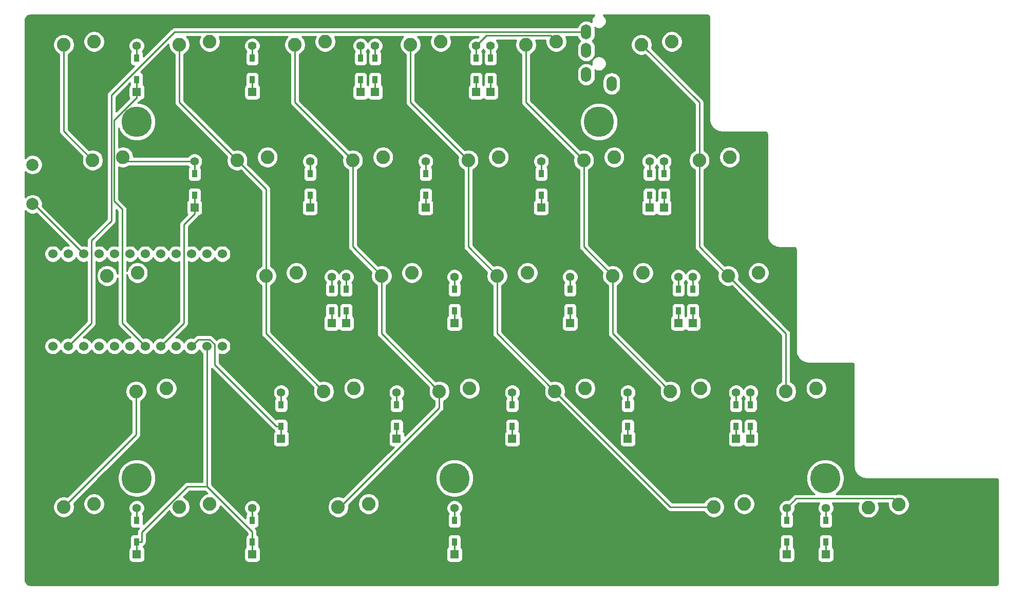
<source format=gbl>
G04 #@! TF.GenerationSoftware,KiCad,Pcbnew,(5.1.2-1)-1*
G04 #@! TF.CreationDate,2019-08-02T10:30:20+09:00*
G04 #@! TF.ProjectId,split-ask_left,73706c69-742d-4617-936b-5f6c6566742e,rev?*
G04 #@! TF.SameCoordinates,Original*
G04 #@! TF.FileFunction,Copper,L2,Bot*
G04 #@! TF.FilePolarity,Positive*
%FSLAX46Y46*%
G04 Gerber Fmt 4.6, Leading zero omitted, Abs format (unit mm)*
G04 Created by KiCad (PCBNEW (5.1.2-1)-1) date 2019-08-02 10:30:20*
%MOMM*%
%LPD*%
G04 APERTURE LIST*
%ADD10C,5.000000*%
%ADD11C,2.250000*%
%ADD12C,1.524000*%
%ADD13R,0.950000X1.300000*%
%ADD14R,1.397000X1.397000*%
%ADD15C,1.397000*%
%ADD16O,1.700000X2.500000*%
%ADD17C,2.000000*%
%ADD18C,0.250000*%
%ADD19C,0.254000*%
G04 APERTURE END LIST*
D10*
X95250000Y-100806000D03*
X119062000Y-42068800D03*
X42862500Y-42068800D03*
X42862500Y-100806000D03*
X156369000Y-100806000D03*
D11*
X30837500Y-29337500D03*
X35837500Y-28837500D03*
X54887500Y-28837500D03*
X49887500Y-29337500D03*
X73937500Y-28837500D03*
X68937500Y-29337500D03*
X87987500Y-29337500D03*
X92987500Y-28837500D03*
X112038000Y-28837500D03*
X107038000Y-29337500D03*
X126088000Y-29337500D03*
X131088000Y-28837500D03*
X40600000Y-47887500D03*
X35600000Y-48387500D03*
X64412500Y-47887500D03*
X59412500Y-48387500D03*
X78462500Y-48387500D03*
X83462500Y-47887500D03*
X102512000Y-47887500D03*
X97512000Y-48387500D03*
X116562000Y-48387500D03*
X121562000Y-47887500D03*
X140612000Y-47887500D03*
X135612000Y-48387500D03*
X37981200Y-67437500D03*
X42981200Y-66937500D03*
X64175000Y-67437500D03*
X69175000Y-66937500D03*
X88225000Y-66937500D03*
X83225000Y-67437500D03*
X102275000Y-67437500D03*
X107275000Y-66937500D03*
X126325000Y-66937500D03*
X121325000Y-67437500D03*
X140375000Y-67437500D03*
X145375000Y-66937500D03*
X47743800Y-85987500D03*
X42743800Y-86487500D03*
X78700000Y-85987500D03*
X73700000Y-86487500D03*
X92750000Y-86487500D03*
X97750000Y-85987500D03*
X116800000Y-85987500D03*
X111800000Y-86487500D03*
X130850000Y-86487500D03*
X135850000Y-85987500D03*
X154900000Y-85987500D03*
X149900000Y-86487500D03*
X30837500Y-105538000D03*
X35837500Y-105038000D03*
X54887500Y-105038000D03*
X49887500Y-105538000D03*
X81081200Y-105038000D03*
X76081200Y-105538000D03*
X137994000Y-105538000D03*
X142994000Y-105038000D03*
D12*
X29042000Y-79048900D03*
X31582000Y-79048900D03*
X34122000Y-79048900D03*
X36662000Y-79048900D03*
X39202000Y-79048900D03*
X41742000Y-79048900D03*
X44282000Y-79048900D03*
X46822000Y-79048900D03*
X49362000Y-79048900D03*
X51902000Y-79048900D03*
X54442000Y-79048900D03*
X56982000Y-79048900D03*
X56982000Y-63828900D03*
X54442000Y-63828900D03*
X51902000Y-63828900D03*
X49362000Y-63828900D03*
X46822000Y-63828900D03*
X44282000Y-63828900D03*
X41742000Y-63828900D03*
X39202000Y-63828900D03*
X36662000Y-63828900D03*
X34122000Y-63828900D03*
X31582000Y-63828900D03*
X29042000Y-63828900D03*
D13*
X42862500Y-31562500D03*
X42862500Y-35112500D03*
D14*
X42862500Y-37147500D03*
D15*
X42862500Y-29527500D03*
X61912500Y-29527500D03*
D14*
X61912500Y-37147500D03*
D13*
X61912500Y-35112500D03*
X61912500Y-31562500D03*
X79771900Y-31562500D03*
X79771900Y-35112500D03*
D14*
X79771900Y-37147500D03*
D15*
X79771900Y-29527500D03*
X82153100Y-29527500D03*
D14*
X82153100Y-37147500D03*
D13*
X82153100Y-35112500D03*
X82153100Y-31562500D03*
X98821900Y-31562500D03*
X98821900Y-35112500D03*
D14*
X98821900Y-37147500D03*
D15*
X98821900Y-29527500D03*
X101203000Y-29527500D03*
D14*
X101203000Y-37147500D03*
D13*
X101203000Y-35112500D03*
X101203000Y-31562500D03*
X52387500Y-50612500D03*
X52387500Y-54162500D03*
D14*
X52387500Y-56197500D03*
D15*
X52387500Y-48577500D03*
X71437500Y-48577500D03*
D14*
X71437500Y-56197500D03*
D13*
X71437500Y-54162500D03*
X71437500Y-50612500D03*
X90487500Y-50612500D03*
X90487500Y-54162500D03*
D14*
X90487500Y-56197500D03*
D15*
X90487500Y-48577500D03*
X109538000Y-48577500D03*
D14*
X109538000Y-56197500D03*
D13*
X109538000Y-54162500D03*
X109538000Y-50612500D03*
X127397000Y-50612500D03*
X127397000Y-54162500D03*
D14*
X127397000Y-56197500D03*
D15*
X127397000Y-48577500D03*
X129778000Y-48577500D03*
D14*
X129778000Y-56197500D03*
D13*
X129778000Y-54162500D03*
X129778000Y-50612500D03*
X75009400Y-69662500D03*
X75009400Y-73212500D03*
D14*
X75009400Y-75247500D03*
D15*
X75009400Y-67627500D03*
X77390600Y-67627500D03*
D14*
X77390600Y-75247500D03*
D13*
X77390600Y-73212500D03*
X77390600Y-69662500D03*
X95250000Y-69662500D03*
X95250000Y-73212500D03*
D14*
X95250000Y-75247500D03*
D15*
X95250000Y-67627500D03*
X114300000Y-67627500D03*
D14*
X114300000Y-75247500D03*
D13*
X114300000Y-73212500D03*
X114300000Y-69662500D03*
X132159000Y-69662500D03*
X132159000Y-73212500D03*
D14*
X132159000Y-75247500D03*
D15*
X132159000Y-67627500D03*
X134541000Y-67627500D03*
D14*
X134541000Y-75247500D03*
D13*
X134541000Y-73212500D03*
X134541000Y-69662500D03*
X66675000Y-88712500D03*
X66675000Y-92262500D03*
D14*
X66675000Y-94297500D03*
D15*
X66675000Y-86677500D03*
X85725000Y-86677500D03*
D14*
X85725000Y-94297500D03*
D13*
X85725000Y-92262500D03*
X85725000Y-88712500D03*
X104775000Y-88712500D03*
X104775000Y-92262500D03*
D14*
X104775000Y-94297500D03*
D15*
X104775000Y-86677500D03*
X123825000Y-86677500D03*
D14*
X123825000Y-94297500D03*
D13*
X123825000Y-92262500D03*
X123825000Y-88712500D03*
X141684000Y-88712500D03*
X141684000Y-92262500D03*
D14*
X141684000Y-94297500D03*
D15*
X141684000Y-86677500D03*
X144066000Y-86677500D03*
D14*
X144066000Y-94297500D03*
D13*
X144066000Y-92262500D03*
X144066000Y-88712500D03*
X42862500Y-107763000D03*
X42862500Y-111313000D03*
D14*
X42862500Y-113348000D03*
D15*
X42862500Y-105728000D03*
X61912500Y-105728000D03*
D14*
X61912500Y-113348000D03*
D13*
X61912500Y-111313000D03*
X61912500Y-107763000D03*
X95250000Y-107763000D03*
X95250000Y-111313000D03*
D14*
X95250000Y-113348000D03*
D15*
X95250000Y-105728000D03*
X156470000Y-105728000D03*
D14*
X156470000Y-113348000D03*
D13*
X156470000Y-111313000D03*
X156470000Y-107763000D03*
D16*
X116962000Y-27260000D03*
X116962000Y-30260000D03*
X116962000Y-34260000D03*
X121162000Y-35760000D03*
D17*
X25690000Y-55637500D03*
X25690000Y-49137500D03*
D13*
X150019000Y-107763000D03*
X150019000Y-111313000D03*
D14*
X150019000Y-113348000D03*
D15*
X150019000Y-105728000D03*
D11*
X168479000Y-105113000D03*
X163479000Y-105613000D03*
D18*
X42862500Y-29527500D02*
X42862500Y-31562500D01*
X44282000Y-79048900D02*
X40472000Y-75238900D01*
X40472000Y-75238900D02*
X40472000Y-56471100D01*
X40472000Y-56471100D02*
X39129600Y-55128700D01*
X39129600Y-55128700D02*
X39129600Y-41776200D01*
X39129600Y-41776200D02*
X42734500Y-38171300D01*
X42734500Y-38171300D02*
X42862500Y-38171300D01*
X42862500Y-37147500D02*
X42862500Y-38171300D01*
X42862500Y-35112500D02*
X42862500Y-37147500D01*
X79771900Y-37147500D02*
X79771900Y-35112500D01*
X98821900Y-37147500D02*
X98821900Y-35112500D01*
X61912500Y-35112500D02*
X61912500Y-37147500D01*
X82153100Y-35112500D02*
X82153100Y-37147500D01*
X101203000Y-35112500D02*
X101203000Y-37147500D01*
X61912500Y-31562500D02*
X61912500Y-29527500D01*
X79771900Y-29527500D02*
X79771900Y-31562500D01*
X82153100Y-31562500D02*
X82153100Y-29527500D01*
X98821900Y-29527500D02*
X100478500Y-27870900D01*
X100478500Y-27870900D02*
X111071400Y-27870900D01*
X111071400Y-27870900D02*
X112038000Y-28837500D01*
X98821900Y-29527500D02*
X98821900Y-31562500D01*
X101203000Y-31562500D02*
X101203000Y-29527500D01*
X52387500Y-56197500D02*
X52387500Y-57221300D01*
X52387500Y-57221300D02*
X50632000Y-58976800D01*
X50632000Y-58976800D02*
X50632000Y-75238900D01*
X50632000Y-75238900D02*
X46822000Y-79048900D01*
X52387500Y-54162500D02*
X52387500Y-56197500D01*
X90487500Y-56197500D02*
X90487500Y-54162500D01*
X127397000Y-56197500D02*
X127397000Y-54162500D01*
X71437500Y-54162500D02*
X71437500Y-56197500D01*
X109538000Y-54162500D02*
X109538000Y-56197500D01*
X129778000Y-54162500D02*
X129778000Y-56197500D01*
X52387500Y-48577500D02*
X41290000Y-48577500D01*
X41290000Y-48577500D02*
X40600000Y-47887500D01*
X52387500Y-48577500D02*
X52387500Y-50612500D01*
X71437500Y-50612500D02*
X71437500Y-48577500D01*
X90487500Y-48577500D02*
X90487500Y-50612500D01*
X109538000Y-50612500D02*
X109538000Y-48577500D01*
X127397000Y-48577500D02*
X127397000Y-50612500D01*
X129778000Y-50612500D02*
X129778000Y-48577500D01*
X75009400Y-75247500D02*
X75009400Y-73212500D01*
X95250000Y-75247500D02*
X95250000Y-73212500D01*
X132159000Y-75247500D02*
X132159000Y-73212500D01*
X77390600Y-73212500D02*
X77390600Y-75247500D01*
X114300000Y-73212500D02*
X114300000Y-75247500D01*
X134541000Y-73212500D02*
X134541000Y-75247500D01*
X75009400Y-67627500D02*
X75009400Y-69662500D01*
X77390600Y-69662500D02*
X77390600Y-67627500D01*
X95250000Y-67627500D02*
X95250000Y-69662500D01*
X114300000Y-69662500D02*
X114300000Y-67627500D01*
X132159000Y-67627500D02*
X132159000Y-69662500D01*
X134541000Y-69662500D02*
X134541000Y-67627500D01*
X66675000Y-92262500D02*
X65874700Y-92262500D01*
X65874700Y-92262500D02*
X55712000Y-82099800D01*
X55712000Y-82099800D02*
X55712000Y-78759600D01*
X55712000Y-78759600D02*
X54909800Y-77957400D01*
X54909800Y-77957400D02*
X52993500Y-77957400D01*
X52993500Y-77957400D02*
X51902000Y-79048900D01*
X66675000Y-94297500D02*
X66675000Y-92262500D01*
X104775000Y-94297500D02*
X104775000Y-92262500D01*
X141684000Y-94297500D02*
X141684000Y-92262500D01*
X85725000Y-92262500D02*
X85725000Y-94297500D01*
X123825000Y-92262500D02*
X123825000Y-94297500D01*
X144066000Y-92262500D02*
X144066000Y-94297500D01*
X66675000Y-86677500D02*
X66675000Y-88712500D01*
X85725000Y-88712500D02*
X85725000Y-86677500D01*
X104775000Y-86677500D02*
X104775000Y-88712500D01*
X123825000Y-88712500D02*
X123825000Y-86677500D01*
X141684000Y-86677500D02*
X141684000Y-88712500D01*
X144066000Y-88712500D02*
X144066000Y-86677500D01*
X54442000Y-102135000D02*
X61912500Y-109605500D01*
X61912500Y-109605500D02*
X61912500Y-111313000D01*
X54442000Y-79048900D02*
X54442000Y-102135000D01*
X54442000Y-102135000D02*
X51234200Y-102135000D01*
X51234200Y-102135000D02*
X43662800Y-109706400D01*
X43662800Y-109706400D02*
X43662800Y-111313000D01*
X42862500Y-111313000D02*
X43662800Y-111313000D01*
X61912500Y-113348000D02*
X61912500Y-111313000D01*
X42862500Y-113348000D02*
X42862500Y-111313000D01*
X95250000Y-113348000D02*
X95250000Y-111313000D01*
X150019000Y-113348000D02*
X150019000Y-111313000D01*
X156470000Y-111313000D02*
X156470000Y-113348000D01*
X42862500Y-105728000D02*
X42862500Y-107763000D01*
X61912500Y-107763000D02*
X61912500Y-105728000D01*
X95250000Y-105728000D02*
X95250000Y-107763000D01*
X156470000Y-107763000D02*
X156470000Y-105728000D01*
X116962000Y-27260000D02*
X49074000Y-27260000D01*
X49074000Y-27260000D02*
X38679200Y-37654800D01*
X38679200Y-37654800D02*
X38679200Y-58371000D01*
X38679200Y-58371000D02*
X35392000Y-61658200D01*
X35392000Y-61658200D02*
X35392000Y-75238900D01*
X35392000Y-75238900D02*
X31582000Y-79048900D01*
X25690000Y-55637500D02*
X25930600Y-55637500D01*
X25930600Y-55637500D02*
X34122000Y-63828900D01*
X42743800Y-86487500D02*
X42743800Y-93631700D01*
X42743800Y-93631700D02*
X30837500Y-105538000D01*
X35600000Y-48387500D02*
X30837500Y-43625000D01*
X30837500Y-43625000D02*
X30837500Y-29337500D01*
X64175000Y-67437500D02*
X64175000Y-53150000D01*
X64175000Y-53150000D02*
X59412500Y-48387500D01*
X73700000Y-86487500D02*
X64175000Y-76962500D01*
X64175000Y-76962500D02*
X64175000Y-67437500D01*
X59412500Y-48387500D02*
X49887500Y-38862500D01*
X49887500Y-38862500D02*
X49887500Y-29337500D01*
X83225000Y-67437500D02*
X78462500Y-62675000D01*
X78462500Y-62675000D02*
X78462500Y-48387500D01*
X92750000Y-86487500D02*
X83225000Y-76962500D01*
X83225000Y-76962500D02*
X83225000Y-67437500D01*
X68937500Y-29337500D02*
X68937500Y-38862500D01*
X68937500Y-38862500D02*
X78462500Y-48387500D01*
X76081200Y-105538000D02*
X76417400Y-105538000D01*
X76417400Y-105538000D02*
X92750000Y-89205400D01*
X92750000Y-89205400D02*
X92750000Y-86487500D01*
X97512000Y-48387500D02*
X87987500Y-38863000D01*
X87987500Y-38863000D02*
X87987500Y-29337500D01*
X97512000Y-48387500D02*
X97512000Y-62674500D01*
X97512000Y-62674500D02*
X102275000Y-67437500D01*
X111800000Y-86487500D02*
X130850500Y-105538000D01*
X130850500Y-105538000D02*
X137994000Y-105538000D01*
X111800000Y-86487500D02*
X102275000Y-76962500D01*
X102275000Y-76962500D02*
X102275000Y-67437500D01*
X116562000Y-48387500D02*
X107038000Y-38863500D01*
X107038000Y-38863500D02*
X107038000Y-29337500D01*
X121325000Y-67437500D02*
X116562000Y-62674500D01*
X116562000Y-62674500D02*
X116562000Y-48387500D01*
X130850000Y-86487500D02*
X121325000Y-76962500D01*
X121325000Y-76962500D02*
X121325000Y-67437500D01*
X140375000Y-67437500D02*
X135612000Y-62674500D01*
X135612000Y-62674500D02*
X135612000Y-48387500D01*
X149900000Y-86487500D02*
X149900000Y-76962500D01*
X149900000Y-76962500D02*
X140375000Y-67437500D01*
X135612000Y-48387500D02*
X135612000Y-38861500D01*
X135612000Y-38861500D02*
X126088000Y-29337500D01*
X150019000Y-105728000D02*
X151584400Y-104162600D01*
X151584400Y-104162600D02*
X167528600Y-104162600D01*
X167528600Y-104162600D02*
X168479000Y-105113000D01*
X150019000Y-107763000D02*
X150019000Y-105728000D01*
D19*
G36*
X136977924Y-24482080D02*
G01*
X137040856Y-24501080D01*
X137098905Y-24531945D01*
X137149843Y-24573489D01*
X137191748Y-24624144D01*
X137223015Y-24681971D01*
X137242456Y-24744772D01*
X137252500Y-24840335D01*
X137252501Y-41694919D01*
X137255310Y-41723444D01*
X137255250Y-41732093D01*
X137256150Y-41741264D01*
X137284711Y-42012999D01*
X137296735Y-42071575D01*
X137307947Y-42130354D01*
X137310611Y-42139176D01*
X137391408Y-42400189D01*
X137414599Y-42455357D01*
X137436997Y-42510796D01*
X137441323Y-42518933D01*
X137571278Y-42759281D01*
X137604733Y-42808879D01*
X137637484Y-42858929D01*
X137643309Y-42866070D01*
X137817473Y-43076599D01*
X137859909Y-43118739D01*
X137901772Y-43161489D01*
X137908873Y-43167362D01*
X138120613Y-43340054D01*
X138170455Y-43373169D01*
X138219795Y-43406953D01*
X138227901Y-43411336D01*
X138469150Y-43539610D01*
X138524465Y-43562409D01*
X138579437Y-43585970D01*
X138588240Y-43588695D01*
X138849811Y-43667668D01*
X138908499Y-43679288D01*
X138967002Y-43691724D01*
X138976167Y-43692687D01*
X139248095Y-43719350D01*
X139248098Y-43719350D01*
X139280081Y-43722500D01*
X146405841Y-43722500D01*
X146503544Y-43732080D01*
X146566476Y-43751080D01*
X146624525Y-43781945D01*
X146675463Y-43823489D01*
X146717368Y-43874144D01*
X146748635Y-43931971D01*
X146768076Y-43994772D01*
X146778121Y-44090345D01*
X146778120Y-60744918D01*
X146780930Y-60773453D01*
X146780870Y-60782093D01*
X146781770Y-60791264D01*
X146810331Y-61062999D01*
X146822355Y-61121575D01*
X146833567Y-61180354D01*
X146836231Y-61189176D01*
X146917028Y-61450189D01*
X146940219Y-61505357D01*
X146962617Y-61560796D01*
X146966943Y-61568933D01*
X147096898Y-61809281D01*
X147130353Y-61858879D01*
X147163104Y-61908929D01*
X147168929Y-61916070D01*
X147343093Y-62126599D01*
X147385529Y-62168739D01*
X147427392Y-62211489D01*
X147434493Y-62217362D01*
X147646233Y-62390054D01*
X147696075Y-62423169D01*
X147745415Y-62456953D01*
X147753521Y-62461336D01*
X147994770Y-62589610D01*
X148050085Y-62612409D01*
X148105057Y-62635970D01*
X148113860Y-62638695D01*
X148375431Y-62717668D01*
X148434119Y-62729288D01*
X148492622Y-62741724D01*
X148501787Y-62742687D01*
X148773715Y-62769350D01*
X148773718Y-62769350D01*
X148805701Y-62772500D01*
X151167721Y-62772500D01*
X151265424Y-62782080D01*
X151328356Y-62801080D01*
X151386405Y-62831945D01*
X151437343Y-62873489D01*
X151479248Y-62924144D01*
X151510515Y-62981971D01*
X151529956Y-63044772D01*
X151540001Y-63140345D01*
X151540000Y-79794918D01*
X151542810Y-79823453D01*
X151542750Y-79832093D01*
X151543650Y-79841264D01*
X151572211Y-80112999D01*
X151584235Y-80171575D01*
X151595447Y-80230354D01*
X151598111Y-80239176D01*
X151678908Y-80500189D01*
X151702099Y-80555357D01*
X151724497Y-80610796D01*
X151728823Y-80618933D01*
X151858778Y-80859281D01*
X151892233Y-80908879D01*
X151924984Y-80958929D01*
X151930809Y-80966070D01*
X152104973Y-81176599D01*
X152147409Y-81218739D01*
X152189272Y-81261489D01*
X152196373Y-81267362D01*
X152408113Y-81440054D01*
X152457955Y-81473169D01*
X152507295Y-81506953D01*
X152515401Y-81511336D01*
X152756650Y-81639610D01*
X152811965Y-81662409D01*
X152866937Y-81685970D01*
X152875740Y-81688695D01*
X153137311Y-81767668D01*
X153195999Y-81779288D01*
X153254502Y-81791724D01*
X153263667Y-81792687D01*
X153535595Y-81819350D01*
X153535598Y-81819350D01*
X153567581Y-81822500D01*
X160692721Y-81822500D01*
X160790424Y-81832080D01*
X160853356Y-81851080D01*
X160911405Y-81881945D01*
X160962343Y-81923489D01*
X161004248Y-81974144D01*
X161035515Y-82031971D01*
X161054956Y-82094772D01*
X161065001Y-82190345D01*
X161065000Y-98844918D01*
X161067810Y-98873453D01*
X161067750Y-98882093D01*
X161068650Y-98891264D01*
X161097211Y-99162999D01*
X161109235Y-99221575D01*
X161120447Y-99280354D01*
X161123111Y-99289176D01*
X161203908Y-99550189D01*
X161227099Y-99605357D01*
X161249497Y-99660796D01*
X161253823Y-99668933D01*
X161383778Y-99909281D01*
X161417233Y-99958879D01*
X161449984Y-100008929D01*
X161455809Y-100016070D01*
X161629973Y-100226599D01*
X161672409Y-100268739D01*
X161714272Y-100311489D01*
X161721373Y-100317362D01*
X161933113Y-100490054D01*
X161982955Y-100523169D01*
X162032295Y-100556953D01*
X162040401Y-100561336D01*
X162281650Y-100689610D01*
X162336965Y-100712409D01*
X162391937Y-100735970D01*
X162400740Y-100738695D01*
X162662311Y-100817668D01*
X162720999Y-100829288D01*
X162779502Y-100841724D01*
X162788667Y-100842687D01*
X163060595Y-100869350D01*
X163060598Y-100869350D01*
X163092581Y-100872500D01*
X184505221Y-100872500D01*
X184602924Y-100882080D01*
X184665856Y-100901080D01*
X184723905Y-100931945D01*
X184774843Y-100973489D01*
X184816748Y-101024144D01*
X184848015Y-101081971D01*
X184867456Y-101144772D01*
X184877501Y-101240345D01*
X184877500Y-118030221D01*
X184867920Y-118127924D01*
X184848920Y-118190857D01*
X184818054Y-118248906D01*
X184776511Y-118299843D01*
X184725856Y-118341748D01*
X184668029Y-118373015D01*
X184605228Y-118392456D01*
X184509665Y-118402500D01*
X25344777Y-118402500D01*
X25149960Y-118383398D01*
X24993605Y-118336192D01*
X24849404Y-118259518D01*
X24722836Y-118156292D01*
X24618732Y-118030451D01*
X24541053Y-117886789D01*
X24492758Y-117730771D01*
X24472500Y-117538027D01*
X24472500Y-105364655D01*
X29077500Y-105364655D01*
X29077500Y-105711345D01*
X29145136Y-106051373D01*
X29277808Y-106371673D01*
X29470419Y-106659935D01*
X29715565Y-106905081D01*
X30003827Y-107097692D01*
X30324127Y-107230364D01*
X30664155Y-107298000D01*
X31010845Y-107298000D01*
X31350873Y-107230364D01*
X31671173Y-107097692D01*
X31959435Y-106905081D01*
X32204581Y-106659935D01*
X32397192Y-106371673D01*
X32529864Y-106051373D01*
X32597500Y-105711345D01*
X32597500Y-105364655D01*
X32529864Y-105024627D01*
X32499348Y-104950954D01*
X32585647Y-104864655D01*
X34077500Y-104864655D01*
X34077500Y-105211345D01*
X34145136Y-105551373D01*
X34277808Y-105871673D01*
X34470419Y-106159935D01*
X34715565Y-106405081D01*
X35003827Y-106597692D01*
X35324127Y-106730364D01*
X35664155Y-106798000D01*
X36010845Y-106798000D01*
X36350873Y-106730364D01*
X36671173Y-106597692D01*
X36959435Y-106405081D01*
X37204581Y-106159935D01*
X37397192Y-105871673D01*
X37529864Y-105551373D01*
X37597500Y-105211345D01*
X37597500Y-104864655D01*
X37529864Y-104524627D01*
X37397192Y-104204327D01*
X37204581Y-103916065D01*
X36959435Y-103670919D01*
X36671173Y-103478308D01*
X36350873Y-103345636D01*
X36010845Y-103278000D01*
X35664155Y-103278000D01*
X35324127Y-103345636D01*
X35003827Y-103478308D01*
X34715565Y-103670919D01*
X34470419Y-103916065D01*
X34277808Y-104204327D01*
X34145136Y-104524627D01*
X34077500Y-104864655D01*
X32585647Y-104864655D01*
X36953073Y-100497229D01*
X39727500Y-100497229D01*
X39727500Y-101114771D01*
X39847976Y-101720446D01*
X40084299Y-102290979D01*
X40427386Y-102804446D01*
X40864054Y-103241114D01*
X41377521Y-103584201D01*
X41948054Y-103820524D01*
X42553729Y-103941000D01*
X43171271Y-103941000D01*
X43776946Y-103820524D01*
X44347479Y-103584201D01*
X44860946Y-103241114D01*
X45297614Y-102804446D01*
X45640701Y-102290979D01*
X45877024Y-101720446D01*
X45997500Y-101114771D01*
X45997500Y-100497229D01*
X45877024Y-99891554D01*
X45640701Y-99321021D01*
X45297614Y-98807554D01*
X44860946Y-98370886D01*
X44347479Y-98027799D01*
X43776946Y-97791476D01*
X43171271Y-97671000D01*
X42553729Y-97671000D01*
X41948054Y-97791476D01*
X41377521Y-98027799D01*
X40864054Y-98370886D01*
X40427386Y-98807554D01*
X40084299Y-99321021D01*
X39847976Y-99891554D01*
X39727500Y-100497229D01*
X36953073Y-100497229D01*
X43254803Y-94195499D01*
X43283801Y-94171701D01*
X43310132Y-94139617D01*
X43378774Y-94055977D01*
X43449346Y-93923947D01*
X43492803Y-93780686D01*
X43503800Y-93669033D01*
X43503800Y-93669023D01*
X43507476Y-93631700D01*
X43503800Y-93594377D01*
X43503800Y-88077708D01*
X43577473Y-88047192D01*
X43865735Y-87854581D01*
X44110881Y-87609435D01*
X44303492Y-87321173D01*
X44436164Y-87000873D01*
X44503800Y-86660845D01*
X44503800Y-86314155D01*
X44436164Y-85974127D01*
X44369902Y-85814155D01*
X45983800Y-85814155D01*
X45983800Y-86160845D01*
X46051436Y-86500873D01*
X46184108Y-86821173D01*
X46376719Y-87109435D01*
X46621865Y-87354581D01*
X46910127Y-87547192D01*
X47230427Y-87679864D01*
X47570455Y-87747500D01*
X47917145Y-87747500D01*
X48257173Y-87679864D01*
X48577473Y-87547192D01*
X48865735Y-87354581D01*
X49110881Y-87109435D01*
X49303492Y-86821173D01*
X49436164Y-86500873D01*
X49503800Y-86160845D01*
X49503800Y-85814155D01*
X49436164Y-85474127D01*
X49303492Y-85153827D01*
X49110881Y-84865565D01*
X48865735Y-84620419D01*
X48577473Y-84427808D01*
X48257173Y-84295136D01*
X47917145Y-84227500D01*
X47570455Y-84227500D01*
X47230427Y-84295136D01*
X46910127Y-84427808D01*
X46621865Y-84620419D01*
X46376719Y-84865565D01*
X46184108Y-85153827D01*
X46051436Y-85474127D01*
X45983800Y-85814155D01*
X44369902Y-85814155D01*
X44303492Y-85653827D01*
X44110881Y-85365565D01*
X43865735Y-85120419D01*
X43577473Y-84927808D01*
X43257173Y-84795136D01*
X42917145Y-84727500D01*
X42570455Y-84727500D01*
X42230427Y-84795136D01*
X41910127Y-84927808D01*
X41621865Y-85120419D01*
X41376719Y-85365565D01*
X41184108Y-85653827D01*
X41051436Y-85974127D01*
X40983800Y-86314155D01*
X40983800Y-86660845D01*
X41051436Y-87000873D01*
X41184108Y-87321173D01*
X41376719Y-87609435D01*
X41621865Y-87854581D01*
X41910127Y-88047192D01*
X41983800Y-88077708D01*
X41983801Y-93316897D01*
X31424546Y-103876152D01*
X31350873Y-103845636D01*
X31010845Y-103778000D01*
X30664155Y-103778000D01*
X30324127Y-103845636D01*
X30003827Y-103978308D01*
X29715565Y-104170919D01*
X29470419Y-104416065D01*
X29277808Y-104704327D01*
X29145136Y-105024627D01*
X29077500Y-105364655D01*
X24472500Y-105364655D01*
X24472500Y-56732239D01*
X24647748Y-56907487D01*
X24915537Y-57086418D01*
X25213088Y-57209668D01*
X25528967Y-57272500D01*
X25851033Y-57272500D01*
X26166912Y-57209668D01*
X26351506Y-57133207D01*
X31650198Y-62431900D01*
X31444408Y-62431900D01*
X31174510Y-62485586D01*
X30920273Y-62590895D01*
X30691465Y-62743780D01*
X30496880Y-62938365D01*
X30343995Y-63167173D01*
X30312000Y-63244415D01*
X30280005Y-63167173D01*
X30127120Y-62938365D01*
X29932535Y-62743780D01*
X29703727Y-62590895D01*
X29449490Y-62485586D01*
X29179592Y-62431900D01*
X28904408Y-62431900D01*
X28634510Y-62485586D01*
X28380273Y-62590895D01*
X28151465Y-62743780D01*
X27956880Y-62938365D01*
X27803995Y-63167173D01*
X27698686Y-63421410D01*
X27645000Y-63691308D01*
X27645000Y-63966492D01*
X27698686Y-64236390D01*
X27803995Y-64490627D01*
X27956880Y-64719435D01*
X28151465Y-64914020D01*
X28380273Y-65066905D01*
X28634510Y-65172214D01*
X28904408Y-65225900D01*
X29179592Y-65225900D01*
X29449490Y-65172214D01*
X29703727Y-65066905D01*
X29932535Y-64914020D01*
X30127120Y-64719435D01*
X30280005Y-64490627D01*
X30312000Y-64413385D01*
X30343995Y-64490627D01*
X30496880Y-64719435D01*
X30691465Y-64914020D01*
X30920273Y-65066905D01*
X31174510Y-65172214D01*
X31444408Y-65225900D01*
X31719592Y-65225900D01*
X31989490Y-65172214D01*
X32243727Y-65066905D01*
X32472535Y-64914020D01*
X32667120Y-64719435D01*
X32820005Y-64490627D01*
X32852000Y-64413385D01*
X32883995Y-64490627D01*
X33036880Y-64719435D01*
X33231465Y-64914020D01*
X33460273Y-65066905D01*
X33714510Y-65172214D01*
X33984408Y-65225900D01*
X34259592Y-65225900D01*
X34529490Y-65172214D01*
X34632000Y-65129753D01*
X34632001Y-74924097D01*
X31873571Y-77682528D01*
X31719592Y-77651900D01*
X31444408Y-77651900D01*
X31174510Y-77705586D01*
X30920273Y-77810895D01*
X30691465Y-77963780D01*
X30496880Y-78158365D01*
X30343995Y-78387173D01*
X30312000Y-78464415D01*
X30280005Y-78387173D01*
X30127120Y-78158365D01*
X29932535Y-77963780D01*
X29703727Y-77810895D01*
X29449490Y-77705586D01*
X29179592Y-77651900D01*
X28904408Y-77651900D01*
X28634510Y-77705586D01*
X28380273Y-77810895D01*
X28151465Y-77963780D01*
X27956880Y-78158365D01*
X27803995Y-78387173D01*
X27698686Y-78641410D01*
X27645000Y-78911308D01*
X27645000Y-79186492D01*
X27698686Y-79456390D01*
X27803995Y-79710627D01*
X27956880Y-79939435D01*
X28151465Y-80134020D01*
X28380273Y-80286905D01*
X28634510Y-80392214D01*
X28904408Y-80445900D01*
X29179592Y-80445900D01*
X29449490Y-80392214D01*
X29703727Y-80286905D01*
X29932535Y-80134020D01*
X30127120Y-79939435D01*
X30280005Y-79710627D01*
X30312000Y-79633385D01*
X30343995Y-79710627D01*
X30496880Y-79939435D01*
X30691465Y-80134020D01*
X30920273Y-80286905D01*
X31174510Y-80392214D01*
X31444408Y-80445900D01*
X31719592Y-80445900D01*
X31989490Y-80392214D01*
X32243727Y-80286905D01*
X32472535Y-80134020D01*
X32667120Y-79939435D01*
X32820005Y-79710627D01*
X32852000Y-79633385D01*
X32883995Y-79710627D01*
X33036880Y-79939435D01*
X33231465Y-80134020D01*
X33460273Y-80286905D01*
X33714510Y-80392214D01*
X33984408Y-80445900D01*
X34259592Y-80445900D01*
X34529490Y-80392214D01*
X34783727Y-80286905D01*
X35012535Y-80134020D01*
X35207120Y-79939435D01*
X35360005Y-79710627D01*
X35392000Y-79633385D01*
X35423995Y-79710627D01*
X35576880Y-79939435D01*
X35771465Y-80134020D01*
X36000273Y-80286905D01*
X36254510Y-80392214D01*
X36524408Y-80445900D01*
X36799592Y-80445900D01*
X37069490Y-80392214D01*
X37323727Y-80286905D01*
X37552535Y-80134020D01*
X37747120Y-79939435D01*
X37900005Y-79710627D01*
X37932000Y-79633385D01*
X37963995Y-79710627D01*
X38116880Y-79939435D01*
X38311465Y-80134020D01*
X38540273Y-80286905D01*
X38794510Y-80392214D01*
X39064408Y-80445900D01*
X39339592Y-80445900D01*
X39609490Y-80392214D01*
X39863727Y-80286905D01*
X40092535Y-80134020D01*
X40287120Y-79939435D01*
X40440005Y-79710627D01*
X40472000Y-79633385D01*
X40503995Y-79710627D01*
X40656880Y-79939435D01*
X40851465Y-80134020D01*
X41080273Y-80286905D01*
X41334510Y-80392214D01*
X41604408Y-80445900D01*
X41879592Y-80445900D01*
X42149490Y-80392214D01*
X42403727Y-80286905D01*
X42632535Y-80134020D01*
X42827120Y-79939435D01*
X42980005Y-79710627D01*
X43012000Y-79633385D01*
X43043995Y-79710627D01*
X43196880Y-79939435D01*
X43391465Y-80134020D01*
X43620273Y-80286905D01*
X43874510Y-80392214D01*
X44144408Y-80445900D01*
X44419592Y-80445900D01*
X44689490Y-80392214D01*
X44943727Y-80286905D01*
X45172535Y-80134020D01*
X45367120Y-79939435D01*
X45520005Y-79710627D01*
X45552000Y-79633385D01*
X45583995Y-79710627D01*
X45736880Y-79939435D01*
X45931465Y-80134020D01*
X46160273Y-80286905D01*
X46414510Y-80392214D01*
X46684408Y-80445900D01*
X46959592Y-80445900D01*
X47229490Y-80392214D01*
X47483727Y-80286905D01*
X47712535Y-80134020D01*
X47907120Y-79939435D01*
X48060005Y-79710627D01*
X48092000Y-79633385D01*
X48123995Y-79710627D01*
X48276880Y-79939435D01*
X48471465Y-80134020D01*
X48700273Y-80286905D01*
X48954510Y-80392214D01*
X49224408Y-80445900D01*
X49499592Y-80445900D01*
X49769490Y-80392214D01*
X50023727Y-80286905D01*
X50252535Y-80134020D01*
X50447120Y-79939435D01*
X50600005Y-79710627D01*
X50632000Y-79633385D01*
X50663995Y-79710627D01*
X50816880Y-79939435D01*
X51011465Y-80134020D01*
X51240273Y-80286905D01*
X51494510Y-80392214D01*
X51764408Y-80445900D01*
X52039592Y-80445900D01*
X52309490Y-80392214D01*
X52563727Y-80286905D01*
X52792535Y-80134020D01*
X52987120Y-79939435D01*
X53140005Y-79710627D01*
X53172000Y-79633385D01*
X53203995Y-79710627D01*
X53356880Y-79939435D01*
X53551465Y-80134020D01*
X53682000Y-80221241D01*
X53682001Y-101375000D01*
X51271533Y-101375000D01*
X51234200Y-101371323D01*
X51196867Y-101375000D01*
X51085214Y-101385997D01*
X50941953Y-101429454D01*
X50809924Y-101500026D01*
X50694199Y-101594999D01*
X50670401Y-101623997D01*
X43975572Y-108318827D01*
X43975572Y-107113000D01*
X43963312Y-106988518D01*
X43927002Y-106868820D01*
X43868037Y-106758506D01*
X43800339Y-106676015D01*
X43898297Y-106578057D01*
X44044232Y-106359649D01*
X44144754Y-106116968D01*
X44196000Y-105859338D01*
X44196000Y-105596662D01*
X44144754Y-105339032D01*
X44044232Y-105096351D01*
X43898297Y-104877943D01*
X43712557Y-104692203D01*
X43494149Y-104546268D01*
X43251468Y-104445746D01*
X42993838Y-104394500D01*
X42731162Y-104394500D01*
X42473532Y-104445746D01*
X42230851Y-104546268D01*
X42012443Y-104692203D01*
X41826703Y-104877943D01*
X41680768Y-105096351D01*
X41580246Y-105339032D01*
X41529000Y-105596662D01*
X41529000Y-105859338D01*
X41580246Y-106116968D01*
X41680768Y-106359649D01*
X41826703Y-106578057D01*
X41924661Y-106676015D01*
X41856963Y-106758506D01*
X41797998Y-106868820D01*
X41761688Y-106988518D01*
X41749428Y-107113000D01*
X41749428Y-108413000D01*
X41761688Y-108537482D01*
X41797998Y-108657180D01*
X41856963Y-108767494D01*
X41936315Y-108864185D01*
X42033006Y-108943537D01*
X42143320Y-109002502D01*
X42263018Y-109038812D01*
X42387500Y-109051072D01*
X43243327Y-109051072D01*
X43151803Y-109142596D01*
X43122799Y-109166399D01*
X43067671Y-109233574D01*
X43027826Y-109282124D01*
X43011187Y-109313253D01*
X42957254Y-109414154D01*
X42913797Y-109557415D01*
X42902800Y-109669068D01*
X42902800Y-109669078D01*
X42899124Y-109706400D01*
X42902800Y-109743723D01*
X42902800Y-110024928D01*
X42387500Y-110024928D01*
X42263018Y-110037188D01*
X42143320Y-110073498D01*
X42033006Y-110132463D01*
X41936315Y-110211815D01*
X41856963Y-110308506D01*
X41797998Y-110418820D01*
X41761688Y-110538518D01*
X41749428Y-110663000D01*
X41749428Y-111963000D01*
X41761688Y-112087482D01*
X41778866Y-112144109D01*
X41712815Y-112198315D01*
X41633463Y-112295006D01*
X41574498Y-112405320D01*
X41538188Y-112525018D01*
X41525928Y-112649500D01*
X41525928Y-114046500D01*
X41538188Y-114170982D01*
X41574498Y-114290680D01*
X41633463Y-114400994D01*
X41712815Y-114497685D01*
X41809506Y-114577037D01*
X41919820Y-114636002D01*
X42039518Y-114672312D01*
X42164000Y-114684572D01*
X43561000Y-114684572D01*
X43685482Y-114672312D01*
X43805180Y-114636002D01*
X43915494Y-114577037D01*
X44012185Y-114497685D01*
X44091537Y-114400994D01*
X44150502Y-114290680D01*
X44186812Y-114170982D01*
X44199072Y-114046500D01*
X44199072Y-112649500D01*
X44186812Y-112525018D01*
X44150502Y-112405320D01*
X44091537Y-112295006D01*
X44012185Y-112198315D01*
X43946134Y-112144109D01*
X43963312Y-112087482D01*
X43970938Y-112010052D01*
X44087076Y-111947974D01*
X44202801Y-111853001D01*
X44297774Y-111737276D01*
X44368346Y-111605247D01*
X44411803Y-111461986D01*
X44422800Y-111350333D01*
X44426477Y-111313000D01*
X44422800Y-111275667D01*
X44422800Y-110021201D01*
X48252980Y-106191021D01*
X48327808Y-106371673D01*
X48520419Y-106659935D01*
X48765565Y-106905081D01*
X49053827Y-107097692D01*
X49374127Y-107230364D01*
X49714155Y-107298000D01*
X50060845Y-107298000D01*
X50400873Y-107230364D01*
X50721173Y-107097692D01*
X51009435Y-106905081D01*
X51254581Y-106659935D01*
X51447192Y-106371673D01*
X51579864Y-106051373D01*
X51647500Y-105711345D01*
X51647500Y-105364655D01*
X51579864Y-105024627D01*
X51447192Y-104704327D01*
X51254581Y-104416065D01*
X51009435Y-104170919D01*
X50721173Y-103978308D01*
X50540522Y-103903480D01*
X51549002Y-102895000D01*
X54127199Y-102895000D01*
X54544037Y-103311839D01*
X54374127Y-103345636D01*
X54053827Y-103478308D01*
X53765565Y-103670919D01*
X53520419Y-103916065D01*
X53327808Y-104204327D01*
X53195136Y-104524627D01*
X53127500Y-104864655D01*
X53127500Y-105211345D01*
X53195136Y-105551373D01*
X53327808Y-105871673D01*
X53520419Y-106159935D01*
X53765565Y-106405081D01*
X54053827Y-106597692D01*
X54374127Y-106730364D01*
X54714155Y-106798000D01*
X55060845Y-106798000D01*
X55400873Y-106730364D01*
X55721173Y-106597692D01*
X56009435Y-106405081D01*
X56254581Y-106159935D01*
X56447192Y-105871673D01*
X56579864Y-105551373D01*
X56613661Y-105381463D01*
X61152500Y-109920303D01*
X61152500Y-110095317D01*
X61083006Y-110132463D01*
X60986315Y-110211815D01*
X60906963Y-110308506D01*
X60847998Y-110418820D01*
X60811688Y-110538518D01*
X60799428Y-110663000D01*
X60799428Y-111963000D01*
X60811688Y-112087482D01*
X60828866Y-112144109D01*
X60762815Y-112198315D01*
X60683463Y-112295006D01*
X60624498Y-112405320D01*
X60588188Y-112525018D01*
X60575928Y-112649500D01*
X60575928Y-114046500D01*
X60588188Y-114170982D01*
X60624498Y-114290680D01*
X60683463Y-114400994D01*
X60762815Y-114497685D01*
X60859506Y-114577037D01*
X60969820Y-114636002D01*
X61089518Y-114672312D01*
X61214000Y-114684572D01*
X62611000Y-114684572D01*
X62735482Y-114672312D01*
X62855180Y-114636002D01*
X62965494Y-114577037D01*
X63062185Y-114497685D01*
X63141537Y-114400994D01*
X63200502Y-114290680D01*
X63236812Y-114170982D01*
X63249072Y-114046500D01*
X63249072Y-112649500D01*
X93913428Y-112649500D01*
X93913428Y-114046500D01*
X93925688Y-114170982D01*
X93961998Y-114290680D01*
X94020963Y-114400994D01*
X94100315Y-114497685D01*
X94197006Y-114577037D01*
X94307320Y-114636002D01*
X94427018Y-114672312D01*
X94551500Y-114684572D01*
X95948500Y-114684572D01*
X96072982Y-114672312D01*
X96192680Y-114636002D01*
X96302994Y-114577037D01*
X96399685Y-114497685D01*
X96479037Y-114400994D01*
X96538002Y-114290680D01*
X96574312Y-114170982D01*
X96586572Y-114046500D01*
X96586572Y-112649500D01*
X148682428Y-112649500D01*
X148682428Y-114046500D01*
X148694688Y-114170982D01*
X148730998Y-114290680D01*
X148789963Y-114400994D01*
X148869315Y-114497685D01*
X148966006Y-114577037D01*
X149076320Y-114636002D01*
X149196018Y-114672312D01*
X149320500Y-114684572D01*
X150717500Y-114684572D01*
X150841982Y-114672312D01*
X150961680Y-114636002D01*
X151071994Y-114577037D01*
X151168685Y-114497685D01*
X151248037Y-114400994D01*
X151307002Y-114290680D01*
X151343312Y-114170982D01*
X151355572Y-114046500D01*
X151355572Y-112649500D01*
X155133428Y-112649500D01*
X155133428Y-114046500D01*
X155145688Y-114170982D01*
X155181998Y-114290680D01*
X155240963Y-114400994D01*
X155320315Y-114497685D01*
X155417006Y-114577037D01*
X155527320Y-114636002D01*
X155647018Y-114672312D01*
X155771500Y-114684572D01*
X157168500Y-114684572D01*
X157292982Y-114672312D01*
X157412680Y-114636002D01*
X157522994Y-114577037D01*
X157619685Y-114497685D01*
X157699037Y-114400994D01*
X157758002Y-114290680D01*
X157794312Y-114170982D01*
X157806572Y-114046500D01*
X157806572Y-112649500D01*
X157794312Y-112525018D01*
X157758002Y-112405320D01*
X157699037Y-112295006D01*
X157619685Y-112198315D01*
X157553634Y-112144109D01*
X157570812Y-112087482D01*
X157583072Y-111963000D01*
X157583072Y-110663000D01*
X157570812Y-110538518D01*
X157534502Y-110418820D01*
X157475537Y-110308506D01*
X157396185Y-110211815D01*
X157299494Y-110132463D01*
X157189180Y-110073498D01*
X157069482Y-110037188D01*
X156945000Y-110024928D01*
X155995000Y-110024928D01*
X155870518Y-110037188D01*
X155750820Y-110073498D01*
X155640506Y-110132463D01*
X155543815Y-110211815D01*
X155464463Y-110308506D01*
X155405498Y-110418820D01*
X155369188Y-110538518D01*
X155356928Y-110663000D01*
X155356928Y-111963000D01*
X155369188Y-112087482D01*
X155386366Y-112144109D01*
X155320315Y-112198315D01*
X155240963Y-112295006D01*
X155181998Y-112405320D01*
X155145688Y-112525018D01*
X155133428Y-112649500D01*
X151355572Y-112649500D01*
X151343312Y-112525018D01*
X151307002Y-112405320D01*
X151248037Y-112295006D01*
X151168685Y-112198315D01*
X151102634Y-112144109D01*
X151119812Y-112087482D01*
X151132072Y-111963000D01*
X151132072Y-110663000D01*
X151119812Y-110538518D01*
X151083502Y-110418820D01*
X151024537Y-110308506D01*
X150945185Y-110211815D01*
X150848494Y-110132463D01*
X150738180Y-110073498D01*
X150618482Y-110037188D01*
X150494000Y-110024928D01*
X149544000Y-110024928D01*
X149419518Y-110037188D01*
X149299820Y-110073498D01*
X149189506Y-110132463D01*
X149092815Y-110211815D01*
X149013463Y-110308506D01*
X148954498Y-110418820D01*
X148918188Y-110538518D01*
X148905928Y-110663000D01*
X148905928Y-111963000D01*
X148918188Y-112087482D01*
X148935366Y-112144109D01*
X148869315Y-112198315D01*
X148789963Y-112295006D01*
X148730998Y-112405320D01*
X148694688Y-112525018D01*
X148682428Y-112649500D01*
X96586572Y-112649500D01*
X96574312Y-112525018D01*
X96538002Y-112405320D01*
X96479037Y-112295006D01*
X96399685Y-112198315D01*
X96333634Y-112144109D01*
X96350812Y-112087482D01*
X96363072Y-111963000D01*
X96363072Y-110663000D01*
X96350812Y-110538518D01*
X96314502Y-110418820D01*
X96255537Y-110308506D01*
X96176185Y-110211815D01*
X96079494Y-110132463D01*
X95969180Y-110073498D01*
X95849482Y-110037188D01*
X95725000Y-110024928D01*
X94775000Y-110024928D01*
X94650518Y-110037188D01*
X94530820Y-110073498D01*
X94420506Y-110132463D01*
X94323815Y-110211815D01*
X94244463Y-110308506D01*
X94185498Y-110418820D01*
X94149188Y-110538518D01*
X94136928Y-110663000D01*
X94136928Y-111963000D01*
X94149188Y-112087482D01*
X94166366Y-112144109D01*
X94100315Y-112198315D01*
X94020963Y-112295006D01*
X93961998Y-112405320D01*
X93925688Y-112525018D01*
X93913428Y-112649500D01*
X63249072Y-112649500D01*
X63236812Y-112525018D01*
X63200502Y-112405320D01*
X63141537Y-112295006D01*
X63062185Y-112198315D01*
X62996134Y-112144109D01*
X63013312Y-112087482D01*
X63025572Y-111963000D01*
X63025572Y-110663000D01*
X63013312Y-110538518D01*
X62977002Y-110418820D01*
X62918037Y-110308506D01*
X62838685Y-110211815D01*
X62741994Y-110132463D01*
X62672500Y-110095317D01*
X62672500Y-109642822D01*
X62676176Y-109605499D01*
X62672500Y-109568176D01*
X62672500Y-109568167D01*
X62661503Y-109456514D01*
X62618046Y-109313253D01*
X62547474Y-109181224D01*
X62534311Y-109165185D01*
X62476299Y-109094496D01*
X62476295Y-109094492D01*
X62452501Y-109065499D01*
X62429840Y-109046902D01*
X62511982Y-109038812D01*
X62631680Y-109002502D01*
X62741994Y-108943537D01*
X62838685Y-108864185D01*
X62918037Y-108767494D01*
X62977002Y-108657180D01*
X63013312Y-108537482D01*
X63025572Y-108413000D01*
X63025572Y-107113000D01*
X63013312Y-106988518D01*
X62977002Y-106868820D01*
X62918037Y-106758506D01*
X62850339Y-106676015D01*
X62948297Y-106578057D01*
X63094232Y-106359649D01*
X63194754Y-106116968D01*
X63246000Y-105859338D01*
X63246000Y-105596662D01*
X63194754Y-105339032D01*
X63094232Y-105096351D01*
X62948297Y-104877943D01*
X62762557Y-104692203D01*
X62544149Y-104546268D01*
X62301468Y-104445746D01*
X62043838Y-104394500D01*
X61781162Y-104394500D01*
X61523532Y-104445746D01*
X61280851Y-104546268D01*
X61062443Y-104692203D01*
X60876703Y-104877943D01*
X60730768Y-105096351D01*
X60630246Y-105339032D01*
X60579000Y-105596662D01*
X60579000Y-105859338D01*
X60630246Y-106116968D01*
X60730768Y-106359649D01*
X60876703Y-106578057D01*
X60974661Y-106676015D01*
X60906963Y-106758506D01*
X60847998Y-106868820D01*
X60811688Y-106988518D01*
X60799428Y-107113000D01*
X60799428Y-107417625D01*
X55202000Y-101820199D01*
X55202000Y-82664601D01*
X65310901Y-92773503D01*
X65334699Y-92802501D01*
X65450424Y-92897474D01*
X65566562Y-92959552D01*
X65574188Y-93036982D01*
X65591366Y-93093609D01*
X65525315Y-93147815D01*
X65445963Y-93244506D01*
X65386998Y-93354820D01*
X65350688Y-93474518D01*
X65338428Y-93599000D01*
X65338428Y-94996000D01*
X65350688Y-95120482D01*
X65386998Y-95240180D01*
X65445963Y-95350494D01*
X65525315Y-95447185D01*
X65622006Y-95526537D01*
X65732320Y-95585502D01*
X65852018Y-95621812D01*
X65976500Y-95634072D01*
X67373500Y-95634072D01*
X67497982Y-95621812D01*
X67617680Y-95585502D01*
X67727994Y-95526537D01*
X67824685Y-95447185D01*
X67904037Y-95350494D01*
X67963002Y-95240180D01*
X67999312Y-95120482D01*
X68011572Y-94996000D01*
X68011572Y-93599000D01*
X67999312Y-93474518D01*
X67963002Y-93354820D01*
X67904037Y-93244506D01*
X67824685Y-93147815D01*
X67758634Y-93093609D01*
X67775812Y-93036982D01*
X67788072Y-92912500D01*
X67788072Y-91612500D01*
X67775812Y-91488018D01*
X67739502Y-91368320D01*
X67680537Y-91258006D01*
X67601185Y-91161315D01*
X67504494Y-91081963D01*
X67394180Y-91022998D01*
X67274482Y-90986688D01*
X67150000Y-90974428D01*
X66200000Y-90974428D01*
X66075518Y-90986688D01*
X65955820Y-91022998D01*
X65845506Y-91081963D01*
X65803466Y-91116464D01*
X61233164Y-86546162D01*
X65341500Y-86546162D01*
X65341500Y-86808838D01*
X65392746Y-87066468D01*
X65493268Y-87309149D01*
X65639203Y-87527557D01*
X65737161Y-87625515D01*
X65669463Y-87708006D01*
X65610498Y-87818320D01*
X65574188Y-87938018D01*
X65561928Y-88062500D01*
X65561928Y-89362500D01*
X65574188Y-89486982D01*
X65610498Y-89606680D01*
X65669463Y-89716994D01*
X65748815Y-89813685D01*
X65845506Y-89893037D01*
X65955820Y-89952002D01*
X66075518Y-89988312D01*
X66200000Y-90000572D01*
X67150000Y-90000572D01*
X67274482Y-89988312D01*
X67394180Y-89952002D01*
X67504494Y-89893037D01*
X67601185Y-89813685D01*
X67680537Y-89716994D01*
X67739502Y-89606680D01*
X67775812Y-89486982D01*
X67788072Y-89362500D01*
X67788072Y-88062500D01*
X67775812Y-87938018D01*
X67739502Y-87818320D01*
X67680537Y-87708006D01*
X67612839Y-87625515D01*
X67710797Y-87527557D01*
X67856732Y-87309149D01*
X67957254Y-87066468D01*
X68008500Y-86808838D01*
X68008500Y-86546162D01*
X67957254Y-86288532D01*
X67856732Y-86045851D01*
X67710797Y-85827443D01*
X67525057Y-85641703D01*
X67306649Y-85495768D01*
X67063968Y-85395246D01*
X66806338Y-85344000D01*
X66543662Y-85344000D01*
X66286032Y-85395246D01*
X66043351Y-85495768D01*
X65824943Y-85641703D01*
X65639203Y-85827443D01*
X65493268Y-86045851D01*
X65392746Y-86288532D01*
X65341500Y-86546162D01*
X61233164Y-86546162D01*
X56472000Y-81784999D01*
X56472000Y-80349753D01*
X56574510Y-80392214D01*
X56844408Y-80445900D01*
X57119592Y-80445900D01*
X57389490Y-80392214D01*
X57643727Y-80286905D01*
X57872535Y-80134020D01*
X58067120Y-79939435D01*
X58220005Y-79710627D01*
X58325314Y-79456390D01*
X58379000Y-79186492D01*
X58379000Y-78911308D01*
X58325314Y-78641410D01*
X58220005Y-78387173D01*
X58067120Y-78158365D01*
X57872535Y-77963780D01*
X57643727Y-77810895D01*
X57389490Y-77705586D01*
X57119592Y-77651900D01*
X56844408Y-77651900D01*
X56574510Y-77705586D01*
X56320273Y-77810895D01*
X56091465Y-77963780D01*
X56041223Y-78014022D01*
X55473603Y-77446402D01*
X55449801Y-77417399D01*
X55334076Y-77322426D01*
X55202047Y-77251854D01*
X55058786Y-77208397D01*
X54947133Y-77197400D01*
X54947122Y-77197400D01*
X54909800Y-77193724D01*
X54872478Y-77197400D01*
X53030822Y-77197400D01*
X52993499Y-77193724D01*
X52956176Y-77197400D01*
X52956167Y-77197400D01*
X52844514Y-77208397D01*
X52701253Y-77251854D01*
X52569223Y-77322426D01*
X52490814Y-77386775D01*
X52453499Y-77417399D01*
X52429701Y-77446397D01*
X52193570Y-77682528D01*
X52039592Y-77651900D01*
X51764408Y-77651900D01*
X51494510Y-77705586D01*
X51240273Y-77810895D01*
X51011465Y-77963780D01*
X50816880Y-78158365D01*
X50663995Y-78387173D01*
X50632000Y-78464415D01*
X50600005Y-78387173D01*
X50447120Y-78158365D01*
X50252535Y-77963780D01*
X50023727Y-77810895D01*
X49769490Y-77705586D01*
X49499592Y-77651900D01*
X49293802Y-77651900D01*
X51143003Y-75802699D01*
X51172001Y-75778901D01*
X51266974Y-75663176D01*
X51337546Y-75531147D01*
X51381003Y-75387886D01*
X51392000Y-75276233D01*
X51392000Y-75276225D01*
X51395676Y-75238900D01*
X51392000Y-75201575D01*
X51392000Y-65129753D01*
X51494510Y-65172214D01*
X51764408Y-65225900D01*
X52039592Y-65225900D01*
X52309490Y-65172214D01*
X52563727Y-65066905D01*
X52792535Y-64914020D01*
X52987120Y-64719435D01*
X53140005Y-64490627D01*
X53172000Y-64413385D01*
X53203995Y-64490627D01*
X53356880Y-64719435D01*
X53551465Y-64914020D01*
X53780273Y-65066905D01*
X54034510Y-65172214D01*
X54304408Y-65225900D01*
X54579592Y-65225900D01*
X54849490Y-65172214D01*
X55103727Y-65066905D01*
X55332535Y-64914020D01*
X55527120Y-64719435D01*
X55680005Y-64490627D01*
X55712000Y-64413385D01*
X55743995Y-64490627D01*
X55896880Y-64719435D01*
X56091465Y-64914020D01*
X56320273Y-65066905D01*
X56574510Y-65172214D01*
X56844408Y-65225900D01*
X57119592Y-65225900D01*
X57389490Y-65172214D01*
X57643727Y-65066905D01*
X57872535Y-64914020D01*
X58067120Y-64719435D01*
X58220005Y-64490627D01*
X58325314Y-64236390D01*
X58379000Y-63966492D01*
X58379000Y-63691308D01*
X58325314Y-63421410D01*
X58220005Y-63167173D01*
X58067120Y-62938365D01*
X57872535Y-62743780D01*
X57643727Y-62590895D01*
X57389490Y-62485586D01*
X57119592Y-62431900D01*
X56844408Y-62431900D01*
X56574510Y-62485586D01*
X56320273Y-62590895D01*
X56091465Y-62743780D01*
X55896880Y-62938365D01*
X55743995Y-63167173D01*
X55712000Y-63244415D01*
X55680005Y-63167173D01*
X55527120Y-62938365D01*
X55332535Y-62743780D01*
X55103727Y-62590895D01*
X54849490Y-62485586D01*
X54579592Y-62431900D01*
X54304408Y-62431900D01*
X54034510Y-62485586D01*
X53780273Y-62590895D01*
X53551465Y-62743780D01*
X53356880Y-62938365D01*
X53203995Y-63167173D01*
X53172000Y-63244415D01*
X53140005Y-63167173D01*
X52987120Y-62938365D01*
X52792535Y-62743780D01*
X52563727Y-62590895D01*
X52309490Y-62485586D01*
X52039592Y-62431900D01*
X51764408Y-62431900D01*
X51494510Y-62485586D01*
X51392000Y-62528047D01*
X51392000Y-59291601D01*
X52898503Y-57785099D01*
X52927501Y-57761301D01*
X53006161Y-57665454D01*
X53022474Y-57645577D01*
X53082075Y-57534072D01*
X53086000Y-57534072D01*
X53210482Y-57521812D01*
X53330180Y-57485502D01*
X53440494Y-57426537D01*
X53537185Y-57347185D01*
X53616537Y-57250494D01*
X53675502Y-57140180D01*
X53711812Y-57020482D01*
X53724072Y-56896000D01*
X53724072Y-55499000D01*
X53711812Y-55374518D01*
X53675502Y-55254820D01*
X53616537Y-55144506D01*
X53537185Y-55047815D01*
X53471134Y-54993609D01*
X53488312Y-54936982D01*
X53500572Y-54812500D01*
X53500572Y-53512500D01*
X53488312Y-53388018D01*
X53452002Y-53268320D01*
X53393037Y-53158006D01*
X53313685Y-53061315D01*
X53216994Y-52981963D01*
X53106680Y-52922998D01*
X52986982Y-52886688D01*
X52862500Y-52874428D01*
X51912500Y-52874428D01*
X51788018Y-52886688D01*
X51668320Y-52922998D01*
X51558006Y-52981963D01*
X51461315Y-53061315D01*
X51381963Y-53158006D01*
X51322998Y-53268320D01*
X51286688Y-53388018D01*
X51274428Y-53512500D01*
X51274428Y-54812500D01*
X51286688Y-54936982D01*
X51303866Y-54993609D01*
X51237815Y-55047815D01*
X51158463Y-55144506D01*
X51099498Y-55254820D01*
X51063188Y-55374518D01*
X51050928Y-55499000D01*
X51050928Y-56896000D01*
X51063188Y-57020482D01*
X51099498Y-57140180D01*
X51158463Y-57250494D01*
X51214826Y-57319173D01*
X50121003Y-58412996D01*
X50091999Y-58436799D01*
X50036871Y-58503974D01*
X49997026Y-58552524D01*
X49937843Y-58663247D01*
X49926454Y-58684554D01*
X49882997Y-58827815D01*
X49872000Y-58939468D01*
X49872000Y-58939478D01*
X49868324Y-58976800D01*
X49872000Y-59014122D01*
X49872000Y-62528047D01*
X49769490Y-62485586D01*
X49499592Y-62431900D01*
X49224408Y-62431900D01*
X48954510Y-62485586D01*
X48700273Y-62590895D01*
X48471465Y-62743780D01*
X48276880Y-62938365D01*
X48123995Y-63167173D01*
X48092000Y-63244415D01*
X48060005Y-63167173D01*
X47907120Y-62938365D01*
X47712535Y-62743780D01*
X47483727Y-62590895D01*
X47229490Y-62485586D01*
X46959592Y-62431900D01*
X46684408Y-62431900D01*
X46414510Y-62485586D01*
X46160273Y-62590895D01*
X45931465Y-62743780D01*
X45736880Y-62938365D01*
X45583995Y-63167173D01*
X45552000Y-63244415D01*
X45520005Y-63167173D01*
X45367120Y-62938365D01*
X45172535Y-62743780D01*
X44943727Y-62590895D01*
X44689490Y-62485586D01*
X44419592Y-62431900D01*
X44144408Y-62431900D01*
X43874510Y-62485586D01*
X43620273Y-62590895D01*
X43391465Y-62743780D01*
X43196880Y-62938365D01*
X43043995Y-63167173D01*
X43012000Y-63244415D01*
X42980005Y-63167173D01*
X42827120Y-62938365D01*
X42632535Y-62743780D01*
X42403727Y-62590895D01*
X42149490Y-62485586D01*
X41879592Y-62431900D01*
X41604408Y-62431900D01*
X41334510Y-62485586D01*
X41232000Y-62528047D01*
X41232000Y-56508422D01*
X41235676Y-56471099D01*
X41232000Y-56433776D01*
X41232000Y-56433767D01*
X41221003Y-56322114D01*
X41177546Y-56178853D01*
X41106974Y-56046824D01*
X41012001Y-55931099D01*
X40983003Y-55907301D01*
X39889600Y-54813899D01*
X39889600Y-49498253D01*
X40086627Y-49579864D01*
X40426655Y-49647500D01*
X40773345Y-49647500D01*
X41113373Y-49579864D01*
X41433673Y-49447192D01*
X41597838Y-49337500D01*
X51291529Y-49337500D01*
X51351703Y-49427557D01*
X51449661Y-49525515D01*
X51381963Y-49608006D01*
X51322998Y-49718320D01*
X51286688Y-49838018D01*
X51274428Y-49962500D01*
X51274428Y-51262500D01*
X51286688Y-51386982D01*
X51322998Y-51506680D01*
X51381963Y-51616994D01*
X51461315Y-51713685D01*
X51558006Y-51793037D01*
X51668320Y-51852002D01*
X51788018Y-51888312D01*
X51912500Y-51900572D01*
X52862500Y-51900572D01*
X52986982Y-51888312D01*
X53106680Y-51852002D01*
X53216994Y-51793037D01*
X53313685Y-51713685D01*
X53393037Y-51616994D01*
X53452002Y-51506680D01*
X53488312Y-51386982D01*
X53500572Y-51262500D01*
X53500572Y-49962500D01*
X53488312Y-49838018D01*
X53452002Y-49718320D01*
X53393037Y-49608006D01*
X53325339Y-49525515D01*
X53423297Y-49427557D01*
X53569232Y-49209149D01*
X53669754Y-48966468D01*
X53721000Y-48708838D01*
X53721000Y-48446162D01*
X53669754Y-48188532D01*
X53569232Y-47945851D01*
X53423297Y-47727443D01*
X53237557Y-47541703D01*
X53019149Y-47395768D01*
X52776468Y-47295246D01*
X52518838Y-47244000D01*
X52256162Y-47244000D01*
X51998532Y-47295246D01*
X51755851Y-47395768D01*
X51537443Y-47541703D01*
X51351703Y-47727443D01*
X51291529Y-47817500D01*
X42360000Y-47817500D01*
X42360000Y-47714155D01*
X42292364Y-47374127D01*
X42159692Y-47053827D01*
X41967081Y-46765565D01*
X41721935Y-46520419D01*
X41433673Y-46327808D01*
X41113373Y-46195136D01*
X40773345Y-46127500D01*
X40426655Y-46127500D01*
X40086627Y-46195136D01*
X39889600Y-46276747D01*
X39889600Y-43083735D01*
X40084299Y-43553779D01*
X40427386Y-44067246D01*
X40864054Y-44503914D01*
X41377521Y-44847001D01*
X41948054Y-45083324D01*
X42553729Y-45203800D01*
X43171271Y-45203800D01*
X43776946Y-45083324D01*
X44347479Y-44847001D01*
X44860946Y-44503914D01*
X45297614Y-44067246D01*
X45640701Y-43553779D01*
X45877024Y-42983246D01*
X45997500Y-42377571D01*
X45997500Y-41760029D01*
X45877024Y-41154354D01*
X45640701Y-40583821D01*
X45297614Y-40070354D01*
X44860946Y-39633686D01*
X44347479Y-39290599D01*
X43776946Y-39054276D01*
X43171271Y-38933800D01*
X43046803Y-38933800D01*
X43081555Y-38899048D01*
X43154747Y-38876846D01*
X43286776Y-38806274D01*
X43402501Y-38711301D01*
X43497474Y-38595576D01*
X43557075Y-38484072D01*
X43561000Y-38484072D01*
X43685482Y-38471812D01*
X43805180Y-38435502D01*
X43915494Y-38376537D01*
X44012185Y-38297185D01*
X44091537Y-38200494D01*
X44150502Y-38090180D01*
X44186812Y-37970482D01*
X44199072Y-37846000D01*
X44199072Y-36449000D01*
X44186812Y-36324518D01*
X44150502Y-36204820D01*
X44091537Y-36094506D01*
X44012185Y-35997815D01*
X43946134Y-35943609D01*
X43963312Y-35886982D01*
X43975572Y-35762500D01*
X43975572Y-34462500D01*
X43963312Y-34338018D01*
X43927002Y-34218320D01*
X43868037Y-34108006D01*
X43788685Y-34011315D01*
X43691994Y-33931963D01*
X43581680Y-33872998D01*
X43546481Y-33862320D01*
X48127500Y-29281302D01*
X48127500Y-29510845D01*
X48195136Y-29850873D01*
X48327808Y-30171173D01*
X48520419Y-30459435D01*
X48765565Y-30704581D01*
X49053827Y-30897192D01*
X49127501Y-30927709D01*
X49127500Y-38825178D01*
X49123824Y-38862500D01*
X49127500Y-38899822D01*
X49127500Y-38899832D01*
X49138497Y-39011485D01*
X49181651Y-39153746D01*
X49181954Y-39154746D01*
X49252526Y-39286776D01*
X49292371Y-39335326D01*
X49347499Y-39402501D01*
X49376503Y-39426304D01*
X57750652Y-47800454D01*
X57720136Y-47874127D01*
X57652500Y-48214155D01*
X57652500Y-48560845D01*
X57720136Y-48900873D01*
X57852808Y-49221173D01*
X58045419Y-49509435D01*
X58290565Y-49754581D01*
X58578827Y-49947192D01*
X58899127Y-50079864D01*
X59239155Y-50147500D01*
X59585845Y-50147500D01*
X59925873Y-50079864D01*
X59999546Y-50049348D01*
X63415001Y-53464803D01*
X63415000Y-65847292D01*
X63341327Y-65877808D01*
X63053065Y-66070419D01*
X62807919Y-66315565D01*
X62615308Y-66603827D01*
X62482636Y-66924127D01*
X62415000Y-67264155D01*
X62415000Y-67610845D01*
X62482636Y-67950873D01*
X62615308Y-68271173D01*
X62807919Y-68559435D01*
X63053065Y-68804581D01*
X63341327Y-68997192D01*
X63415001Y-69027709D01*
X63415000Y-76925178D01*
X63411324Y-76962500D01*
X63415000Y-76999822D01*
X63415000Y-76999832D01*
X63425997Y-77111485D01*
X63455395Y-77208398D01*
X63469454Y-77254746D01*
X63540026Y-77386776D01*
X63565158Y-77417399D01*
X63634999Y-77502501D01*
X63664003Y-77526304D01*
X72038152Y-85900454D01*
X72007636Y-85974127D01*
X71940000Y-86314155D01*
X71940000Y-86660845D01*
X72007636Y-87000873D01*
X72140308Y-87321173D01*
X72332919Y-87609435D01*
X72578065Y-87854581D01*
X72866327Y-88047192D01*
X73186627Y-88179864D01*
X73526655Y-88247500D01*
X73873345Y-88247500D01*
X74213373Y-88179864D01*
X74533673Y-88047192D01*
X74821935Y-87854581D01*
X75067081Y-87609435D01*
X75259692Y-87321173D01*
X75392364Y-87000873D01*
X75460000Y-86660845D01*
X75460000Y-86314155D01*
X75392364Y-85974127D01*
X75326102Y-85814155D01*
X76940000Y-85814155D01*
X76940000Y-86160845D01*
X77007636Y-86500873D01*
X77140308Y-86821173D01*
X77332919Y-87109435D01*
X77578065Y-87354581D01*
X77866327Y-87547192D01*
X78186627Y-87679864D01*
X78526655Y-87747500D01*
X78873345Y-87747500D01*
X79213373Y-87679864D01*
X79533673Y-87547192D01*
X79821935Y-87354581D01*
X80067081Y-87109435D01*
X80259692Y-86821173D01*
X80373604Y-86546162D01*
X84391500Y-86546162D01*
X84391500Y-86808838D01*
X84442746Y-87066468D01*
X84543268Y-87309149D01*
X84689203Y-87527557D01*
X84787161Y-87625515D01*
X84719463Y-87708006D01*
X84660498Y-87818320D01*
X84624188Y-87938018D01*
X84611928Y-88062500D01*
X84611928Y-89362500D01*
X84624188Y-89486982D01*
X84660498Y-89606680D01*
X84719463Y-89716994D01*
X84798815Y-89813685D01*
X84895506Y-89893037D01*
X85005820Y-89952002D01*
X85125518Y-89988312D01*
X85250000Y-90000572D01*
X86200000Y-90000572D01*
X86324482Y-89988312D01*
X86444180Y-89952002D01*
X86554494Y-89893037D01*
X86651185Y-89813685D01*
X86730537Y-89716994D01*
X86789502Y-89606680D01*
X86825812Y-89486982D01*
X86838072Y-89362500D01*
X86838072Y-88062500D01*
X86825812Y-87938018D01*
X86789502Y-87818320D01*
X86730537Y-87708006D01*
X86662839Y-87625515D01*
X86760797Y-87527557D01*
X86906732Y-87309149D01*
X87007254Y-87066468D01*
X87058500Y-86808838D01*
X87058500Y-86546162D01*
X87007254Y-86288532D01*
X86906732Y-86045851D01*
X86760797Y-85827443D01*
X86575057Y-85641703D01*
X86356649Y-85495768D01*
X86113968Y-85395246D01*
X85856338Y-85344000D01*
X85593662Y-85344000D01*
X85336032Y-85395246D01*
X85093351Y-85495768D01*
X84874943Y-85641703D01*
X84689203Y-85827443D01*
X84543268Y-86045851D01*
X84442746Y-86288532D01*
X84391500Y-86546162D01*
X80373604Y-86546162D01*
X80392364Y-86500873D01*
X80460000Y-86160845D01*
X80460000Y-85814155D01*
X80392364Y-85474127D01*
X80259692Y-85153827D01*
X80067081Y-84865565D01*
X79821935Y-84620419D01*
X79533673Y-84427808D01*
X79213373Y-84295136D01*
X78873345Y-84227500D01*
X78526655Y-84227500D01*
X78186627Y-84295136D01*
X77866327Y-84427808D01*
X77578065Y-84620419D01*
X77332919Y-84865565D01*
X77140308Y-85153827D01*
X77007636Y-85474127D01*
X76940000Y-85814155D01*
X75326102Y-85814155D01*
X75259692Y-85653827D01*
X75067081Y-85365565D01*
X74821935Y-85120419D01*
X74533673Y-84927808D01*
X74213373Y-84795136D01*
X73873345Y-84727500D01*
X73526655Y-84727500D01*
X73186627Y-84795136D01*
X73112954Y-84825652D01*
X64935000Y-76647699D01*
X64935000Y-74549000D01*
X73672828Y-74549000D01*
X73672828Y-75946000D01*
X73685088Y-76070482D01*
X73721398Y-76190180D01*
X73780363Y-76300494D01*
X73859715Y-76397185D01*
X73956406Y-76476537D01*
X74066720Y-76535502D01*
X74186418Y-76571812D01*
X74310900Y-76584072D01*
X75707900Y-76584072D01*
X75832382Y-76571812D01*
X75952080Y-76535502D01*
X76062394Y-76476537D01*
X76159085Y-76397185D01*
X76200000Y-76347330D01*
X76240915Y-76397185D01*
X76337606Y-76476537D01*
X76447920Y-76535502D01*
X76567618Y-76571812D01*
X76692100Y-76584072D01*
X78089100Y-76584072D01*
X78213582Y-76571812D01*
X78333280Y-76535502D01*
X78443594Y-76476537D01*
X78540285Y-76397185D01*
X78619637Y-76300494D01*
X78678602Y-76190180D01*
X78714912Y-76070482D01*
X78727172Y-75946000D01*
X78727172Y-74549000D01*
X78714912Y-74424518D01*
X78678602Y-74304820D01*
X78619637Y-74194506D01*
X78540285Y-74097815D01*
X78474234Y-74043609D01*
X78491412Y-73986982D01*
X78503672Y-73862500D01*
X78503672Y-72562500D01*
X78491412Y-72438018D01*
X78455102Y-72318320D01*
X78396137Y-72208006D01*
X78316785Y-72111315D01*
X78220094Y-72031963D01*
X78109780Y-71972998D01*
X77990082Y-71936688D01*
X77865600Y-71924428D01*
X76915600Y-71924428D01*
X76791118Y-71936688D01*
X76671420Y-71972998D01*
X76561106Y-72031963D01*
X76464415Y-72111315D01*
X76385063Y-72208006D01*
X76326098Y-72318320D01*
X76289788Y-72438018D01*
X76277528Y-72562500D01*
X76277528Y-73862500D01*
X76289788Y-73986982D01*
X76306966Y-74043609D01*
X76240915Y-74097815D01*
X76200000Y-74147670D01*
X76159085Y-74097815D01*
X76093034Y-74043609D01*
X76110212Y-73986982D01*
X76122472Y-73862500D01*
X76122472Y-72562500D01*
X76110212Y-72438018D01*
X76073902Y-72318320D01*
X76014937Y-72208006D01*
X75935585Y-72111315D01*
X75838894Y-72031963D01*
X75728580Y-71972998D01*
X75608882Y-71936688D01*
X75484400Y-71924428D01*
X74534400Y-71924428D01*
X74409918Y-71936688D01*
X74290220Y-71972998D01*
X74179906Y-72031963D01*
X74083215Y-72111315D01*
X74003863Y-72208006D01*
X73944898Y-72318320D01*
X73908588Y-72438018D01*
X73896328Y-72562500D01*
X73896328Y-73862500D01*
X73908588Y-73986982D01*
X73925766Y-74043609D01*
X73859715Y-74097815D01*
X73780363Y-74194506D01*
X73721398Y-74304820D01*
X73685088Y-74424518D01*
X73672828Y-74549000D01*
X64935000Y-74549000D01*
X64935000Y-69027708D01*
X65008673Y-68997192D01*
X65296935Y-68804581D01*
X65542081Y-68559435D01*
X65734692Y-68271173D01*
X65867364Y-67950873D01*
X65935000Y-67610845D01*
X65935000Y-67264155D01*
X65867364Y-66924127D01*
X65801102Y-66764155D01*
X67415000Y-66764155D01*
X67415000Y-67110845D01*
X67482636Y-67450873D01*
X67615308Y-67771173D01*
X67807919Y-68059435D01*
X68053065Y-68304581D01*
X68341327Y-68497192D01*
X68661627Y-68629864D01*
X69001655Y-68697500D01*
X69348345Y-68697500D01*
X69688373Y-68629864D01*
X70008673Y-68497192D01*
X70296935Y-68304581D01*
X70542081Y-68059435D01*
X70734692Y-67771173D01*
X70848604Y-67496162D01*
X73675900Y-67496162D01*
X73675900Y-67758838D01*
X73727146Y-68016468D01*
X73827668Y-68259149D01*
X73973603Y-68477557D01*
X74071561Y-68575515D01*
X74003863Y-68658006D01*
X73944898Y-68768320D01*
X73908588Y-68888018D01*
X73896328Y-69012500D01*
X73896328Y-70312500D01*
X73908588Y-70436982D01*
X73944898Y-70556680D01*
X74003863Y-70666994D01*
X74083215Y-70763685D01*
X74179906Y-70843037D01*
X74290220Y-70902002D01*
X74409918Y-70938312D01*
X74534400Y-70950572D01*
X75484400Y-70950572D01*
X75608882Y-70938312D01*
X75728580Y-70902002D01*
X75838894Y-70843037D01*
X75935585Y-70763685D01*
X76014937Y-70666994D01*
X76073902Y-70556680D01*
X76110212Y-70436982D01*
X76122472Y-70312500D01*
X76122472Y-69012500D01*
X76110212Y-68888018D01*
X76073902Y-68768320D01*
X76014937Y-68658006D01*
X75947239Y-68575515D01*
X76045197Y-68477557D01*
X76191132Y-68259149D01*
X76200000Y-68237740D01*
X76208868Y-68259149D01*
X76354803Y-68477557D01*
X76452761Y-68575515D01*
X76385063Y-68658006D01*
X76326098Y-68768320D01*
X76289788Y-68888018D01*
X76277528Y-69012500D01*
X76277528Y-70312500D01*
X76289788Y-70436982D01*
X76326098Y-70556680D01*
X76385063Y-70666994D01*
X76464415Y-70763685D01*
X76561106Y-70843037D01*
X76671420Y-70902002D01*
X76791118Y-70938312D01*
X76915600Y-70950572D01*
X77865600Y-70950572D01*
X77990082Y-70938312D01*
X78109780Y-70902002D01*
X78220094Y-70843037D01*
X78316785Y-70763685D01*
X78396137Y-70666994D01*
X78455102Y-70556680D01*
X78491412Y-70436982D01*
X78503672Y-70312500D01*
X78503672Y-69012500D01*
X78491412Y-68888018D01*
X78455102Y-68768320D01*
X78396137Y-68658006D01*
X78328439Y-68575515D01*
X78426397Y-68477557D01*
X78572332Y-68259149D01*
X78672854Y-68016468D01*
X78724100Y-67758838D01*
X78724100Y-67496162D01*
X78672854Y-67238532D01*
X78572332Y-66995851D01*
X78426397Y-66777443D01*
X78240657Y-66591703D01*
X78022249Y-66445768D01*
X77779568Y-66345246D01*
X77521938Y-66294000D01*
X77259262Y-66294000D01*
X77001632Y-66345246D01*
X76758951Y-66445768D01*
X76540543Y-66591703D01*
X76354803Y-66777443D01*
X76208868Y-66995851D01*
X76200000Y-67017260D01*
X76191132Y-66995851D01*
X76045197Y-66777443D01*
X75859457Y-66591703D01*
X75641049Y-66445768D01*
X75398368Y-66345246D01*
X75140738Y-66294000D01*
X74878062Y-66294000D01*
X74620432Y-66345246D01*
X74377751Y-66445768D01*
X74159343Y-66591703D01*
X73973603Y-66777443D01*
X73827668Y-66995851D01*
X73727146Y-67238532D01*
X73675900Y-67496162D01*
X70848604Y-67496162D01*
X70867364Y-67450873D01*
X70935000Y-67110845D01*
X70935000Y-66764155D01*
X70867364Y-66424127D01*
X70734692Y-66103827D01*
X70542081Y-65815565D01*
X70296935Y-65570419D01*
X70008673Y-65377808D01*
X69688373Y-65245136D01*
X69348345Y-65177500D01*
X69001655Y-65177500D01*
X68661627Y-65245136D01*
X68341327Y-65377808D01*
X68053065Y-65570419D01*
X67807919Y-65815565D01*
X67615308Y-66103827D01*
X67482636Y-66424127D01*
X67415000Y-66764155D01*
X65801102Y-66764155D01*
X65734692Y-66603827D01*
X65542081Y-66315565D01*
X65296935Y-66070419D01*
X65008673Y-65877808D01*
X64935000Y-65847292D01*
X64935000Y-55499000D01*
X70100928Y-55499000D01*
X70100928Y-56896000D01*
X70113188Y-57020482D01*
X70149498Y-57140180D01*
X70208463Y-57250494D01*
X70287815Y-57347185D01*
X70384506Y-57426537D01*
X70494820Y-57485502D01*
X70614518Y-57521812D01*
X70739000Y-57534072D01*
X72136000Y-57534072D01*
X72260482Y-57521812D01*
X72380180Y-57485502D01*
X72490494Y-57426537D01*
X72587185Y-57347185D01*
X72666537Y-57250494D01*
X72725502Y-57140180D01*
X72761812Y-57020482D01*
X72774072Y-56896000D01*
X72774072Y-55499000D01*
X72761812Y-55374518D01*
X72725502Y-55254820D01*
X72666537Y-55144506D01*
X72587185Y-55047815D01*
X72521134Y-54993609D01*
X72538312Y-54936982D01*
X72550572Y-54812500D01*
X72550572Y-53512500D01*
X72538312Y-53388018D01*
X72502002Y-53268320D01*
X72443037Y-53158006D01*
X72363685Y-53061315D01*
X72266994Y-52981963D01*
X72156680Y-52922998D01*
X72036982Y-52886688D01*
X71912500Y-52874428D01*
X70962500Y-52874428D01*
X70838018Y-52886688D01*
X70718320Y-52922998D01*
X70608006Y-52981963D01*
X70511315Y-53061315D01*
X70431963Y-53158006D01*
X70372998Y-53268320D01*
X70336688Y-53388018D01*
X70324428Y-53512500D01*
X70324428Y-54812500D01*
X70336688Y-54936982D01*
X70353866Y-54993609D01*
X70287815Y-55047815D01*
X70208463Y-55144506D01*
X70149498Y-55254820D01*
X70113188Y-55374518D01*
X70100928Y-55499000D01*
X64935000Y-55499000D01*
X64935000Y-53187322D01*
X64938676Y-53149999D01*
X64935000Y-53112676D01*
X64935000Y-53112667D01*
X64924003Y-53001014D01*
X64880546Y-52857753D01*
X64809974Y-52725723D01*
X64738799Y-52638997D01*
X64715001Y-52609999D01*
X64686003Y-52586201D01*
X61074348Y-48974546D01*
X61104864Y-48900873D01*
X61172500Y-48560845D01*
X61172500Y-48214155D01*
X61104864Y-47874127D01*
X61038602Y-47714155D01*
X62652500Y-47714155D01*
X62652500Y-48060845D01*
X62720136Y-48400873D01*
X62852808Y-48721173D01*
X63045419Y-49009435D01*
X63290565Y-49254581D01*
X63578827Y-49447192D01*
X63899127Y-49579864D01*
X64239155Y-49647500D01*
X64585845Y-49647500D01*
X64925873Y-49579864D01*
X65246173Y-49447192D01*
X65534435Y-49254581D01*
X65779581Y-49009435D01*
X65972192Y-48721173D01*
X66086104Y-48446162D01*
X70104000Y-48446162D01*
X70104000Y-48708838D01*
X70155246Y-48966468D01*
X70255768Y-49209149D01*
X70401703Y-49427557D01*
X70499661Y-49525515D01*
X70431963Y-49608006D01*
X70372998Y-49718320D01*
X70336688Y-49838018D01*
X70324428Y-49962500D01*
X70324428Y-51262500D01*
X70336688Y-51386982D01*
X70372998Y-51506680D01*
X70431963Y-51616994D01*
X70511315Y-51713685D01*
X70608006Y-51793037D01*
X70718320Y-51852002D01*
X70838018Y-51888312D01*
X70962500Y-51900572D01*
X71912500Y-51900572D01*
X72036982Y-51888312D01*
X72156680Y-51852002D01*
X72266994Y-51793037D01*
X72363685Y-51713685D01*
X72443037Y-51616994D01*
X72502002Y-51506680D01*
X72538312Y-51386982D01*
X72550572Y-51262500D01*
X72550572Y-49962500D01*
X72538312Y-49838018D01*
X72502002Y-49718320D01*
X72443037Y-49608006D01*
X72375339Y-49525515D01*
X72473297Y-49427557D01*
X72619232Y-49209149D01*
X72719754Y-48966468D01*
X72771000Y-48708838D01*
X72771000Y-48446162D01*
X72719754Y-48188532D01*
X72619232Y-47945851D01*
X72473297Y-47727443D01*
X72287557Y-47541703D01*
X72069149Y-47395768D01*
X71826468Y-47295246D01*
X71568838Y-47244000D01*
X71306162Y-47244000D01*
X71048532Y-47295246D01*
X70805851Y-47395768D01*
X70587443Y-47541703D01*
X70401703Y-47727443D01*
X70255768Y-47945851D01*
X70155246Y-48188532D01*
X70104000Y-48446162D01*
X66086104Y-48446162D01*
X66104864Y-48400873D01*
X66172500Y-48060845D01*
X66172500Y-47714155D01*
X66104864Y-47374127D01*
X65972192Y-47053827D01*
X65779581Y-46765565D01*
X65534435Y-46520419D01*
X65246173Y-46327808D01*
X64925873Y-46195136D01*
X64585845Y-46127500D01*
X64239155Y-46127500D01*
X63899127Y-46195136D01*
X63578827Y-46327808D01*
X63290565Y-46520419D01*
X63045419Y-46765565D01*
X62852808Y-47053827D01*
X62720136Y-47374127D01*
X62652500Y-47714155D01*
X61038602Y-47714155D01*
X60972192Y-47553827D01*
X60779581Y-47265565D01*
X60534435Y-47020419D01*
X60246173Y-46827808D01*
X59925873Y-46695136D01*
X59585845Y-46627500D01*
X59239155Y-46627500D01*
X58899127Y-46695136D01*
X58825454Y-46725652D01*
X50647500Y-38547699D01*
X50647500Y-36449000D01*
X60575928Y-36449000D01*
X60575928Y-37846000D01*
X60588188Y-37970482D01*
X60624498Y-38090180D01*
X60683463Y-38200494D01*
X60762815Y-38297185D01*
X60859506Y-38376537D01*
X60969820Y-38435502D01*
X61089518Y-38471812D01*
X61214000Y-38484072D01*
X62611000Y-38484072D01*
X62735482Y-38471812D01*
X62855180Y-38435502D01*
X62965494Y-38376537D01*
X63062185Y-38297185D01*
X63141537Y-38200494D01*
X63200502Y-38090180D01*
X63236812Y-37970482D01*
X63249072Y-37846000D01*
X63249072Y-36449000D01*
X63236812Y-36324518D01*
X63200502Y-36204820D01*
X63141537Y-36094506D01*
X63062185Y-35997815D01*
X62996134Y-35943609D01*
X63013312Y-35886982D01*
X63025572Y-35762500D01*
X63025572Y-34462500D01*
X63013312Y-34338018D01*
X62977002Y-34218320D01*
X62918037Y-34108006D01*
X62838685Y-34011315D01*
X62741994Y-33931963D01*
X62631680Y-33872998D01*
X62511982Y-33836688D01*
X62387500Y-33824428D01*
X61437500Y-33824428D01*
X61313018Y-33836688D01*
X61193320Y-33872998D01*
X61083006Y-33931963D01*
X60986315Y-34011315D01*
X60906963Y-34108006D01*
X60847998Y-34218320D01*
X60811688Y-34338018D01*
X60799428Y-34462500D01*
X60799428Y-35762500D01*
X60811688Y-35886982D01*
X60828866Y-35943609D01*
X60762815Y-35997815D01*
X60683463Y-36094506D01*
X60624498Y-36204820D01*
X60588188Y-36324518D01*
X60575928Y-36449000D01*
X50647500Y-36449000D01*
X50647500Y-30927708D01*
X50721173Y-30897192D01*
X51009435Y-30704581D01*
X51254581Y-30459435D01*
X51447192Y-30171173D01*
X51579864Y-29850873D01*
X51647500Y-29510845D01*
X51647500Y-29164155D01*
X51579864Y-28824127D01*
X51447192Y-28503827D01*
X51254581Y-28215565D01*
X51059016Y-28020000D01*
X53321109Y-28020000D01*
X53195136Y-28324127D01*
X53127500Y-28664155D01*
X53127500Y-29010845D01*
X53195136Y-29350873D01*
X53327808Y-29671173D01*
X53520419Y-29959435D01*
X53765565Y-30204581D01*
X54053827Y-30397192D01*
X54374127Y-30529864D01*
X54714155Y-30597500D01*
X55060845Y-30597500D01*
X55400873Y-30529864D01*
X55721173Y-30397192D01*
X56009435Y-30204581D01*
X56254581Y-29959435D01*
X56447192Y-29671173D01*
X56561104Y-29396162D01*
X60579000Y-29396162D01*
X60579000Y-29658838D01*
X60630246Y-29916468D01*
X60730768Y-30159149D01*
X60876703Y-30377557D01*
X60974661Y-30475515D01*
X60906963Y-30558006D01*
X60847998Y-30668320D01*
X60811688Y-30788018D01*
X60799428Y-30912500D01*
X60799428Y-32212500D01*
X60811688Y-32336982D01*
X60847998Y-32456680D01*
X60906963Y-32566994D01*
X60986315Y-32663685D01*
X61083006Y-32743037D01*
X61193320Y-32802002D01*
X61313018Y-32838312D01*
X61437500Y-32850572D01*
X62387500Y-32850572D01*
X62511982Y-32838312D01*
X62631680Y-32802002D01*
X62741994Y-32743037D01*
X62838685Y-32663685D01*
X62918037Y-32566994D01*
X62977002Y-32456680D01*
X63013312Y-32336982D01*
X63025572Y-32212500D01*
X63025572Y-30912500D01*
X63013312Y-30788018D01*
X62977002Y-30668320D01*
X62918037Y-30558006D01*
X62850339Y-30475515D01*
X62948297Y-30377557D01*
X63094232Y-30159149D01*
X63194754Y-29916468D01*
X63246000Y-29658838D01*
X63246000Y-29396162D01*
X63194754Y-29138532D01*
X63094232Y-28895851D01*
X62948297Y-28677443D01*
X62762557Y-28491703D01*
X62544149Y-28345768D01*
X62301468Y-28245246D01*
X62043838Y-28194000D01*
X61781162Y-28194000D01*
X61523532Y-28245246D01*
X61280851Y-28345768D01*
X61062443Y-28491703D01*
X60876703Y-28677443D01*
X60730768Y-28895851D01*
X60630246Y-29138532D01*
X60579000Y-29396162D01*
X56561104Y-29396162D01*
X56579864Y-29350873D01*
X56647500Y-29010845D01*
X56647500Y-28664155D01*
X56579864Y-28324127D01*
X56453891Y-28020000D01*
X67765984Y-28020000D01*
X67570419Y-28215565D01*
X67377808Y-28503827D01*
X67245136Y-28824127D01*
X67177500Y-29164155D01*
X67177500Y-29510845D01*
X67245136Y-29850873D01*
X67377808Y-30171173D01*
X67570419Y-30459435D01*
X67815565Y-30704581D01*
X68103827Y-30897192D01*
X68177500Y-30927708D01*
X68177501Y-38825168D01*
X68173824Y-38862500D01*
X68177501Y-38899832D01*
X68177501Y-38899833D01*
X68188498Y-39011486D01*
X68201478Y-39054276D01*
X68231954Y-39154746D01*
X68302526Y-39286776D01*
X68373701Y-39373502D01*
X68397500Y-39402501D01*
X68426498Y-39426299D01*
X76800652Y-47800454D01*
X76770136Y-47874127D01*
X76702500Y-48214155D01*
X76702500Y-48560845D01*
X76770136Y-48900873D01*
X76902808Y-49221173D01*
X77095419Y-49509435D01*
X77340565Y-49754581D01*
X77628827Y-49947192D01*
X77702501Y-49977709D01*
X77702500Y-62637678D01*
X77698824Y-62675000D01*
X77702500Y-62712322D01*
X77702500Y-62712332D01*
X77713497Y-62823985D01*
X77747606Y-62936429D01*
X77756954Y-62967246D01*
X77827526Y-63099276D01*
X77867371Y-63147826D01*
X77922499Y-63215001D01*
X77951503Y-63238804D01*
X81563152Y-66850454D01*
X81532636Y-66924127D01*
X81465000Y-67264155D01*
X81465000Y-67610845D01*
X81532636Y-67950873D01*
X81665308Y-68271173D01*
X81857919Y-68559435D01*
X82103065Y-68804581D01*
X82391327Y-68997192D01*
X82465001Y-69027709D01*
X82465000Y-76925178D01*
X82461324Y-76962500D01*
X82465000Y-76999822D01*
X82465000Y-76999832D01*
X82475997Y-77111485D01*
X82505395Y-77208398D01*
X82519454Y-77254746D01*
X82590026Y-77386776D01*
X82615158Y-77417399D01*
X82684999Y-77502501D01*
X82714003Y-77526304D01*
X91088152Y-85900454D01*
X91057636Y-85974127D01*
X90990000Y-86314155D01*
X90990000Y-86660845D01*
X91057636Y-87000873D01*
X91190308Y-87321173D01*
X91382919Y-87609435D01*
X91628065Y-87854581D01*
X91916327Y-88047192D01*
X91990000Y-88077708D01*
X91990000Y-88890597D01*
X87061572Y-93819026D01*
X87061572Y-93599000D01*
X87049312Y-93474518D01*
X87013002Y-93354820D01*
X86954037Y-93244506D01*
X86874685Y-93147815D01*
X86808634Y-93093609D01*
X86825812Y-93036982D01*
X86838072Y-92912500D01*
X86838072Y-91612500D01*
X86825812Y-91488018D01*
X86789502Y-91368320D01*
X86730537Y-91258006D01*
X86651185Y-91161315D01*
X86554494Y-91081963D01*
X86444180Y-91022998D01*
X86324482Y-90986688D01*
X86200000Y-90974428D01*
X85250000Y-90974428D01*
X85125518Y-90986688D01*
X85005820Y-91022998D01*
X84895506Y-91081963D01*
X84798815Y-91161315D01*
X84719463Y-91258006D01*
X84660498Y-91368320D01*
X84624188Y-91488018D01*
X84611928Y-91612500D01*
X84611928Y-92912500D01*
X84624188Y-93036982D01*
X84641366Y-93093609D01*
X84575315Y-93147815D01*
X84495963Y-93244506D01*
X84436998Y-93354820D01*
X84400688Y-93474518D01*
X84388428Y-93599000D01*
X84388428Y-94996000D01*
X84400688Y-95120482D01*
X84436998Y-95240180D01*
X84495963Y-95350494D01*
X84575315Y-95447185D01*
X84672006Y-95526537D01*
X84782320Y-95585502D01*
X84902018Y-95621812D01*
X85026500Y-95634072D01*
X85246526Y-95634072D01*
X76905976Y-103974623D01*
X76594573Y-103845636D01*
X76254545Y-103778000D01*
X75907855Y-103778000D01*
X75567827Y-103845636D01*
X75247527Y-103978308D01*
X74959265Y-104170919D01*
X74714119Y-104416065D01*
X74521508Y-104704327D01*
X74388836Y-105024627D01*
X74321200Y-105364655D01*
X74321200Y-105711345D01*
X74388836Y-106051373D01*
X74521508Y-106371673D01*
X74714119Y-106659935D01*
X74959265Y-106905081D01*
X75247527Y-107097692D01*
X75567827Y-107230364D01*
X75907855Y-107298000D01*
X76254545Y-107298000D01*
X76594573Y-107230364D01*
X76914873Y-107097692D01*
X77203135Y-106905081D01*
X77448281Y-106659935D01*
X77640892Y-106371673D01*
X77773564Y-106051373D01*
X77841200Y-105711345D01*
X77841200Y-105364655D01*
X77812057Y-105218144D01*
X78165546Y-104864655D01*
X79321200Y-104864655D01*
X79321200Y-105211345D01*
X79388836Y-105551373D01*
X79521508Y-105871673D01*
X79714119Y-106159935D01*
X79959265Y-106405081D01*
X80247527Y-106597692D01*
X80567827Y-106730364D01*
X80907855Y-106798000D01*
X81254545Y-106798000D01*
X81594573Y-106730364D01*
X81914873Y-106597692D01*
X82203135Y-106405081D01*
X82448281Y-106159935D01*
X82640892Y-105871673D01*
X82754804Y-105596662D01*
X93916500Y-105596662D01*
X93916500Y-105859338D01*
X93967746Y-106116968D01*
X94068268Y-106359649D01*
X94214203Y-106578057D01*
X94312161Y-106676015D01*
X94244463Y-106758506D01*
X94185498Y-106868820D01*
X94149188Y-106988518D01*
X94136928Y-107113000D01*
X94136928Y-108413000D01*
X94149188Y-108537482D01*
X94185498Y-108657180D01*
X94244463Y-108767494D01*
X94323815Y-108864185D01*
X94420506Y-108943537D01*
X94530820Y-109002502D01*
X94650518Y-109038812D01*
X94775000Y-109051072D01*
X95725000Y-109051072D01*
X95849482Y-109038812D01*
X95969180Y-109002502D01*
X96079494Y-108943537D01*
X96176185Y-108864185D01*
X96255537Y-108767494D01*
X96314502Y-108657180D01*
X96350812Y-108537482D01*
X96363072Y-108413000D01*
X96363072Y-107113000D01*
X96350812Y-106988518D01*
X96314502Y-106868820D01*
X96255537Y-106758506D01*
X96187839Y-106676015D01*
X96285797Y-106578057D01*
X96431732Y-106359649D01*
X96532254Y-106116968D01*
X96583500Y-105859338D01*
X96583500Y-105596662D01*
X96532254Y-105339032D01*
X96431732Y-105096351D01*
X96285797Y-104877943D01*
X96100057Y-104692203D01*
X95881649Y-104546268D01*
X95638968Y-104445746D01*
X95381338Y-104394500D01*
X95118662Y-104394500D01*
X94861032Y-104445746D01*
X94618351Y-104546268D01*
X94399943Y-104692203D01*
X94214203Y-104877943D01*
X94068268Y-105096351D01*
X93967746Y-105339032D01*
X93916500Y-105596662D01*
X82754804Y-105596662D01*
X82773564Y-105551373D01*
X82841200Y-105211345D01*
X82841200Y-104864655D01*
X82773564Y-104524627D01*
X82640892Y-104204327D01*
X82448281Y-103916065D01*
X82203135Y-103670919D01*
X81914873Y-103478308D01*
X81594573Y-103345636D01*
X81254545Y-103278000D01*
X80907855Y-103278000D01*
X80567827Y-103345636D01*
X80247527Y-103478308D01*
X79959265Y-103670919D01*
X79714119Y-103916065D01*
X79521508Y-104204327D01*
X79388836Y-104524627D01*
X79321200Y-104864655D01*
X78165546Y-104864655D01*
X82532972Y-100497229D01*
X92115000Y-100497229D01*
X92115000Y-101114771D01*
X92235476Y-101720446D01*
X92471799Y-102290979D01*
X92814886Y-102804446D01*
X93251554Y-103241114D01*
X93765021Y-103584201D01*
X94335554Y-103820524D01*
X94941229Y-103941000D01*
X95558771Y-103941000D01*
X96164446Y-103820524D01*
X96734979Y-103584201D01*
X97248446Y-103241114D01*
X97685114Y-102804446D01*
X98028201Y-102290979D01*
X98264524Y-101720446D01*
X98385000Y-101114771D01*
X98385000Y-100497229D01*
X98264524Y-99891554D01*
X98028201Y-99321021D01*
X97685114Y-98807554D01*
X97248446Y-98370886D01*
X96734979Y-98027799D01*
X96164446Y-97791476D01*
X95558771Y-97671000D01*
X94941229Y-97671000D01*
X94335554Y-97791476D01*
X93765021Y-98027799D01*
X93251554Y-98370886D01*
X92814886Y-98807554D01*
X92471799Y-99321021D01*
X92235476Y-99891554D01*
X92115000Y-100497229D01*
X82532972Y-100497229D01*
X89431202Y-93599000D01*
X103438428Y-93599000D01*
X103438428Y-94996000D01*
X103450688Y-95120482D01*
X103486998Y-95240180D01*
X103545963Y-95350494D01*
X103625315Y-95447185D01*
X103722006Y-95526537D01*
X103832320Y-95585502D01*
X103952018Y-95621812D01*
X104076500Y-95634072D01*
X105473500Y-95634072D01*
X105597982Y-95621812D01*
X105717680Y-95585502D01*
X105827994Y-95526537D01*
X105924685Y-95447185D01*
X106004037Y-95350494D01*
X106063002Y-95240180D01*
X106099312Y-95120482D01*
X106111572Y-94996000D01*
X106111572Y-93599000D01*
X106099312Y-93474518D01*
X106063002Y-93354820D01*
X106004037Y-93244506D01*
X105924685Y-93147815D01*
X105858634Y-93093609D01*
X105875812Y-93036982D01*
X105888072Y-92912500D01*
X105888072Y-91612500D01*
X105875812Y-91488018D01*
X105839502Y-91368320D01*
X105780537Y-91258006D01*
X105701185Y-91161315D01*
X105604494Y-91081963D01*
X105494180Y-91022998D01*
X105374482Y-90986688D01*
X105250000Y-90974428D01*
X104300000Y-90974428D01*
X104175518Y-90986688D01*
X104055820Y-91022998D01*
X103945506Y-91081963D01*
X103848815Y-91161315D01*
X103769463Y-91258006D01*
X103710498Y-91368320D01*
X103674188Y-91488018D01*
X103661928Y-91612500D01*
X103661928Y-92912500D01*
X103674188Y-93036982D01*
X103691366Y-93093609D01*
X103625315Y-93147815D01*
X103545963Y-93244506D01*
X103486998Y-93354820D01*
X103450688Y-93474518D01*
X103438428Y-93599000D01*
X89431202Y-93599000D01*
X93261010Y-89769193D01*
X93290001Y-89745401D01*
X93313795Y-89716408D01*
X93313799Y-89716404D01*
X93384973Y-89629677D01*
X93384974Y-89629676D01*
X93455546Y-89497647D01*
X93499003Y-89354386D01*
X93510000Y-89242733D01*
X93510000Y-89242724D01*
X93513676Y-89205401D01*
X93510000Y-89168078D01*
X93510000Y-88077708D01*
X93583673Y-88047192D01*
X93871935Y-87854581D01*
X94117081Y-87609435D01*
X94309692Y-87321173D01*
X94442364Y-87000873D01*
X94510000Y-86660845D01*
X94510000Y-86314155D01*
X94442364Y-85974127D01*
X94376102Y-85814155D01*
X95990000Y-85814155D01*
X95990000Y-86160845D01*
X96057636Y-86500873D01*
X96190308Y-86821173D01*
X96382919Y-87109435D01*
X96628065Y-87354581D01*
X96916327Y-87547192D01*
X97236627Y-87679864D01*
X97576655Y-87747500D01*
X97923345Y-87747500D01*
X98263373Y-87679864D01*
X98583673Y-87547192D01*
X98871935Y-87354581D01*
X99117081Y-87109435D01*
X99309692Y-86821173D01*
X99423604Y-86546162D01*
X103441500Y-86546162D01*
X103441500Y-86808838D01*
X103492746Y-87066468D01*
X103593268Y-87309149D01*
X103739203Y-87527557D01*
X103837161Y-87625515D01*
X103769463Y-87708006D01*
X103710498Y-87818320D01*
X103674188Y-87938018D01*
X103661928Y-88062500D01*
X103661928Y-89362500D01*
X103674188Y-89486982D01*
X103710498Y-89606680D01*
X103769463Y-89716994D01*
X103848815Y-89813685D01*
X103945506Y-89893037D01*
X104055820Y-89952002D01*
X104175518Y-89988312D01*
X104300000Y-90000572D01*
X105250000Y-90000572D01*
X105374482Y-89988312D01*
X105494180Y-89952002D01*
X105604494Y-89893037D01*
X105701185Y-89813685D01*
X105780537Y-89716994D01*
X105839502Y-89606680D01*
X105875812Y-89486982D01*
X105888072Y-89362500D01*
X105888072Y-88062500D01*
X105875812Y-87938018D01*
X105839502Y-87818320D01*
X105780537Y-87708006D01*
X105712839Y-87625515D01*
X105810797Y-87527557D01*
X105956732Y-87309149D01*
X106057254Y-87066468D01*
X106108500Y-86808838D01*
X106108500Y-86546162D01*
X106057254Y-86288532D01*
X105956732Y-86045851D01*
X105810797Y-85827443D01*
X105625057Y-85641703D01*
X105406649Y-85495768D01*
X105163968Y-85395246D01*
X104906338Y-85344000D01*
X104643662Y-85344000D01*
X104386032Y-85395246D01*
X104143351Y-85495768D01*
X103924943Y-85641703D01*
X103739203Y-85827443D01*
X103593268Y-86045851D01*
X103492746Y-86288532D01*
X103441500Y-86546162D01*
X99423604Y-86546162D01*
X99442364Y-86500873D01*
X99510000Y-86160845D01*
X99510000Y-85814155D01*
X99442364Y-85474127D01*
X99309692Y-85153827D01*
X99117081Y-84865565D01*
X98871935Y-84620419D01*
X98583673Y-84427808D01*
X98263373Y-84295136D01*
X97923345Y-84227500D01*
X97576655Y-84227500D01*
X97236627Y-84295136D01*
X96916327Y-84427808D01*
X96628065Y-84620419D01*
X96382919Y-84865565D01*
X96190308Y-85153827D01*
X96057636Y-85474127D01*
X95990000Y-85814155D01*
X94376102Y-85814155D01*
X94309692Y-85653827D01*
X94117081Y-85365565D01*
X93871935Y-85120419D01*
X93583673Y-84927808D01*
X93263373Y-84795136D01*
X92923345Y-84727500D01*
X92576655Y-84727500D01*
X92236627Y-84795136D01*
X92162954Y-84825652D01*
X83985000Y-76647699D01*
X83985000Y-74549000D01*
X93913428Y-74549000D01*
X93913428Y-75946000D01*
X93925688Y-76070482D01*
X93961998Y-76190180D01*
X94020963Y-76300494D01*
X94100315Y-76397185D01*
X94197006Y-76476537D01*
X94307320Y-76535502D01*
X94427018Y-76571812D01*
X94551500Y-76584072D01*
X95948500Y-76584072D01*
X96072982Y-76571812D01*
X96192680Y-76535502D01*
X96302994Y-76476537D01*
X96399685Y-76397185D01*
X96479037Y-76300494D01*
X96538002Y-76190180D01*
X96574312Y-76070482D01*
X96586572Y-75946000D01*
X96586572Y-74549000D01*
X96574312Y-74424518D01*
X96538002Y-74304820D01*
X96479037Y-74194506D01*
X96399685Y-74097815D01*
X96333634Y-74043609D01*
X96350812Y-73986982D01*
X96363072Y-73862500D01*
X96363072Y-72562500D01*
X96350812Y-72438018D01*
X96314502Y-72318320D01*
X96255537Y-72208006D01*
X96176185Y-72111315D01*
X96079494Y-72031963D01*
X95969180Y-71972998D01*
X95849482Y-71936688D01*
X95725000Y-71924428D01*
X94775000Y-71924428D01*
X94650518Y-71936688D01*
X94530820Y-71972998D01*
X94420506Y-72031963D01*
X94323815Y-72111315D01*
X94244463Y-72208006D01*
X94185498Y-72318320D01*
X94149188Y-72438018D01*
X94136928Y-72562500D01*
X94136928Y-73862500D01*
X94149188Y-73986982D01*
X94166366Y-74043609D01*
X94100315Y-74097815D01*
X94020963Y-74194506D01*
X93961998Y-74304820D01*
X93925688Y-74424518D01*
X93913428Y-74549000D01*
X83985000Y-74549000D01*
X83985000Y-69027708D01*
X84058673Y-68997192D01*
X84346935Y-68804581D01*
X84592081Y-68559435D01*
X84784692Y-68271173D01*
X84917364Y-67950873D01*
X84985000Y-67610845D01*
X84985000Y-67264155D01*
X84917364Y-66924127D01*
X84851102Y-66764155D01*
X86465000Y-66764155D01*
X86465000Y-67110845D01*
X86532636Y-67450873D01*
X86665308Y-67771173D01*
X86857919Y-68059435D01*
X87103065Y-68304581D01*
X87391327Y-68497192D01*
X87711627Y-68629864D01*
X88051655Y-68697500D01*
X88398345Y-68697500D01*
X88738373Y-68629864D01*
X89058673Y-68497192D01*
X89346935Y-68304581D01*
X89592081Y-68059435D01*
X89784692Y-67771173D01*
X89898604Y-67496162D01*
X93916500Y-67496162D01*
X93916500Y-67758838D01*
X93967746Y-68016468D01*
X94068268Y-68259149D01*
X94214203Y-68477557D01*
X94312161Y-68575515D01*
X94244463Y-68658006D01*
X94185498Y-68768320D01*
X94149188Y-68888018D01*
X94136928Y-69012500D01*
X94136928Y-70312500D01*
X94149188Y-70436982D01*
X94185498Y-70556680D01*
X94244463Y-70666994D01*
X94323815Y-70763685D01*
X94420506Y-70843037D01*
X94530820Y-70902002D01*
X94650518Y-70938312D01*
X94775000Y-70950572D01*
X95725000Y-70950572D01*
X95849482Y-70938312D01*
X95969180Y-70902002D01*
X96079494Y-70843037D01*
X96176185Y-70763685D01*
X96255537Y-70666994D01*
X96314502Y-70556680D01*
X96350812Y-70436982D01*
X96363072Y-70312500D01*
X96363072Y-69012500D01*
X96350812Y-68888018D01*
X96314502Y-68768320D01*
X96255537Y-68658006D01*
X96187839Y-68575515D01*
X96285797Y-68477557D01*
X96431732Y-68259149D01*
X96532254Y-68016468D01*
X96583500Y-67758838D01*
X96583500Y-67496162D01*
X96532254Y-67238532D01*
X96431732Y-66995851D01*
X96285797Y-66777443D01*
X96100057Y-66591703D01*
X95881649Y-66445768D01*
X95638968Y-66345246D01*
X95381338Y-66294000D01*
X95118662Y-66294000D01*
X94861032Y-66345246D01*
X94618351Y-66445768D01*
X94399943Y-66591703D01*
X94214203Y-66777443D01*
X94068268Y-66995851D01*
X93967746Y-67238532D01*
X93916500Y-67496162D01*
X89898604Y-67496162D01*
X89917364Y-67450873D01*
X89985000Y-67110845D01*
X89985000Y-66764155D01*
X89917364Y-66424127D01*
X89784692Y-66103827D01*
X89592081Y-65815565D01*
X89346935Y-65570419D01*
X89058673Y-65377808D01*
X88738373Y-65245136D01*
X88398345Y-65177500D01*
X88051655Y-65177500D01*
X87711627Y-65245136D01*
X87391327Y-65377808D01*
X87103065Y-65570419D01*
X86857919Y-65815565D01*
X86665308Y-66103827D01*
X86532636Y-66424127D01*
X86465000Y-66764155D01*
X84851102Y-66764155D01*
X84784692Y-66603827D01*
X84592081Y-66315565D01*
X84346935Y-66070419D01*
X84058673Y-65877808D01*
X83738373Y-65745136D01*
X83398345Y-65677500D01*
X83051655Y-65677500D01*
X82711627Y-65745136D01*
X82637954Y-65775652D01*
X79222500Y-62360199D01*
X79222500Y-55499000D01*
X89150928Y-55499000D01*
X89150928Y-56896000D01*
X89163188Y-57020482D01*
X89199498Y-57140180D01*
X89258463Y-57250494D01*
X89337815Y-57347185D01*
X89434506Y-57426537D01*
X89544820Y-57485502D01*
X89664518Y-57521812D01*
X89789000Y-57534072D01*
X91186000Y-57534072D01*
X91310482Y-57521812D01*
X91430180Y-57485502D01*
X91540494Y-57426537D01*
X91637185Y-57347185D01*
X91716537Y-57250494D01*
X91775502Y-57140180D01*
X91811812Y-57020482D01*
X91824072Y-56896000D01*
X91824072Y-55499000D01*
X91811812Y-55374518D01*
X91775502Y-55254820D01*
X91716537Y-55144506D01*
X91637185Y-55047815D01*
X91571134Y-54993609D01*
X91588312Y-54936982D01*
X91600572Y-54812500D01*
X91600572Y-53512500D01*
X91588312Y-53388018D01*
X91552002Y-53268320D01*
X91493037Y-53158006D01*
X91413685Y-53061315D01*
X91316994Y-52981963D01*
X91206680Y-52922998D01*
X91086982Y-52886688D01*
X90962500Y-52874428D01*
X90012500Y-52874428D01*
X89888018Y-52886688D01*
X89768320Y-52922998D01*
X89658006Y-52981963D01*
X89561315Y-53061315D01*
X89481963Y-53158006D01*
X89422998Y-53268320D01*
X89386688Y-53388018D01*
X89374428Y-53512500D01*
X89374428Y-54812500D01*
X89386688Y-54936982D01*
X89403866Y-54993609D01*
X89337815Y-55047815D01*
X89258463Y-55144506D01*
X89199498Y-55254820D01*
X89163188Y-55374518D01*
X89150928Y-55499000D01*
X79222500Y-55499000D01*
X79222500Y-49977708D01*
X79296173Y-49947192D01*
X79584435Y-49754581D01*
X79829581Y-49509435D01*
X80022192Y-49221173D01*
X80154864Y-48900873D01*
X80222500Y-48560845D01*
X80222500Y-48214155D01*
X80154864Y-47874127D01*
X80088602Y-47714155D01*
X81702500Y-47714155D01*
X81702500Y-48060845D01*
X81770136Y-48400873D01*
X81902808Y-48721173D01*
X82095419Y-49009435D01*
X82340565Y-49254581D01*
X82628827Y-49447192D01*
X82949127Y-49579864D01*
X83289155Y-49647500D01*
X83635845Y-49647500D01*
X83975873Y-49579864D01*
X84296173Y-49447192D01*
X84584435Y-49254581D01*
X84829581Y-49009435D01*
X85022192Y-48721173D01*
X85136104Y-48446162D01*
X89154000Y-48446162D01*
X89154000Y-48708838D01*
X89205246Y-48966468D01*
X89305768Y-49209149D01*
X89451703Y-49427557D01*
X89549661Y-49525515D01*
X89481963Y-49608006D01*
X89422998Y-49718320D01*
X89386688Y-49838018D01*
X89374428Y-49962500D01*
X89374428Y-51262500D01*
X89386688Y-51386982D01*
X89422998Y-51506680D01*
X89481963Y-51616994D01*
X89561315Y-51713685D01*
X89658006Y-51793037D01*
X89768320Y-51852002D01*
X89888018Y-51888312D01*
X90012500Y-51900572D01*
X90962500Y-51900572D01*
X91086982Y-51888312D01*
X91206680Y-51852002D01*
X91316994Y-51793037D01*
X91413685Y-51713685D01*
X91493037Y-51616994D01*
X91552002Y-51506680D01*
X91588312Y-51386982D01*
X91600572Y-51262500D01*
X91600572Y-49962500D01*
X91588312Y-49838018D01*
X91552002Y-49718320D01*
X91493037Y-49608006D01*
X91425339Y-49525515D01*
X91523297Y-49427557D01*
X91669232Y-49209149D01*
X91769754Y-48966468D01*
X91821000Y-48708838D01*
X91821000Y-48446162D01*
X91769754Y-48188532D01*
X91669232Y-47945851D01*
X91523297Y-47727443D01*
X91337557Y-47541703D01*
X91119149Y-47395768D01*
X90876468Y-47295246D01*
X90618838Y-47244000D01*
X90356162Y-47244000D01*
X90098532Y-47295246D01*
X89855851Y-47395768D01*
X89637443Y-47541703D01*
X89451703Y-47727443D01*
X89305768Y-47945851D01*
X89205246Y-48188532D01*
X89154000Y-48446162D01*
X85136104Y-48446162D01*
X85154864Y-48400873D01*
X85222500Y-48060845D01*
X85222500Y-47714155D01*
X85154864Y-47374127D01*
X85022192Y-47053827D01*
X84829581Y-46765565D01*
X84584435Y-46520419D01*
X84296173Y-46327808D01*
X83975873Y-46195136D01*
X83635845Y-46127500D01*
X83289155Y-46127500D01*
X82949127Y-46195136D01*
X82628827Y-46327808D01*
X82340565Y-46520419D01*
X82095419Y-46765565D01*
X81902808Y-47053827D01*
X81770136Y-47374127D01*
X81702500Y-47714155D01*
X80088602Y-47714155D01*
X80022192Y-47553827D01*
X79829581Y-47265565D01*
X79584435Y-47020419D01*
X79296173Y-46827808D01*
X78975873Y-46695136D01*
X78635845Y-46627500D01*
X78289155Y-46627500D01*
X77949127Y-46695136D01*
X77875454Y-46725652D01*
X69697500Y-38547699D01*
X69697500Y-36449000D01*
X78435328Y-36449000D01*
X78435328Y-37846000D01*
X78447588Y-37970482D01*
X78483898Y-38090180D01*
X78542863Y-38200494D01*
X78622215Y-38297185D01*
X78718906Y-38376537D01*
X78829220Y-38435502D01*
X78948918Y-38471812D01*
X79073400Y-38484072D01*
X80470400Y-38484072D01*
X80594882Y-38471812D01*
X80714580Y-38435502D01*
X80824894Y-38376537D01*
X80921585Y-38297185D01*
X80962500Y-38247330D01*
X81003415Y-38297185D01*
X81100106Y-38376537D01*
X81210420Y-38435502D01*
X81330118Y-38471812D01*
X81454600Y-38484072D01*
X82851600Y-38484072D01*
X82976082Y-38471812D01*
X83095780Y-38435502D01*
X83206094Y-38376537D01*
X83302785Y-38297185D01*
X83382137Y-38200494D01*
X83441102Y-38090180D01*
X83477412Y-37970482D01*
X83489672Y-37846000D01*
X83489672Y-36449000D01*
X83477412Y-36324518D01*
X83441102Y-36204820D01*
X83382137Y-36094506D01*
X83302785Y-35997815D01*
X83236734Y-35943609D01*
X83253912Y-35886982D01*
X83266172Y-35762500D01*
X83266172Y-34462500D01*
X83253912Y-34338018D01*
X83217602Y-34218320D01*
X83158637Y-34108006D01*
X83079285Y-34011315D01*
X82982594Y-33931963D01*
X82872280Y-33872998D01*
X82752582Y-33836688D01*
X82628100Y-33824428D01*
X81678100Y-33824428D01*
X81553618Y-33836688D01*
X81433920Y-33872998D01*
X81323606Y-33931963D01*
X81226915Y-34011315D01*
X81147563Y-34108006D01*
X81088598Y-34218320D01*
X81052288Y-34338018D01*
X81040028Y-34462500D01*
X81040028Y-35762500D01*
X81052288Y-35886982D01*
X81069466Y-35943609D01*
X81003415Y-35997815D01*
X80962500Y-36047670D01*
X80921585Y-35997815D01*
X80855534Y-35943609D01*
X80872712Y-35886982D01*
X80884972Y-35762500D01*
X80884972Y-34462500D01*
X80872712Y-34338018D01*
X80836402Y-34218320D01*
X80777437Y-34108006D01*
X80698085Y-34011315D01*
X80601394Y-33931963D01*
X80491080Y-33872998D01*
X80371382Y-33836688D01*
X80246900Y-33824428D01*
X79296900Y-33824428D01*
X79172418Y-33836688D01*
X79052720Y-33872998D01*
X78942406Y-33931963D01*
X78845715Y-34011315D01*
X78766363Y-34108006D01*
X78707398Y-34218320D01*
X78671088Y-34338018D01*
X78658828Y-34462500D01*
X78658828Y-35762500D01*
X78671088Y-35886982D01*
X78688266Y-35943609D01*
X78622215Y-35997815D01*
X78542863Y-36094506D01*
X78483898Y-36204820D01*
X78447588Y-36324518D01*
X78435328Y-36449000D01*
X69697500Y-36449000D01*
X69697500Y-30927708D01*
X69771173Y-30897192D01*
X70059435Y-30704581D01*
X70304581Y-30459435D01*
X70497192Y-30171173D01*
X70629864Y-29850873D01*
X70697500Y-29510845D01*
X70697500Y-29164155D01*
X70629864Y-28824127D01*
X70497192Y-28503827D01*
X70304581Y-28215565D01*
X70109016Y-28020000D01*
X72371109Y-28020000D01*
X72245136Y-28324127D01*
X72177500Y-28664155D01*
X72177500Y-29010845D01*
X72245136Y-29350873D01*
X72377808Y-29671173D01*
X72570419Y-29959435D01*
X72815565Y-30204581D01*
X73103827Y-30397192D01*
X73424127Y-30529864D01*
X73764155Y-30597500D01*
X74110845Y-30597500D01*
X74450873Y-30529864D01*
X74771173Y-30397192D01*
X75059435Y-30204581D01*
X75304581Y-29959435D01*
X75497192Y-29671173D01*
X75611104Y-29396162D01*
X78438400Y-29396162D01*
X78438400Y-29658838D01*
X78489646Y-29916468D01*
X78590168Y-30159149D01*
X78736103Y-30377557D01*
X78834061Y-30475515D01*
X78766363Y-30558006D01*
X78707398Y-30668320D01*
X78671088Y-30788018D01*
X78658828Y-30912500D01*
X78658828Y-32212500D01*
X78671088Y-32336982D01*
X78707398Y-32456680D01*
X78766363Y-32566994D01*
X78845715Y-32663685D01*
X78942406Y-32743037D01*
X79052720Y-32802002D01*
X79172418Y-32838312D01*
X79296900Y-32850572D01*
X80246900Y-32850572D01*
X80371382Y-32838312D01*
X80491080Y-32802002D01*
X80601394Y-32743037D01*
X80698085Y-32663685D01*
X80777437Y-32566994D01*
X80836402Y-32456680D01*
X80872712Y-32336982D01*
X80884972Y-32212500D01*
X80884972Y-30912500D01*
X80872712Y-30788018D01*
X80836402Y-30668320D01*
X80777437Y-30558006D01*
X80709739Y-30475515D01*
X80807697Y-30377557D01*
X80953632Y-30159149D01*
X80962500Y-30137740D01*
X80971368Y-30159149D01*
X81117303Y-30377557D01*
X81215261Y-30475515D01*
X81147563Y-30558006D01*
X81088598Y-30668320D01*
X81052288Y-30788018D01*
X81040028Y-30912500D01*
X81040028Y-32212500D01*
X81052288Y-32336982D01*
X81088598Y-32456680D01*
X81147563Y-32566994D01*
X81226915Y-32663685D01*
X81323606Y-32743037D01*
X81433920Y-32802002D01*
X81553618Y-32838312D01*
X81678100Y-32850572D01*
X82628100Y-32850572D01*
X82752582Y-32838312D01*
X82872280Y-32802002D01*
X82982594Y-32743037D01*
X83079285Y-32663685D01*
X83158637Y-32566994D01*
X83217602Y-32456680D01*
X83253912Y-32336982D01*
X83266172Y-32212500D01*
X83266172Y-30912500D01*
X83253912Y-30788018D01*
X83217602Y-30668320D01*
X83158637Y-30558006D01*
X83090939Y-30475515D01*
X83188897Y-30377557D01*
X83334832Y-30159149D01*
X83435354Y-29916468D01*
X83486600Y-29658838D01*
X83486600Y-29396162D01*
X83435354Y-29138532D01*
X83334832Y-28895851D01*
X83188897Y-28677443D01*
X83003157Y-28491703D01*
X82784749Y-28345768D01*
X82542068Y-28245246D01*
X82284438Y-28194000D01*
X82021762Y-28194000D01*
X81764132Y-28245246D01*
X81521451Y-28345768D01*
X81303043Y-28491703D01*
X81117303Y-28677443D01*
X80971368Y-28895851D01*
X80962500Y-28917260D01*
X80953632Y-28895851D01*
X80807697Y-28677443D01*
X80621957Y-28491703D01*
X80403549Y-28345768D01*
X80160868Y-28245246D01*
X79903238Y-28194000D01*
X79640562Y-28194000D01*
X79382932Y-28245246D01*
X79140251Y-28345768D01*
X78921843Y-28491703D01*
X78736103Y-28677443D01*
X78590168Y-28895851D01*
X78489646Y-29138532D01*
X78438400Y-29396162D01*
X75611104Y-29396162D01*
X75629864Y-29350873D01*
X75697500Y-29010845D01*
X75697500Y-28664155D01*
X75629864Y-28324127D01*
X75503891Y-28020000D01*
X86815984Y-28020000D01*
X86620419Y-28215565D01*
X86427808Y-28503827D01*
X86295136Y-28824127D01*
X86227500Y-29164155D01*
X86227500Y-29510845D01*
X86295136Y-29850873D01*
X86427808Y-30171173D01*
X86620419Y-30459435D01*
X86865565Y-30704581D01*
X87153827Y-30897192D01*
X87227501Y-30927709D01*
X87227500Y-38825678D01*
X87223824Y-38863000D01*
X87227500Y-38900322D01*
X87227500Y-38900332D01*
X87238497Y-39011985D01*
X87251326Y-39054276D01*
X87281954Y-39155246D01*
X87352526Y-39287276D01*
X87392371Y-39335826D01*
X87447499Y-39403001D01*
X87476503Y-39426804D01*
X95850152Y-47800454D01*
X95819636Y-47874127D01*
X95752000Y-48214155D01*
X95752000Y-48560845D01*
X95819636Y-48900873D01*
X95952308Y-49221173D01*
X96144919Y-49509435D01*
X96390065Y-49754581D01*
X96678327Y-49947192D01*
X96752000Y-49977708D01*
X96752001Y-62637168D01*
X96748324Y-62674500D01*
X96752001Y-62711832D01*
X96752001Y-62711833D01*
X96762998Y-62823486D01*
X96776180Y-62866942D01*
X96806454Y-62966746D01*
X96877026Y-63098776D01*
X96947902Y-63185138D01*
X96972000Y-63214501D01*
X97000998Y-63238299D01*
X100613152Y-66850454D01*
X100582636Y-66924127D01*
X100515000Y-67264155D01*
X100515000Y-67610845D01*
X100582636Y-67950873D01*
X100715308Y-68271173D01*
X100907919Y-68559435D01*
X101153065Y-68804581D01*
X101441327Y-68997192D01*
X101515001Y-69027709D01*
X101515000Y-76925178D01*
X101511324Y-76962500D01*
X101515000Y-76999822D01*
X101515000Y-76999832D01*
X101525997Y-77111485D01*
X101555395Y-77208398D01*
X101569454Y-77254746D01*
X101640026Y-77386776D01*
X101665158Y-77417399D01*
X101734999Y-77502501D01*
X101764003Y-77526304D01*
X110138152Y-85900454D01*
X110107636Y-85974127D01*
X110040000Y-86314155D01*
X110040000Y-86660845D01*
X110107636Y-87000873D01*
X110240308Y-87321173D01*
X110432919Y-87609435D01*
X110678065Y-87854581D01*
X110966327Y-88047192D01*
X111286627Y-88179864D01*
X111626655Y-88247500D01*
X111973345Y-88247500D01*
X112313373Y-88179864D01*
X112387046Y-88149348D01*
X130286705Y-106049008D01*
X130310499Y-106078001D01*
X130339492Y-106101795D01*
X130339496Y-106101799D01*
X130357980Y-106116968D01*
X130426224Y-106172974D01*
X130558253Y-106243546D01*
X130701514Y-106287003D01*
X130813167Y-106298000D01*
X130813176Y-106298000D01*
X130850499Y-106301676D01*
X130887822Y-106298000D01*
X136403792Y-106298000D01*
X136434308Y-106371673D01*
X136626919Y-106659935D01*
X136872065Y-106905081D01*
X137160327Y-107097692D01*
X137480627Y-107230364D01*
X137820655Y-107298000D01*
X138167345Y-107298000D01*
X138507373Y-107230364D01*
X138827673Y-107097692D01*
X139115935Y-106905081D01*
X139361081Y-106659935D01*
X139553692Y-106371673D01*
X139686364Y-106051373D01*
X139754000Y-105711345D01*
X139754000Y-105364655D01*
X139686364Y-105024627D01*
X139620102Y-104864655D01*
X141234000Y-104864655D01*
X141234000Y-105211345D01*
X141301636Y-105551373D01*
X141434308Y-105871673D01*
X141626919Y-106159935D01*
X141872065Y-106405081D01*
X142160327Y-106597692D01*
X142480627Y-106730364D01*
X142820655Y-106798000D01*
X143167345Y-106798000D01*
X143507373Y-106730364D01*
X143827673Y-106597692D01*
X144115935Y-106405081D01*
X144361081Y-106159935D01*
X144553692Y-105871673D01*
X144667604Y-105596662D01*
X148685500Y-105596662D01*
X148685500Y-105859338D01*
X148736746Y-106116968D01*
X148837268Y-106359649D01*
X148983203Y-106578057D01*
X149081161Y-106676015D01*
X149013463Y-106758506D01*
X148954498Y-106868820D01*
X148918188Y-106988518D01*
X148905928Y-107113000D01*
X148905928Y-108413000D01*
X148918188Y-108537482D01*
X148954498Y-108657180D01*
X149013463Y-108767494D01*
X149092815Y-108864185D01*
X149189506Y-108943537D01*
X149299820Y-109002502D01*
X149419518Y-109038812D01*
X149544000Y-109051072D01*
X150494000Y-109051072D01*
X150618482Y-109038812D01*
X150738180Y-109002502D01*
X150848494Y-108943537D01*
X150945185Y-108864185D01*
X151024537Y-108767494D01*
X151083502Y-108657180D01*
X151119812Y-108537482D01*
X151132072Y-108413000D01*
X151132072Y-107113000D01*
X151119812Y-106988518D01*
X151083502Y-106868820D01*
X151024537Y-106758506D01*
X150956839Y-106676015D01*
X151054797Y-106578057D01*
X151200732Y-106359649D01*
X151301254Y-106116968D01*
X151352500Y-105859338D01*
X151352500Y-105596662D01*
X151331369Y-105490432D01*
X151899202Y-104922600D01*
X155404364Y-104922600D01*
X155288268Y-105096351D01*
X155187746Y-105339032D01*
X155136500Y-105596662D01*
X155136500Y-105859338D01*
X155187746Y-106116968D01*
X155288268Y-106359649D01*
X155434203Y-106578057D01*
X155532161Y-106676015D01*
X155464463Y-106758506D01*
X155405498Y-106868820D01*
X155369188Y-106988518D01*
X155356928Y-107113000D01*
X155356928Y-108413000D01*
X155369188Y-108537482D01*
X155405498Y-108657180D01*
X155464463Y-108767494D01*
X155543815Y-108864185D01*
X155640506Y-108943537D01*
X155750820Y-109002502D01*
X155870518Y-109038812D01*
X155995000Y-109051072D01*
X156945000Y-109051072D01*
X157069482Y-109038812D01*
X157189180Y-109002502D01*
X157299494Y-108943537D01*
X157396185Y-108864185D01*
X157475537Y-108767494D01*
X157534502Y-108657180D01*
X157570812Y-108537482D01*
X157583072Y-108413000D01*
X157583072Y-107113000D01*
X157570812Y-106988518D01*
X157534502Y-106868820D01*
X157475537Y-106758506D01*
X157407839Y-106676015D01*
X157505797Y-106578057D01*
X157651732Y-106359649D01*
X157752254Y-106116968D01*
X157803500Y-105859338D01*
X157803500Y-105596662D01*
X157752254Y-105339032D01*
X157651732Y-105096351D01*
X157535636Y-104922600D01*
X161859963Y-104922600D01*
X161786636Y-105099627D01*
X161719000Y-105439655D01*
X161719000Y-105786345D01*
X161786636Y-106126373D01*
X161919308Y-106446673D01*
X162111919Y-106734935D01*
X162357065Y-106980081D01*
X162645327Y-107172692D01*
X162965627Y-107305364D01*
X163305655Y-107373000D01*
X163652345Y-107373000D01*
X163992373Y-107305364D01*
X164312673Y-107172692D01*
X164600935Y-106980081D01*
X164846081Y-106734935D01*
X165038692Y-106446673D01*
X165171364Y-106126373D01*
X165239000Y-105786345D01*
X165239000Y-105439655D01*
X165171364Y-105099627D01*
X165098037Y-104922600D01*
X166722392Y-104922600D01*
X166719000Y-104939655D01*
X166719000Y-105286345D01*
X166786636Y-105626373D01*
X166919308Y-105946673D01*
X167111919Y-106234935D01*
X167357065Y-106480081D01*
X167645327Y-106672692D01*
X167965627Y-106805364D01*
X168305655Y-106873000D01*
X168652345Y-106873000D01*
X168992373Y-106805364D01*
X169312673Y-106672692D01*
X169600935Y-106480081D01*
X169846081Y-106234935D01*
X170038692Y-105946673D01*
X170171364Y-105626373D01*
X170239000Y-105286345D01*
X170239000Y-104939655D01*
X170171364Y-104599627D01*
X170038692Y-104279327D01*
X169846081Y-103991065D01*
X169600935Y-103745919D01*
X169312673Y-103553308D01*
X168992373Y-103420636D01*
X168652345Y-103353000D01*
X168305655Y-103353000D01*
X167965627Y-103420636D01*
X167845671Y-103470323D01*
X167820847Y-103457054D01*
X167677586Y-103413597D01*
X167565933Y-103402600D01*
X167565922Y-103402600D01*
X167528600Y-103398924D01*
X167491278Y-103402600D01*
X158125765Y-103402600D01*
X158367446Y-103241114D01*
X158804114Y-102804446D01*
X159147201Y-102290979D01*
X159383524Y-101720446D01*
X159504000Y-101114771D01*
X159504000Y-100497229D01*
X159383524Y-99891554D01*
X159147201Y-99321021D01*
X158804114Y-98807554D01*
X158367446Y-98370886D01*
X157853979Y-98027799D01*
X157283446Y-97791476D01*
X156677771Y-97671000D01*
X156060229Y-97671000D01*
X155454554Y-97791476D01*
X154884021Y-98027799D01*
X154370554Y-98370886D01*
X153933886Y-98807554D01*
X153590799Y-99321021D01*
X153354476Y-99891554D01*
X153234000Y-100497229D01*
X153234000Y-101114771D01*
X153354476Y-101720446D01*
X153590799Y-102290979D01*
X153933886Y-102804446D01*
X154370554Y-103241114D01*
X154612235Y-103402600D01*
X151621723Y-103402600D01*
X151584400Y-103398924D01*
X151547077Y-103402600D01*
X151547067Y-103402600D01*
X151435414Y-103413597D01*
X151292153Y-103457054D01*
X151160123Y-103527626D01*
X151128830Y-103553308D01*
X151044399Y-103622599D01*
X151020601Y-103651597D01*
X150256568Y-104415631D01*
X150150338Y-104394500D01*
X149887662Y-104394500D01*
X149630032Y-104445746D01*
X149387351Y-104546268D01*
X149168943Y-104692203D01*
X148983203Y-104877943D01*
X148837268Y-105096351D01*
X148736746Y-105339032D01*
X148685500Y-105596662D01*
X144667604Y-105596662D01*
X144686364Y-105551373D01*
X144754000Y-105211345D01*
X144754000Y-104864655D01*
X144686364Y-104524627D01*
X144553692Y-104204327D01*
X144361081Y-103916065D01*
X144115935Y-103670919D01*
X143827673Y-103478308D01*
X143507373Y-103345636D01*
X143167345Y-103278000D01*
X142820655Y-103278000D01*
X142480627Y-103345636D01*
X142160327Y-103478308D01*
X141872065Y-103670919D01*
X141626919Y-103916065D01*
X141434308Y-104204327D01*
X141301636Y-104524627D01*
X141234000Y-104864655D01*
X139620102Y-104864655D01*
X139553692Y-104704327D01*
X139361081Y-104416065D01*
X139115935Y-104170919D01*
X138827673Y-103978308D01*
X138507373Y-103845636D01*
X138167345Y-103778000D01*
X137820655Y-103778000D01*
X137480627Y-103845636D01*
X137160327Y-103978308D01*
X136872065Y-104170919D01*
X136626919Y-104416065D01*
X136434308Y-104704327D01*
X136403792Y-104778000D01*
X131165303Y-104778000D01*
X119986303Y-93599000D01*
X122488428Y-93599000D01*
X122488428Y-94996000D01*
X122500688Y-95120482D01*
X122536998Y-95240180D01*
X122595963Y-95350494D01*
X122675315Y-95447185D01*
X122772006Y-95526537D01*
X122882320Y-95585502D01*
X123002018Y-95621812D01*
X123126500Y-95634072D01*
X124523500Y-95634072D01*
X124647982Y-95621812D01*
X124767680Y-95585502D01*
X124877994Y-95526537D01*
X124974685Y-95447185D01*
X125054037Y-95350494D01*
X125113002Y-95240180D01*
X125149312Y-95120482D01*
X125161572Y-94996000D01*
X125161572Y-93599000D01*
X140347428Y-93599000D01*
X140347428Y-94996000D01*
X140359688Y-95120482D01*
X140395998Y-95240180D01*
X140454963Y-95350494D01*
X140534315Y-95447185D01*
X140631006Y-95526537D01*
X140741320Y-95585502D01*
X140861018Y-95621812D01*
X140985500Y-95634072D01*
X142382500Y-95634072D01*
X142506982Y-95621812D01*
X142626680Y-95585502D01*
X142736994Y-95526537D01*
X142833685Y-95447185D01*
X142875000Y-95396842D01*
X142916315Y-95447185D01*
X143013006Y-95526537D01*
X143123320Y-95585502D01*
X143243018Y-95621812D01*
X143367500Y-95634072D01*
X144764500Y-95634072D01*
X144888982Y-95621812D01*
X145008680Y-95585502D01*
X145118994Y-95526537D01*
X145215685Y-95447185D01*
X145295037Y-95350494D01*
X145354002Y-95240180D01*
X145390312Y-95120482D01*
X145402572Y-94996000D01*
X145402572Y-93599000D01*
X145390312Y-93474518D01*
X145354002Y-93354820D01*
X145295037Y-93244506D01*
X145215685Y-93147815D01*
X145149634Y-93093609D01*
X145166812Y-93036982D01*
X145179072Y-92912500D01*
X145179072Y-91612500D01*
X145166812Y-91488018D01*
X145130502Y-91368320D01*
X145071537Y-91258006D01*
X144992185Y-91161315D01*
X144895494Y-91081963D01*
X144785180Y-91022998D01*
X144665482Y-90986688D01*
X144541000Y-90974428D01*
X143591000Y-90974428D01*
X143466518Y-90986688D01*
X143346820Y-91022998D01*
X143236506Y-91081963D01*
X143139815Y-91161315D01*
X143060463Y-91258006D01*
X143001498Y-91368320D01*
X142965188Y-91488018D01*
X142952928Y-91612500D01*
X142952928Y-92912500D01*
X142965188Y-93036982D01*
X142982366Y-93093609D01*
X142916315Y-93147815D01*
X142875000Y-93198158D01*
X142833685Y-93147815D01*
X142767634Y-93093609D01*
X142784812Y-93036982D01*
X142797072Y-92912500D01*
X142797072Y-91612500D01*
X142784812Y-91488018D01*
X142748502Y-91368320D01*
X142689537Y-91258006D01*
X142610185Y-91161315D01*
X142513494Y-91081963D01*
X142403180Y-91022998D01*
X142283482Y-90986688D01*
X142159000Y-90974428D01*
X141209000Y-90974428D01*
X141084518Y-90986688D01*
X140964820Y-91022998D01*
X140854506Y-91081963D01*
X140757815Y-91161315D01*
X140678463Y-91258006D01*
X140619498Y-91368320D01*
X140583188Y-91488018D01*
X140570928Y-91612500D01*
X140570928Y-92912500D01*
X140583188Y-93036982D01*
X140600366Y-93093609D01*
X140534315Y-93147815D01*
X140454963Y-93244506D01*
X140395998Y-93354820D01*
X140359688Y-93474518D01*
X140347428Y-93599000D01*
X125161572Y-93599000D01*
X125149312Y-93474518D01*
X125113002Y-93354820D01*
X125054037Y-93244506D01*
X124974685Y-93147815D01*
X124908634Y-93093609D01*
X124925812Y-93036982D01*
X124938072Y-92912500D01*
X124938072Y-91612500D01*
X124925812Y-91488018D01*
X124889502Y-91368320D01*
X124830537Y-91258006D01*
X124751185Y-91161315D01*
X124654494Y-91081963D01*
X124544180Y-91022998D01*
X124424482Y-90986688D01*
X124300000Y-90974428D01*
X123350000Y-90974428D01*
X123225518Y-90986688D01*
X123105820Y-91022998D01*
X122995506Y-91081963D01*
X122898815Y-91161315D01*
X122819463Y-91258006D01*
X122760498Y-91368320D01*
X122724188Y-91488018D01*
X122711928Y-91612500D01*
X122711928Y-92912500D01*
X122724188Y-93036982D01*
X122741366Y-93093609D01*
X122675315Y-93147815D01*
X122595963Y-93244506D01*
X122536998Y-93354820D01*
X122500688Y-93474518D01*
X122488428Y-93599000D01*
X119986303Y-93599000D01*
X113461848Y-87074546D01*
X113492364Y-87000873D01*
X113560000Y-86660845D01*
X113560000Y-86314155D01*
X113492364Y-85974127D01*
X113426102Y-85814155D01*
X115040000Y-85814155D01*
X115040000Y-86160845D01*
X115107636Y-86500873D01*
X115240308Y-86821173D01*
X115432919Y-87109435D01*
X115678065Y-87354581D01*
X115966327Y-87547192D01*
X116286627Y-87679864D01*
X116626655Y-87747500D01*
X116973345Y-87747500D01*
X117313373Y-87679864D01*
X117633673Y-87547192D01*
X117921935Y-87354581D01*
X118167081Y-87109435D01*
X118359692Y-86821173D01*
X118473604Y-86546162D01*
X122491500Y-86546162D01*
X122491500Y-86808838D01*
X122542746Y-87066468D01*
X122643268Y-87309149D01*
X122789203Y-87527557D01*
X122887161Y-87625515D01*
X122819463Y-87708006D01*
X122760498Y-87818320D01*
X122724188Y-87938018D01*
X122711928Y-88062500D01*
X122711928Y-89362500D01*
X122724188Y-89486982D01*
X122760498Y-89606680D01*
X122819463Y-89716994D01*
X122898815Y-89813685D01*
X122995506Y-89893037D01*
X123105820Y-89952002D01*
X123225518Y-89988312D01*
X123350000Y-90000572D01*
X124300000Y-90000572D01*
X124424482Y-89988312D01*
X124544180Y-89952002D01*
X124654494Y-89893037D01*
X124751185Y-89813685D01*
X124830537Y-89716994D01*
X124889502Y-89606680D01*
X124925812Y-89486982D01*
X124938072Y-89362500D01*
X124938072Y-88062500D01*
X124925812Y-87938018D01*
X124889502Y-87818320D01*
X124830537Y-87708006D01*
X124762839Y-87625515D01*
X124860797Y-87527557D01*
X125006732Y-87309149D01*
X125107254Y-87066468D01*
X125158500Y-86808838D01*
X125158500Y-86546162D01*
X125107254Y-86288532D01*
X125006732Y-86045851D01*
X124860797Y-85827443D01*
X124675057Y-85641703D01*
X124456649Y-85495768D01*
X124213968Y-85395246D01*
X123956338Y-85344000D01*
X123693662Y-85344000D01*
X123436032Y-85395246D01*
X123193351Y-85495768D01*
X122974943Y-85641703D01*
X122789203Y-85827443D01*
X122643268Y-86045851D01*
X122542746Y-86288532D01*
X122491500Y-86546162D01*
X118473604Y-86546162D01*
X118492364Y-86500873D01*
X118560000Y-86160845D01*
X118560000Y-85814155D01*
X118492364Y-85474127D01*
X118359692Y-85153827D01*
X118167081Y-84865565D01*
X117921935Y-84620419D01*
X117633673Y-84427808D01*
X117313373Y-84295136D01*
X116973345Y-84227500D01*
X116626655Y-84227500D01*
X116286627Y-84295136D01*
X115966327Y-84427808D01*
X115678065Y-84620419D01*
X115432919Y-84865565D01*
X115240308Y-85153827D01*
X115107636Y-85474127D01*
X115040000Y-85814155D01*
X113426102Y-85814155D01*
X113359692Y-85653827D01*
X113167081Y-85365565D01*
X112921935Y-85120419D01*
X112633673Y-84927808D01*
X112313373Y-84795136D01*
X111973345Y-84727500D01*
X111626655Y-84727500D01*
X111286627Y-84795136D01*
X111212954Y-84825652D01*
X103035000Y-76647699D01*
X103035000Y-74549000D01*
X112963428Y-74549000D01*
X112963428Y-75946000D01*
X112975688Y-76070482D01*
X113011998Y-76190180D01*
X113070963Y-76300494D01*
X113150315Y-76397185D01*
X113247006Y-76476537D01*
X113357320Y-76535502D01*
X113477018Y-76571812D01*
X113601500Y-76584072D01*
X114998500Y-76584072D01*
X115122982Y-76571812D01*
X115242680Y-76535502D01*
X115352994Y-76476537D01*
X115449685Y-76397185D01*
X115529037Y-76300494D01*
X115588002Y-76190180D01*
X115624312Y-76070482D01*
X115636572Y-75946000D01*
X115636572Y-74549000D01*
X115624312Y-74424518D01*
X115588002Y-74304820D01*
X115529037Y-74194506D01*
X115449685Y-74097815D01*
X115383634Y-74043609D01*
X115400812Y-73986982D01*
X115413072Y-73862500D01*
X115413072Y-72562500D01*
X115400812Y-72438018D01*
X115364502Y-72318320D01*
X115305537Y-72208006D01*
X115226185Y-72111315D01*
X115129494Y-72031963D01*
X115019180Y-71972998D01*
X114899482Y-71936688D01*
X114775000Y-71924428D01*
X113825000Y-71924428D01*
X113700518Y-71936688D01*
X113580820Y-71972998D01*
X113470506Y-72031963D01*
X113373815Y-72111315D01*
X113294463Y-72208006D01*
X113235498Y-72318320D01*
X113199188Y-72438018D01*
X113186928Y-72562500D01*
X113186928Y-73862500D01*
X113199188Y-73986982D01*
X113216366Y-74043609D01*
X113150315Y-74097815D01*
X113070963Y-74194506D01*
X113011998Y-74304820D01*
X112975688Y-74424518D01*
X112963428Y-74549000D01*
X103035000Y-74549000D01*
X103035000Y-69027708D01*
X103108673Y-68997192D01*
X103396935Y-68804581D01*
X103642081Y-68559435D01*
X103834692Y-68271173D01*
X103967364Y-67950873D01*
X104035000Y-67610845D01*
X104035000Y-67264155D01*
X103967364Y-66924127D01*
X103901102Y-66764155D01*
X105515000Y-66764155D01*
X105515000Y-67110845D01*
X105582636Y-67450873D01*
X105715308Y-67771173D01*
X105907919Y-68059435D01*
X106153065Y-68304581D01*
X106441327Y-68497192D01*
X106761627Y-68629864D01*
X107101655Y-68697500D01*
X107448345Y-68697500D01*
X107788373Y-68629864D01*
X108108673Y-68497192D01*
X108396935Y-68304581D01*
X108642081Y-68059435D01*
X108834692Y-67771173D01*
X108948604Y-67496162D01*
X112966500Y-67496162D01*
X112966500Y-67758838D01*
X113017746Y-68016468D01*
X113118268Y-68259149D01*
X113264203Y-68477557D01*
X113362161Y-68575515D01*
X113294463Y-68658006D01*
X113235498Y-68768320D01*
X113199188Y-68888018D01*
X113186928Y-69012500D01*
X113186928Y-70312500D01*
X113199188Y-70436982D01*
X113235498Y-70556680D01*
X113294463Y-70666994D01*
X113373815Y-70763685D01*
X113470506Y-70843037D01*
X113580820Y-70902002D01*
X113700518Y-70938312D01*
X113825000Y-70950572D01*
X114775000Y-70950572D01*
X114899482Y-70938312D01*
X115019180Y-70902002D01*
X115129494Y-70843037D01*
X115226185Y-70763685D01*
X115305537Y-70666994D01*
X115364502Y-70556680D01*
X115400812Y-70436982D01*
X115413072Y-70312500D01*
X115413072Y-69012500D01*
X115400812Y-68888018D01*
X115364502Y-68768320D01*
X115305537Y-68658006D01*
X115237839Y-68575515D01*
X115335797Y-68477557D01*
X115481732Y-68259149D01*
X115582254Y-68016468D01*
X115633500Y-67758838D01*
X115633500Y-67496162D01*
X115582254Y-67238532D01*
X115481732Y-66995851D01*
X115335797Y-66777443D01*
X115150057Y-66591703D01*
X114931649Y-66445768D01*
X114688968Y-66345246D01*
X114431338Y-66294000D01*
X114168662Y-66294000D01*
X113911032Y-66345246D01*
X113668351Y-66445768D01*
X113449943Y-66591703D01*
X113264203Y-66777443D01*
X113118268Y-66995851D01*
X113017746Y-67238532D01*
X112966500Y-67496162D01*
X108948604Y-67496162D01*
X108967364Y-67450873D01*
X109035000Y-67110845D01*
X109035000Y-66764155D01*
X108967364Y-66424127D01*
X108834692Y-66103827D01*
X108642081Y-65815565D01*
X108396935Y-65570419D01*
X108108673Y-65377808D01*
X107788373Y-65245136D01*
X107448345Y-65177500D01*
X107101655Y-65177500D01*
X106761627Y-65245136D01*
X106441327Y-65377808D01*
X106153065Y-65570419D01*
X105907919Y-65815565D01*
X105715308Y-66103827D01*
X105582636Y-66424127D01*
X105515000Y-66764155D01*
X103901102Y-66764155D01*
X103834692Y-66603827D01*
X103642081Y-66315565D01*
X103396935Y-66070419D01*
X103108673Y-65877808D01*
X102788373Y-65745136D01*
X102448345Y-65677500D01*
X102101655Y-65677500D01*
X101761627Y-65745136D01*
X101687954Y-65775652D01*
X98272000Y-62359699D01*
X98272000Y-55499000D01*
X108201428Y-55499000D01*
X108201428Y-56896000D01*
X108213688Y-57020482D01*
X108249998Y-57140180D01*
X108308963Y-57250494D01*
X108388315Y-57347185D01*
X108485006Y-57426537D01*
X108595320Y-57485502D01*
X108715018Y-57521812D01*
X108839500Y-57534072D01*
X110236500Y-57534072D01*
X110360982Y-57521812D01*
X110480680Y-57485502D01*
X110590994Y-57426537D01*
X110687685Y-57347185D01*
X110767037Y-57250494D01*
X110826002Y-57140180D01*
X110862312Y-57020482D01*
X110874572Y-56896000D01*
X110874572Y-55499000D01*
X110862312Y-55374518D01*
X110826002Y-55254820D01*
X110767037Y-55144506D01*
X110687685Y-55047815D01*
X110621634Y-54993609D01*
X110638812Y-54936982D01*
X110651072Y-54812500D01*
X110651072Y-53512500D01*
X110638812Y-53388018D01*
X110602502Y-53268320D01*
X110543537Y-53158006D01*
X110464185Y-53061315D01*
X110367494Y-52981963D01*
X110257180Y-52922998D01*
X110137482Y-52886688D01*
X110013000Y-52874428D01*
X109063000Y-52874428D01*
X108938518Y-52886688D01*
X108818820Y-52922998D01*
X108708506Y-52981963D01*
X108611815Y-53061315D01*
X108532463Y-53158006D01*
X108473498Y-53268320D01*
X108437188Y-53388018D01*
X108424928Y-53512500D01*
X108424928Y-54812500D01*
X108437188Y-54936982D01*
X108454366Y-54993609D01*
X108388315Y-55047815D01*
X108308963Y-55144506D01*
X108249998Y-55254820D01*
X108213688Y-55374518D01*
X108201428Y-55499000D01*
X98272000Y-55499000D01*
X98272000Y-49977708D01*
X98345673Y-49947192D01*
X98633935Y-49754581D01*
X98879081Y-49509435D01*
X99071692Y-49221173D01*
X99204364Y-48900873D01*
X99272000Y-48560845D01*
X99272000Y-48214155D01*
X99204364Y-47874127D01*
X99138102Y-47714155D01*
X100752000Y-47714155D01*
X100752000Y-48060845D01*
X100819636Y-48400873D01*
X100952308Y-48721173D01*
X101144919Y-49009435D01*
X101390065Y-49254581D01*
X101678327Y-49447192D01*
X101998627Y-49579864D01*
X102338655Y-49647500D01*
X102685345Y-49647500D01*
X103025373Y-49579864D01*
X103345673Y-49447192D01*
X103633935Y-49254581D01*
X103879081Y-49009435D01*
X104071692Y-48721173D01*
X104185604Y-48446162D01*
X108204500Y-48446162D01*
X108204500Y-48708838D01*
X108255746Y-48966468D01*
X108356268Y-49209149D01*
X108502203Y-49427557D01*
X108600161Y-49525515D01*
X108532463Y-49608006D01*
X108473498Y-49718320D01*
X108437188Y-49838018D01*
X108424928Y-49962500D01*
X108424928Y-51262500D01*
X108437188Y-51386982D01*
X108473498Y-51506680D01*
X108532463Y-51616994D01*
X108611815Y-51713685D01*
X108708506Y-51793037D01*
X108818820Y-51852002D01*
X108938518Y-51888312D01*
X109063000Y-51900572D01*
X110013000Y-51900572D01*
X110137482Y-51888312D01*
X110257180Y-51852002D01*
X110367494Y-51793037D01*
X110464185Y-51713685D01*
X110543537Y-51616994D01*
X110602502Y-51506680D01*
X110638812Y-51386982D01*
X110651072Y-51262500D01*
X110651072Y-49962500D01*
X110638812Y-49838018D01*
X110602502Y-49718320D01*
X110543537Y-49608006D01*
X110475839Y-49525515D01*
X110573797Y-49427557D01*
X110719732Y-49209149D01*
X110820254Y-48966468D01*
X110871500Y-48708838D01*
X110871500Y-48446162D01*
X110820254Y-48188532D01*
X110719732Y-47945851D01*
X110573797Y-47727443D01*
X110388057Y-47541703D01*
X110169649Y-47395768D01*
X109926968Y-47295246D01*
X109669338Y-47244000D01*
X109406662Y-47244000D01*
X109149032Y-47295246D01*
X108906351Y-47395768D01*
X108687943Y-47541703D01*
X108502203Y-47727443D01*
X108356268Y-47945851D01*
X108255746Y-48188532D01*
X108204500Y-48446162D01*
X104185604Y-48446162D01*
X104204364Y-48400873D01*
X104272000Y-48060845D01*
X104272000Y-47714155D01*
X104204364Y-47374127D01*
X104071692Y-47053827D01*
X103879081Y-46765565D01*
X103633935Y-46520419D01*
X103345673Y-46327808D01*
X103025373Y-46195136D01*
X102685345Y-46127500D01*
X102338655Y-46127500D01*
X101998627Y-46195136D01*
X101678327Y-46327808D01*
X101390065Y-46520419D01*
X101144919Y-46765565D01*
X100952308Y-47053827D01*
X100819636Y-47374127D01*
X100752000Y-47714155D01*
X99138102Y-47714155D01*
X99071692Y-47553827D01*
X98879081Y-47265565D01*
X98633935Y-47020419D01*
X98345673Y-46827808D01*
X98025373Y-46695136D01*
X97685345Y-46627500D01*
X97338655Y-46627500D01*
X96998627Y-46695136D01*
X96924954Y-46725652D01*
X88747500Y-38548199D01*
X88747500Y-36449000D01*
X97485328Y-36449000D01*
X97485328Y-37846000D01*
X97497588Y-37970482D01*
X97533898Y-38090180D01*
X97592863Y-38200494D01*
X97672215Y-38297185D01*
X97768906Y-38376537D01*
X97879220Y-38435502D01*
X97998918Y-38471812D01*
X98123400Y-38484072D01*
X99520400Y-38484072D01*
X99644882Y-38471812D01*
X99764580Y-38435502D01*
X99874894Y-38376537D01*
X99971585Y-38297185D01*
X100012450Y-38247391D01*
X100053315Y-38297185D01*
X100150006Y-38376537D01*
X100260320Y-38435502D01*
X100380018Y-38471812D01*
X100504500Y-38484072D01*
X101901500Y-38484072D01*
X102025982Y-38471812D01*
X102145680Y-38435502D01*
X102255994Y-38376537D01*
X102352685Y-38297185D01*
X102432037Y-38200494D01*
X102491002Y-38090180D01*
X102527312Y-37970482D01*
X102539572Y-37846000D01*
X102539572Y-36449000D01*
X102527312Y-36324518D01*
X102491002Y-36204820D01*
X102432037Y-36094506D01*
X102352685Y-35997815D01*
X102286634Y-35943609D01*
X102303812Y-35886982D01*
X102316072Y-35762500D01*
X102316072Y-34462500D01*
X102303812Y-34338018D01*
X102267502Y-34218320D01*
X102208537Y-34108006D01*
X102129185Y-34011315D01*
X102032494Y-33931963D01*
X101922180Y-33872998D01*
X101802482Y-33836688D01*
X101678000Y-33824428D01*
X100728000Y-33824428D01*
X100603518Y-33836688D01*
X100483820Y-33872998D01*
X100373506Y-33931963D01*
X100276815Y-34011315D01*
X100197463Y-34108006D01*
X100138498Y-34218320D01*
X100102188Y-34338018D01*
X100089928Y-34462500D01*
X100089928Y-35762500D01*
X100102188Y-35886982D01*
X100119366Y-35943609D01*
X100053315Y-35997815D01*
X100012450Y-36047609D01*
X99971585Y-35997815D01*
X99905534Y-35943609D01*
X99922712Y-35886982D01*
X99934972Y-35762500D01*
X99934972Y-34462500D01*
X99922712Y-34338018D01*
X99886402Y-34218320D01*
X99827437Y-34108006D01*
X99748085Y-34011315D01*
X99651394Y-33931963D01*
X99541080Y-33872998D01*
X99421382Y-33836688D01*
X99296900Y-33824428D01*
X98346900Y-33824428D01*
X98222418Y-33836688D01*
X98102720Y-33872998D01*
X97992406Y-33931963D01*
X97895715Y-34011315D01*
X97816363Y-34108006D01*
X97757398Y-34218320D01*
X97721088Y-34338018D01*
X97708828Y-34462500D01*
X97708828Y-35762500D01*
X97721088Y-35886982D01*
X97738266Y-35943609D01*
X97672215Y-35997815D01*
X97592863Y-36094506D01*
X97533898Y-36204820D01*
X97497588Y-36324518D01*
X97485328Y-36449000D01*
X88747500Y-36449000D01*
X88747500Y-30927708D01*
X88821173Y-30897192D01*
X89109435Y-30704581D01*
X89354581Y-30459435D01*
X89547192Y-30171173D01*
X89679864Y-29850873D01*
X89747500Y-29510845D01*
X89747500Y-29164155D01*
X89679864Y-28824127D01*
X89547192Y-28503827D01*
X89354581Y-28215565D01*
X89159016Y-28020000D01*
X91421109Y-28020000D01*
X91295136Y-28324127D01*
X91227500Y-28664155D01*
X91227500Y-29010845D01*
X91295136Y-29350873D01*
X91427808Y-29671173D01*
X91620419Y-29959435D01*
X91865565Y-30204581D01*
X92153827Y-30397192D01*
X92474127Y-30529864D01*
X92814155Y-30597500D01*
X93160845Y-30597500D01*
X93500873Y-30529864D01*
X93821173Y-30397192D01*
X94109435Y-30204581D01*
X94354581Y-29959435D01*
X94547192Y-29671173D01*
X94679864Y-29350873D01*
X94747500Y-29010845D01*
X94747500Y-28664155D01*
X94679864Y-28324127D01*
X94553891Y-28020000D01*
X99254598Y-28020000D01*
X99059468Y-28215131D01*
X98953238Y-28194000D01*
X98690562Y-28194000D01*
X98432932Y-28245246D01*
X98190251Y-28345768D01*
X97971843Y-28491703D01*
X97786103Y-28677443D01*
X97640168Y-28895851D01*
X97539646Y-29138532D01*
X97488400Y-29396162D01*
X97488400Y-29658838D01*
X97539646Y-29916468D01*
X97640168Y-30159149D01*
X97786103Y-30377557D01*
X97884061Y-30475515D01*
X97816363Y-30558006D01*
X97757398Y-30668320D01*
X97721088Y-30788018D01*
X97708828Y-30912500D01*
X97708828Y-32212500D01*
X97721088Y-32336982D01*
X97757398Y-32456680D01*
X97816363Y-32566994D01*
X97895715Y-32663685D01*
X97992406Y-32743037D01*
X98102720Y-32802002D01*
X98222418Y-32838312D01*
X98346900Y-32850572D01*
X99296900Y-32850572D01*
X99421382Y-32838312D01*
X99541080Y-32802002D01*
X99651394Y-32743037D01*
X99748085Y-32663685D01*
X99827437Y-32566994D01*
X99886402Y-32456680D01*
X99922712Y-32336982D01*
X99934972Y-32212500D01*
X99934972Y-30912500D01*
X99922712Y-30788018D01*
X99886402Y-30668320D01*
X99827437Y-30558006D01*
X99759739Y-30475515D01*
X99857697Y-30377557D01*
X100003632Y-30159149D01*
X100012450Y-30137861D01*
X100021268Y-30159149D01*
X100167203Y-30377557D01*
X100265161Y-30475515D01*
X100197463Y-30558006D01*
X100138498Y-30668320D01*
X100102188Y-30788018D01*
X100089928Y-30912500D01*
X100089928Y-32212500D01*
X100102188Y-32336982D01*
X100138498Y-32456680D01*
X100197463Y-32566994D01*
X100276815Y-32663685D01*
X100373506Y-32743037D01*
X100483820Y-32802002D01*
X100603518Y-32838312D01*
X100728000Y-32850572D01*
X101678000Y-32850572D01*
X101802482Y-32838312D01*
X101922180Y-32802002D01*
X102032494Y-32743037D01*
X102129185Y-32663685D01*
X102208537Y-32566994D01*
X102267502Y-32456680D01*
X102303812Y-32336982D01*
X102316072Y-32212500D01*
X102316072Y-30912500D01*
X102303812Y-30788018D01*
X102267502Y-30668320D01*
X102208537Y-30558006D01*
X102140839Y-30475515D01*
X102238797Y-30377557D01*
X102384732Y-30159149D01*
X102485254Y-29916468D01*
X102536500Y-29658838D01*
X102536500Y-29396162D01*
X102485254Y-29138532D01*
X102384732Y-28895851D01*
X102238797Y-28677443D01*
X102192254Y-28630900D01*
X105425673Y-28630900D01*
X105345636Y-28824127D01*
X105278000Y-29164155D01*
X105278000Y-29510845D01*
X105345636Y-29850873D01*
X105478308Y-30171173D01*
X105670919Y-30459435D01*
X105916065Y-30704581D01*
X106204327Y-30897192D01*
X106278001Y-30927709D01*
X106278000Y-38826178D01*
X106274324Y-38863500D01*
X106278000Y-38900822D01*
X106278000Y-38900832D01*
X106288997Y-39012485D01*
X106331847Y-39153746D01*
X106332454Y-39155746D01*
X106403026Y-39287776D01*
X106442871Y-39336326D01*
X106497999Y-39403501D01*
X106527003Y-39427304D01*
X114900152Y-47800454D01*
X114869636Y-47874127D01*
X114802000Y-48214155D01*
X114802000Y-48560845D01*
X114869636Y-48900873D01*
X115002308Y-49221173D01*
X115194919Y-49509435D01*
X115440065Y-49754581D01*
X115728327Y-49947192D01*
X115802001Y-49977709D01*
X115802000Y-62637178D01*
X115798324Y-62674500D01*
X115802000Y-62711822D01*
X115802000Y-62711832D01*
X115812997Y-62823485D01*
X115840573Y-62914392D01*
X115856454Y-62966746D01*
X115927026Y-63098776D01*
X115943990Y-63119446D01*
X116021999Y-63214501D01*
X116051003Y-63238304D01*
X119663152Y-66850454D01*
X119632636Y-66924127D01*
X119565000Y-67264155D01*
X119565000Y-67610845D01*
X119632636Y-67950873D01*
X119765308Y-68271173D01*
X119957919Y-68559435D01*
X120203065Y-68804581D01*
X120491327Y-68997192D01*
X120565001Y-69027709D01*
X120565000Y-76925178D01*
X120561324Y-76962500D01*
X120565000Y-76999822D01*
X120565000Y-76999832D01*
X120575997Y-77111485D01*
X120605395Y-77208398D01*
X120619454Y-77254746D01*
X120690026Y-77386776D01*
X120715158Y-77417399D01*
X120784999Y-77502501D01*
X120814003Y-77526304D01*
X129188152Y-85900454D01*
X129157636Y-85974127D01*
X129090000Y-86314155D01*
X129090000Y-86660845D01*
X129157636Y-87000873D01*
X129290308Y-87321173D01*
X129482919Y-87609435D01*
X129728065Y-87854581D01*
X130016327Y-88047192D01*
X130336627Y-88179864D01*
X130676655Y-88247500D01*
X131023345Y-88247500D01*
X131363373Y-88179864D01*
X131683673Y-88047192D01*
X131971935Y-87854581D01*
X132217081Y-87609435D01*
X132409692Y-87321173D01*
X132542364Y-87000873D01*
X132610000Y-86660845D01*
X132610000Y-86314155D01*
X132542364Y-85974127D01*
X132476102Y-85814155D01*
X134090000Y-85814155D01*
X134090000Y-86160845D01*
X134157636Y-86500873D01*
X134290308Y-86821173D01*
X134482919Y-87109435D01*
X134728065Y-87354581D01*
X135016327Y-87547192D01*
X135336627Y-87679864D01*
X135676655Y-87747500D01*
X136023345Y-87747500D01*
X136363373Y-87679864D01*
X136683673Y-87547192D01*
X136971935Y-87354581D01*
X137217081Y-87109435D01*
X137409692Y-86821173D01*
X137523604Y-86546162D01*
X140350500Y-86546162D01*
X140350500Y-86808838D01*
X140401746Y-87066468D01*
X140502268Y-87309149D01*
X140648203Y-87527557D01*
X140746161Y-87625515D01*
X140678463Y-87708006D01*
X140619498Y-87818320D01*
X140583188Y-87938018D01*
X140570928Y-88062500D01*
X140570928Y-89362500D01*
X140583188Y-89486982D01*
X140619498Y-89606680D01*
X140678463Y-89716994D01*
X140757815Y-89813685D01*
X140854506Y-89893037D01*
X140964820Y-89952002D01*
X141084518Y-89988312D01*
X141209000Y-90000572D01*
X142159000Y-90000572D01*
X142283482Y-89988312D01*
X142403180Y-89952002D01*
X142513494Y-89893037D01*
X142610185Y-89813685D01*
X142689537Y-89716994D01*
X142748502Y-89606680D01*
X142784812Y-89486982D01*
X142797072Y-89362500D01*
X142797072Y-88062500D01*
X142784812Y-87938018D01*
X142748502Y-87818320D01*
X142689537Y-87708006D01*
X142621839Y-87625515D01*
X142719797Y-87527557D01*
X142865732Y-87309149D01*
X142875000Y-87286774D01*
X142884268Y-87309149D01*
X143030203Y-87527557D01*
X143128161Y-87625515D01*
X143060463Y-87708006D01*
X143001498Y-87818320D01*
X142965188Y-87938018D01*
X142952928Y-88062500D01*
X142952928Y-89362500D01*
X142965188Y-89486982D01*
X143001498Y-89606680D01*
X143060463Y-89716994D01*
X143139815Y-89813685D01*
X143236506Y-89893037D01*
X143346820Y-89952002D01*
X143466518Y-89988312D01*
X143591000Y-90000572D01*
X144541000Y-90000572D01*
X144665482Y-89988312D01*
X144785180Y-89952002D01*
X144895494Y-89893037D01*
X144992185Y-89813685D01*
X145071537Y-89716994D01*
X145130502Y-89606680D01*
X145166812Y-89486982D01*
X145179072Y-89362500D01*
X145179072Y-88062500D01*
X145166812Y-87938018D01*
X145130502Y-87818320D01*
X145071537Y-87708006D01*
X145003839Y-87625515D01*
X145101797Y-87527557D01*
X145247732Y-87309149D01*
X145348254Y-87066468D01*
X145399500Y-86808838D01*
X145399500Y-86546162D01*
X145348254Y-86288532D01*
X145247732Y-86045851D01*
X145101797Y-85827443D01*
X144916057Y-85641703D01*
X144697649Y-85495768D01*
X144454968Y-85395246D01*
X144197338Y-85344000D01*
X143934662Y-85344000D01*
X143677032Y-85395246D01*
X143434351Y-85495768D01*
X143215943Y-85641703D01*
X143030203Y-85827443D01*
X142884268Y-86045851D01*
X142875000Y-86068226D01*
X142865732Y-86045851D01*
X142719797Y-85827443D01*
X142534057Y-85641703D01*
X142315649Y-85495768D01*
X142072968Y-85395246D01*
X141815338Y-85344000D01*
X141552662Y-85344000D01*
X141295032Y-85395246D01*
X141052351Y-85495768D01*
X140833943Y-85641703D01*
X140648203Y-85827443D01*
X140502268Y-86045851D01*
X140401746Y-86288532D01*
X140350500Y-86546162D01*
X137523604Y-86546162D01*
X137542364Y-86500873D01*
X137610000Y-86160845D01*
X137610000Y-85814155D01*
X137542364Y-85474127D01*
X137409692Y-85153827D01*
X137217081Y-84865565D01*
X136971935Y-84620419D01*
X136683673Y-84427808D01*
X136363373Y-84295136D01*
X136023345Y-84227500D01*
X135676655Y-84227500D01*
X135336627Y-84295136D01*
X135016327Y-84427808D01*
X134728065Y-84620419D01*
X134482919Y-84865565D01*
X134290308Y-85153827D01*
X134157636Y-85474127D01*
X134090000Y-85814155D01*
X132476102Y-85814155D01*
X132409692Y-85653827D01*
X132217081Y-85365565D01*
X131971935Y-85120419D01*
X131683673Y-84927808D01*
X131363373Y-84795136D01*
X131023345Y-84727500D01*
X130676655Y-84727500D01*
X130336627Y-84795136D01*
X130262954Y-84825652D01*
X122085000Y-76647699D01*
X122085000Y-74549000D01*
X130822428Y-74549000D01*
X130822428Y-75946000D01*
X130834688Y-76070482D01*
X130870998Y-76190180D01*
X130929963Y-76300494D01*
X131009315Y-76397185D01*
X131106006Y-76476537D01*
X131216320Y-76535502D01*
X131336018Y-76571812D01*
X131460500Y-76584072D01*
X132857500Y-76584072D01*
X132981982Y-76571812D01*
X133101680Y-76535502D01*
X133211994Y-76476537D01*
X133308685Y-76397185D01*
X133350000Y-76346842D01*
X133391315Y-76397185D01*
X133488006Y-76476537D01*
X133598320Y-76535502D01*
X133718018Y-76571812D01*
X133842500Y-76584072D01*
X135239500Y-76584072D01*
X135363982Y-76571812D01*
X135483680Y-76535502D01*
X135593994Y-76476537D01*
X135690685Y-76397185D01*
X135770037Y-76300494D01*
X135829002Y-76190180D01*
X135865312Y-76070482D01*
X135877572Y-75946000D01*
X135877572Y-74549000D01*
X135865312Y-74424518D01*
X135829002Y-74304820D01*
X135770037Y-74194506D01*
X135690685Y-74097815D01*
X135624634Y-74043609D01*
X135641812Y-73986982D01*
X135654072Y-73862500D01*
X135654072Y-72562500D01*
X135641812Y-72438018D01*
X135605502Y-72318320D01*
X135546537Y-72208006D01*
X135467185Y-72111315D01*
X135370494Y-72031963D01*
X135260180Y-71972998D01*
X135140482Y-71936688D01*
X135016000Y-71924428D01*
X134066000Y-71924428D01*
X133941518Y-71936688D01*
X133821820Y-71972998D01*
X133711506Y-72031963D01*
X133614815Y-72111315D01*
X133535463Y-72208006D01*
X133476498Y-72318320D01*
X133440188Y-72438018D01*
X133427928Y-72562500D01*
X133427928Y-73862500D01*
X133440188Y-73986982D01*
X133457366Y-74043609D01*
X133391315Y-74097815D01*
X133350000Y-74148158D01*
X133308685Y-74097815D01*
X133242634Y-74043609D01*
X133259812Y-73986982D01*
X133272072Y-73862500D01*
X133272072Y-72562500D01*
X133259812Y-72438018D01*
X133223502Y-72318320D01*
X133164537Y-72208006D01*
X133085185Y-72111315D01*
X132988494Y-72031963D01*
X132878180Y-71972998D01*
X132758482Y-71936688D01*
X132634000Y-71924428D01*
X131684000Y-71924428D01*
X131559518Y-71936688D01*
X131439820Y-71972998D01*
X131329506Y-72031963D01*
X131232815Y-72111315D01*
X131153463Y-72208006D01*
X131094498Y-72318320D01*
X131058188Y-72438018D01*
X131045928Y-72562500D01*
X131045928Y-73862500D01*
X131058188Y-73986982D01*
X131075366Y-74043609D01*
X131009315Y-74097815D01*
X130929963Y-74194506D01*
X130870998Y-74304820D01*
X130834688Y-74424518D01*
X130822428Y-74549000D01*
X122085000Y-74549000D01*
X122085000Y-69027708D01*
X122158673Y-68997192D01*
X122446935Y-68804581D01*
X122692081Y-68559435D01*
X122884692Y-68271173D01*
X123017364Y-67950873D01*
X123085000Y-67610845D01*
X123085000Y-67264155D01*
X123017364Y-66924127D01*
X122951102Y-66764155D01*
X124565000Y-66764155D01*
X124565000Y-67110845D01*
X124632636Y-67450873D01*
X124765308Y-67771173D01*
X124957919Y-68059435D01*
X125203065Y-68304581D01*
X125491327Y-68497192D01*
X125811627Y-68629864D01*
X126151655Y-68697500D01*
X126498345Y-68697500D01*
X126838373Y-68629864D01*
X127158673Y-68497192D01*
X127446935Y-68304581D01*
X127692081Y-68059435D01*
X127884692Y-67771173D01*
X127998604Y-67496162D01*
X130825500Y-67496162D01*
X130825500Y-67758838D01*
X130876746Y-68016468D01*
X130977268Y-68259149D01*
X131123203Y-68477557D01*
X131221161Y-68575515D01*
X131153463Y-68658006D01*
X131094498Y-68768320D01*
X131058188Y-68888018D01*
X131045928Y-69012500D01*
X131045928Y-70312500D01*
X131058188Y-70436982D01*
X131094498Y-70556680D01*
X131153463Y-70666994D01*
X131232815Y-70763685D01*
X131329506Y-70843037D01*
X131439820Y-70902002D01*
X131559518Y-70938312D01*
X131684000Y-70950572D01*
X132634000Y-70950572D01*
X132758482Y-70938312D01*
X132878180Y-70902002D01*
X132988494Y-70843037D01*
X133085185Y-70763685D01*
X133164537Y-70666994D01*
X133223502Y-70556680D01*
X133259812Y-70436982D01*
X133272072Y-70312500D01*
X133272072Y-69012500D01*
X133259812Y-68888018D01*
X133223502Y-68768320D01*
X133164537Y-68658006D01*
X133096839Y-68575515D01*
X133194797Y-68477557D01*
X133340732Y-68259149D01*
X133350000Y-68236774D01*
X133359268Y-68259149D01*
X133505203Y-68477557D01*
X133603161Y-68575515D01*
X133535463Y-68658006D01*
X133476498Y-68768320D01*
X133440188Y-68888018D01*
X133427928Y-69012500D01*
X133427928Y-70312500D01*
X133440188Y-70436982D01*
X133476498Y-70556680D01*
X133535463Y-70666994D01*
X133614815Y-70763685D01*
X133711506Y-70843037D01*
X133821820Y-70902002D01*
X133941518Y-70938312D01*
X134066000Y-70950572D01*
X135016000Y-70950572D01*
X135140482Y-70938312D01*
X135260180Y-70902002D01*
X135370494Y-70843037D01*
X135467185Y-70763685D01*
X135546537Y-70666994D01*
X135605502Y-70556680D01*
X135641812Y-70436982D01*
X135654072Y-70312500D01*
X135654072Y-69012500D01*
X135641812Y-68888018D01*
X135605502Y-68768320D01*
X135546537Y-68658006D01*
X135478839Y-68575515D01*
X135576797Y-68477557D01*
X135722732Y-68259149D01*
X135823254Y-68016468D01*
X135874500Y-67758838D01*
X135874500Y-67496162D01*
X135823254Y-67238532D01*
X135722732Y-66995851D01*
X135576797Y-66777443D01*
X135391057Y-66591703D01*
X135172649Y-66445768D01*
X134929968Y-66345246D01*
X134672338Y-66294000D01*
X134409662Y-66294000D01*
X134152032Y-66345246D01*
X133909351Y-66445768D01*
X133690943Y-66591703D01*
X133505203Y-66777443D01*
X133359268Y-66995851D01*
X133350000Y-67018226D01*
X133340732Y-66995851D01*
X133194797Y-66777443D01*
X133009057Y-66591703D01*
X132790649Y-66445768D01*
X132547968Y-66345246D01*
X132290338Y-66294000D01*
X132027662Y-66294000D01*
X131770032Y-66345246D01*
X131527351Y-66445768D01*
X131308943Y-66591703D01*
X131123203Y-66777443D01*
X130977268Y-66995851D01*
X130876746Y-67238532D01*
X130825500Y-67496162D01*
X127998604Y-67496162D01*
X128017364Y-67450873D01*
X128085000Y-67110845D01*
X128085000Y-66764155D01*
X128017364Y-66424127D01*
X127884692Y-66103827D01*
X127692081Y-65815565D01*
X127446935Y-65570419D01*
X127158673Y-65377808D01*
X126838373Y-65245136D01*
X126498345Y-65177500D01*
X126151655Y-65177500D01*
X125811627Y-65245136D01*
X125491327Y-65377808D01*
X125203065Y-65570419D01*
X124957919Y-65815565D01*
X124765308Y-66103827D01*
X124632636Y-66424127D01*
X124565000Y-66764155D01*
X122951102Y-66764155D01*
X122884692Y-66603827D01*
X122692081Y-66315565D01*
X122446935Y-66070419D01*
X122158673Y-65877808D01*
X121838373Y-65745136D01*
X121498345Y-65677500D01*
X121151655Y-65677500D01*
X120811627Y-65745136D01*
X120737954Y-65775652D01*
X117322000Y-62359699D01*
X117322000Y-55499000D01*
X126060428Y-55499000D01*
X126060428Y-56896000D01*
X126072688Y-57020482D01*
X126108998Y-57140180D01*
X126167963Y-57250494D01*
X126247315Y-57347185D01*
X126344006Y-57426537D01*
X126454320Y-57485502D01*
X126574018Y-57521812D01*
X126698500Y-57534072D01*
X128095500Y-57534072D01*
X128219982Y-57521812D01*
X128339680Y-57485502D01*
X128449994Y-57426537D01*
X128546685Y-57347185D01*
X128587500Y-57297452D01*
X128628315Y-57347185D01*
X128725006Y-57426537D01*
X128835320Y-57485502D01*
X128955018Y-57521812D01*
X129079500Y-57534072D01*
X130476500Y-57534072D01*
X130600982Y-57521812D01*
X130720680Y-57485502D01*
X130830994Y-57426537D01*
X130927685Y-57347185D01*
X131007037Y-57250494D01*
X131066002Y-57140180D01*
X131102312Y-57020482D01*
X131114572Y-56896000D01*
X131114572Y-55499000D01*
X131102312Y-55374518D01*
X131066002Y-55254820D01*
X131007037Y-55144506D01*
X130927685Y-55047815D01*
X130861634Y-54993609D01*
X130878812Y-54936982D01*
X130891072Y-54812500D01*
X130891072Y-53512500D01*
X130878812Y-53388018D01*
X130842502Y-53268320D01*
X130783537Y-53158006D01*
X130704185Y-53061315D01*
X130607494Y-52981963D01*
X130497180Y-52922998D01*
X130377482Y-52886688D01*
X130253000Y-52874428D01*
X129303000Y-52874428D01*
X129178518Y-52886688D01*
X129058820Y-52922998D01*
X128948506Y-52981963D01*
X128851815Y-53061315D01*
X128772463Y-53158006D01*
X128713498Y-53268320D01*
X128677188Y-53388018D01*
X128664928Y-53512500D01*
X128664928Y-54812500D01*
X128677188Y-54936982D01*
X128694366Y-54993609D01*
X128628315Y-55047815D01*
X128587500Y-55097548D01*
X128546685Y-55047815D01*
X128480634Y-54993609D01*
X128497812Y-54936982D01*
X128510072Y-54812500D01*
X128510072Y-53512500D01*
X128497812Y-53388018D01*
X128461502Y-53268320D01*
X128402537Y-53158006D01*
X128323185Y-53061315D01*
X128226494Y-52981963D01*
X128116180Y-52922998D01*
X127996482Y-52886688D01*
X127872000Y-52874428D01*
X126922000Y-52874428D01*
X126797518Y-52886688D01*
X126677820Y-52922998D01*
X126567506Y-52981963D01*
X126470815Y-53061315D01*
X126391463Y-53158006D01*
X126332498Y-53268320D01*
X126296188Y-53388018D01*
X126283928Y-53512500D01*
X126283928Y-54812500D01*
X126296188Y-54936982D01*
X126313366Y-54993609D01*
X126247315Y-55047815D01*
X126167963Y-55144506D01*
X126108998Y-55254820D01*
X126072688Y-55374518D01*
X126060428Y-55499000D01*
X117322000Y-55499000D01*
X117322000Y-49977708D01*
X117395673Y-49947192D01*
X117683935Y-49754581D01*
X117929081Y-49509435D01*
X118121692Y-49221173D01*
X118254364Y-48900873D01*
X118322000Y-48560845D01*
X118322000Y-48214155D01*
X118254364Y-47874127D01*
X118188102Y-47714155D01*
X119802000Y-47714155D01*
X119802000Y-48060845D01*
X119869636Y-48400873D01*
X120002308Y-48721173D01*
X120194919Y-49009435D01*
X120440065Y-49254581D01*
X120728327Y-49447192D01*
X121048627Y-49579864D01*
X121388655Y-49647500D01*
X121735345Y-49647500D01*
X122075373Y-49579864D01*
X122395673Y-49447192D01*
X122683935Y-49254581D01*
X122929081Y-49009435D01*
X123121692Y-48721173D01*
X123235604Y-48446162D01*
X126063500Y-48446162D01*
X126063500Y-48708838D01*
X126114746Y-48966468D01*
X126215268Y-49209149D01*
X126361203Y-49427557D01*
X126459161Y-49525515D01*
X126391463Y-49608006D01*
X126332498Y-49718320D01*
X126296188Y-49838018D01*
X126283928Y-49962500D01*
X126283928Y-51262500D01*
X126296188Y-51386982D01*
X126332498Y-51506680D01*
X126391463Y-51616994D01*
X126470815Y-51713685D01*
X126567506Y-51793037D01*
X126677820Y-51852002D01*
X126797518Y-51888312D01*
X126922000Y-51900572D01*
X127872000Y-51900572D01*
X127996482Y-51888312D01*
X128116180Y-51852002D01*
X128226494Y-51793037D01*
X128323185Y-51713685D01*
X128402537Y-51616994D01*
X128461502Y-51506680D01*
X128497812Y-51386982D01*
X128510072Y-51262500D01*
X128510072Y-49962500D01*
X128497812Y-49838018D01*
X128461502Y-49718320D01*
X128402537Y-49608006D01*
X128334839Y-49525515D01*
X128432797Y-49427557D01*
X128578732Y-49209149D01*
X128587500Y-49187981D01*
X128596268Y-49209149D01*
X128742203Y-49427557D01*
X128840161Y-49525515D01*
X128772463Y-49608006D01*
X128713498Y-49718320D01*
X128677188Y-49838018D01*
X128664928Y-49962500D01*
X128664928Y-51262500D01*
X128677188Y-51386982D01*
X128713498Y-51506680D01*
X128772463Y-51616994D01*
X128851815Y-51713685D01*
X128948506Y-51793037D01*
X129058820Y-51852002D01*
X129178518Y-51888312D01*
X129303000Y-51900572D01*
X130253000Y-51900572D01*
X130377482Y-51888312D01*
X130497180Y-51852002D01*
X130607494Y-51793037D01*
X130704185Y-51713685D01*
X130783537Y-51616994D01*
X130842502Y-51506680D01*
X130878812Y-51386982D01*
X130891072Y-51262500D01*
X130891072Y-49962500D01*
X130878812Y-49838018D01*
X130842502Y-49718320D01*
X130783537Y-49608006D01*
X130715839Y-49525515D01*
X130813797Y-49427557D01*
X130959732Y-49209149D01*
X131060254Y-48966468D01*
X131111500Y-48708838D01*
X131111500Y-48446162D01*
X131060254Y-48188532D01*
X130959732Y-47945851D01*
X130813797Y-47727443D01*
X130628057Y-47541703D01*
X130409649Y-47395768D01*
X130166968Y-47295246D01*
X129909338Y-47244000D01*
X129646662Y-47244000D01*
X129389032Y-47295246D01*
X129146351Y-47395768D01*
X128927943Y-47541703D01*
X128742203Y-47727443D01*
X128596268Y-47945851D01*
X128587500Y-47967019D01*
X128578732Y-47945851D01*
X128432797Y-47727443D01*
X128247057Y-47541703D01*
X128028649Y-47395768D01*
X127785968Y-47295246D01*
X127528338Y-47244000D01*
X127265662Y-47244000D01*
X127008032Y-47295246D01*
X126765351Y-47395768D01*
X126546943Y-47541703D01*
X126361203Y-47727443D01*
X126215268Y-47945851D01*
X126114746Y-48188532D01*
X126063500Y-48446162D01*
X123235604Y-48446162D01*
X123254364Y-48400873D01*
X123322000Y-48060845D01*
X123322000Y-47714155D01*
X123254364Y-47374127D01*
X123121692Y-47053827D01*
X122929081Y-46765565D01*
X122683935Y-46520419D01*
X122395673Y-46327808D01*
X122075373Y-46195136D01*
X121735345Y-46127500D01*
X121388655Y-46127500D01*
X121048627Y-46195136D01*
X120728327Y-46327808D01*
X120440065Y-46520419D01*
X120194919Y-46765565D01*
X120002308Y-47053827D01*
X119869636Y-47374127D01*
X119802000Y-47714155D01*
X118188102Y-47714155D01*
X118121692Y-47553827D01*
X117929081Y-47265565D01*
X117683935Y-47020419D01*
X117395673Y-46827808D01*
X117075373Y-46695136D01*
X116735345Y-46627500D01*
X116388655Y-46627500D01*
X116048627Y-46695136D01*
X115974954Y-46725652D01*
X111009331Y-41760029D01*
X115927000Y-41760029D01*
X115927000Y-42377571D01*
X116047476Y-42983246D01*
X116283799Y-43553779D01*
X116626886Y-44067246D01*
X117063554Y-44503914D01*
X117577021Y-44847001D01*
X118147554Y-45083324D01*
X118753229Y-45203800D01*
X119370771Y-45203800D01*
X119976446Y-45083324D01*
X120546979Y-44847001D01*
X121060446Y-44503914D01*
X121497114Y-44067246D01*
X121840201Y-43553779D01*
X122076524Y-42983246D01*
X122197000Y-42377571D01*
X122197000Y-41760029D01*
X122076524Y-41154354D01*
X121840201Y-40583821D01*
X121497114Y-40070354D01*
X121060446Y-39633686D01*
X120546979Y-39290599D01*
X119976446Y-39054276D01*
X119370771Y-38933800D01*
X118753229Y-38933800D01*
X118147554Y-39054276D01*
X117577021Y-39290599D01*
X117063554Y-39633686D01*
X116626886Y-40070354D01*
X116283799Y-40583821D01*
X116047476Y-41154354D01*
X115927000Y-41760029D01*
X111009331Y-41760029D01*
X107798000Y-38548699D01*
X107798000Y-33787050D01*
X115477000Y-33787050D01*
X115477000Y-34732949D01*
X115498487Y-34951110D01*
X115583401Y-35231033D01*
X115721294Y-35489013D01*
X115906866Y-35715134D01*
X116132986Y-35900706D01*
X116390966Y-36038599D01*
X116670889Y-36123513D01*
X116962000Y-36152185D01*
X117253110Y-36123513D01*
X117533033Y-36038599D01*
X117791013Y-35900706D01*
X118017134Y-35715134D01*
X118202706Y-35489014D01*
X118310657Y-35287050D01*
X119677000Y-35287050D01*
X119677000Y-36232949D01*
X119698487Y-36451110D01*
X119783401Y-36731033D01*
X119921294Y-36989013D01*
X120106866Y-37215134D01*
X120332986Y-37400706D01*
X120590966Y-37538599D01*
X120870889Y-37623513D01*
X121162000Y-37652185D01*
X121453110Y-37623513D01*
X121733033Y-37538599D01*
X121991013Y-37400706D01*
X122217134Y-37215134D01*
X122402706Y-36989014D01*
X122540599Y-36731034D01*
X122625513Y-36451111D01*
X122647000Y-36232950D01*
X122647000Y-35287051D01*
X122625513Y-35068889D01*
X122540599Y-34788966D01*
X122402706Y-34530986D01*
X122217134Y-34304866D01*
X121991014Y-34119294D01*
X121733034Y-33981401D01*
X121453111Y-33896487D01*
X121162000Y-33867815D01*
X120870890Y-33896487D01*
X120590967Y-33981401D01*
X120332987Y-34119294D01*
X120106866Y-34304866D01*
X119921294Y-34530986D01*
X119783401Y-34788966D01*
X119698487Y-35068889D01*
X119677000Y-35287050D01*
X118310657Y-35287050D01*
X118340599Y-35231034D01*
X118425513Y-34951111D01*
X118447000Y-34732950D01*
X118447000Y-33787051D01*
X118425513Y-33568889D01*
X118406926Y-33507616D01*
X118477008Y-33554443D01*
X118701764Y-33647540D01*
X118940363Y-33695000D01*
X119183637Y-33695000D01*
X119422236Y-33647540D01*
X119646992Y-33554443D01*
X119849267Y-33419287D01*
X120021287Y-33247267D01*
X120156443Y-33044992D01*
X120249540Y-32820236D01*
X120297000Y-32581637D01*
X120297000Y-32338363D01*
X120249540Y-32099764D01*
X120156443Y-31875008D01*
X120021287Y-31672733D01*
X119849267Y-31500713D01*
X119646992Y-31365557D01*
X119422236Y-31272460D01*
X119183637Y-31225000D01*
X118940363Y-31225000D01*
X118701764Y-31272460D01*
X118477008Y-31365557D01*
X118274733Y-31500713D01*
X118102713Y-31672733D01*
X117967557Y-31875008D01*
X117874460Y-32099764D01*
X117827000Y-32338363D01*
X117827000Y-32581637D01*
X117842972Y-32661935D01*
X117791014Y-32619294D01*
X117533034Y-32481401D01*
X117253111Y-32396487D01*
X116962000Y-32367815D01*
X116670890Y-32396487D01*
X116390967Y-32481401D01*
X116132987Y-32619294D01*
X115906866Y-32804866D01*
X115721294Y-33030986D01*
X115583401Y-33288966D01*
X115498487Y-33568889D01*
X115477000Y-33787050D01*
X107798000Y-33787050D01*
X107798000Y-30927708D01*
X107871673Y-30897192D01*
X108159935Y-30704581D01*
X108405081Y-30459435D01*
X108597692Y-30171173D01*
X108730364Y-29850873D01*
X108798000Y-29510845D01*
X108798000Y-29164155D01*
X108730364Y-28824127D01*
X108650327Y-28630900D01*
X110284615Y-28630900D01*
X110278000Y-28664155D01*
X110278000Y-29010845D01*
X110345636Y-29350873D01*
X110478308Y-29671173D01*
X110670919Y-29959435D01*
X110916065Y-30204581D01*
X111204327Y-30397192D01*
X111524627Y-30529864D01*
X111864655Y-30597500D01*
X112211345Y-30597500D01*
X112551373Y-30529864D01*
X112871673Y-30397192D01*
X113159935Y-30204581D01*
X113405081Y-29959435D01*
X113597692Y-29671173D01*
X113730364Y-29350873D01*
X113798000Y-29010845D01*
X113798000Y-28664155D01*
X113730364Y-28324127D01*
X113604391Y-28020000D01*
X115519385Y-28020000D01*
X115583401Y-28231033D01*
X115721294Y-28489013D01*
X115906866Y-28715134D01*
X115961535Y-28760000D01*
X115906866Y-28804866D01*
X115721294Y-29030986D01*
X115583401Y-29288966D01*
X115498487Y-29568889D01*
X115477000Y-29787050D01*
X115477000Y-30732949D01*
X115498487Y-30951110D01*
X115583401Y-31231033D01*
X115721294Y-31489013D01*
X115906866Y-31715134D01*
X116132986Y-31900706D01*
X116390966Y-32038599D01*
X116670889Y-32123513D01*
X116962000Y-32152185D01*
X117253110Y-32123513D01*
X117533033Y-32038599D01*
X117791013Y-31900706D01*
X118017134Y-31715134D01*
X118202706Y-31489014D01*
X118340599Y-31231034D01*
X118425513Y-30951111D01*
X118447000Y-30732950D01*
X118447000Y-29787051D01*
X118425513Y-29568889D01*
X118340599Y-29288966D01*
X118273887Y-29164155D01*
X124328000Y-29164155D01*
X124328000Y-29510845D01*
X124395636Y-29850873D01*
X124528308Y-30171173D01*
X124720919Y-30459435D01*
X124966065Y-30704581D01*
X125254327Y-30897192D01*
X125574627Y-31029864D01*
X125914655Y-31097500D01*
X126261345Y-31097500D01*
X126601373Y-31029864D01*
X126675046Y-30999348D01*
X134852001Y-39176303D01*
X134852000Y-46797292D01*
X134778327Y-46827808D01*
X134490065Y-47020419D01*
X134244919Y-47265565D01*
X134052308Y-47553827D01*
X133919636Y-47874127D01*
X133852000Y-48214155D01*
X133852000Y-48560845D01*
X133919636Y-48900873D01*
X134052308Y-49221173D01*
X134244919Y-49509435D01*
X134490065Y-49754581D01*
X134778327Y-49947192D01*
X134852001Y-49977709D01*
X134852000Y-62637178D01*
X134848324Y-62674500D01*
X134852000Y-62711822D01*
X134852000Y-62711832D01*
X134862997Y-62823485D01*
X134890573Y-62914392D01*
X134906454Y-62966746D01*
X134977026Y-63098776D01*
X134993990Y-63119446D01*
X135071999Y-63214501D01*
X135101003Y-63238304D01*
X138713152Y-66850454D01*
X138682636Y-66924127D01*
X138615000Y-67264155D01*
X138615000Y-67610845D01*
X138682636Y-67950873D01*
X138815308Y-68271173D01*
X139007919Y-68559435D01*
X139253065Y-68804581D01*
X139541327Y-68997192D01*
X139861627Y-69129864D01*
X140201655Y-69197500D01*
X140548345Y-69197500D01*
X140888373Y-69129864D01*
X140962046Y-69099348D01*
X149140001Y-77277303D01*
X149140000Y-84897292D01*
X149066327Y-84927808D01*
X148778065Y-85120419D01*
X148532919Y-85365565D01*
X148340308Y-85653827D01*
X148207636Y-85974127D01*
X148140000Y-86314155D01*
X148140000Y-86660845D01*
X148207636Y-87000873D01*
X148340308Y-87321173D01*
X148532919Y-87609435D01*
X148778065Y-87854581D01*
X149066327Y-88047192D01*
X149386627Y-88179864D01*
X149726655Y-88247500D01*
X150073345Y-88247500D01*
X150413373Y-88179864D01*
X150733673Y-88047192D01*
X151021935Y-87854581D01*
X151267081Y-87609435D01*
X151459692Y-87321173D01*
X151592364Y-87000873D01*
X151660000Y-86660845D01*
X151660000Y-86314155D01*
X151592364Y-85974127D01*
X151526102Y-85814155D01*
X153140000Y-85814155D01*
X153140000Y-86160845D01*
X153207636Y-86500873D01*
X153340308Y-86821173D01*
X153532919Y-87109435D01*
X153778065Y-87354581D01*
X154066327Y-87547192D01*
X154386627Y-87679864D01*
X154726655Y-87747500D01*
X155073345Y-87747500D01*
X155413373Y-87679864D01*
X155733673Y-87547192D01*
X156021935Y-87354581D01*
X156267081Y-87109435D01*
X156459692Y-86821173D01*
X156592364Y-86500873D01*
X156660000Y-86160845D01*
X156660000Y-85814155D01*
X156592364Y-85474127D01*
X156459692Y-85153827D01*
X156267081Y-84865565D01*
X156021935Y-84620419D01*
X155733673Y-84427808D01*
X155413373Y-84295136D01*
X155073345Y-84227500D01*
X154726655Y-84227500D01*
X154386627Y-84295136D01*
X154066327Y-84427808D01*
X153778065Y-84620419D01*
X153532919Y-84865565D01*
X153340308Y-85153827D01*
X153207636Y-85474127D01*
X153140000Y-85814155D01*
X151526102Y-85814155D01*
X151459692Y-85653827D01*
X151267081Y-85365565D01*
X151021935Y-85120419D01*
X150733673Y-84927808D01*
X150660000Y-84897292D01*
X150660000Y-76999822D01*
X150663676Y-76962499D01*
X150660000Y-76925176D01*
X150660000Y-76925167D01*
X150649003Y-76813514D01*
X150605546Y-76670253D01*
X150534974Y-76538224D01*
X150440001Y-76422499D01*
X150411003Y-76398701D01*
X142036848Y-68024546D01*
X142067364Y-67950873D01*
X142135000Y-67610845D01*
X142135000Y-67264155D01*
X142067364Y-66924127D01*
X142001102Y-66764155D01*
X143615000Y-66764155D01*
X143615000Y-67110845D01*
X143682636Y-67450873D01*
X143815308Y-67771173D01*
X144007919Y-68059435D01*
X144253065Y-68304581D01*
X144541327Y-68497192D01*
X144861627Y-68629864D01*
X145201655Y-68697500D01*
X145548345Y-68697500D01*
X145888373Y-68629864D01*
X146208673Y-68497192D01*
X146496935Y-68304581D01*
X146742081Y-68059435D01*
X146934692Y-67771173D01*
X147067364Y-67450873D01*
X147135000Y-67110845D01*
X147135000Y-66764155D01*
X147067364Y-66424127D01*
X146934692Y-66103827D01*
X146742081Y-65815565D01*
X146496935Y-65570419D01*
X146208673Y-65377808D01*
X145888373Y-65245136D01*
X145548345Y-65177500D01*
X145201655Y-65177500D01*
X144861627Y-65245136D01*
X144541327Y-65377808D01*
X144253065Y-65570419D01*
X144007919Y-65815565D01*
X143815308Y-66103827D01*
X143682636Y-66424127D01*
X143615000Y-66764155D01*
X142001102Y-66764155D01*
X141934692Y-66603827D01*
X141742081Y-66315565D01*
X141496935Y-66070419D01*
X141208673Y-65877808D01*
X140888373Y-65745136D01*
X140548345Y-65677500D01*
X140201655Y-65677500D01*
X139861627Y-65745136D01*
X139787954Y-65775652D01*
X136372000Y-62359699D01*
X136372000Y-49977708D01*
X136445673Y-49947192D01*
X136733935Y-49754581D01*
X136979081Y-49509435D01*
X137171692Y-49221173D01*
X137304364Y-48900873D01*
X137372000Y-48560845D01*
X137372000Y-48214155D01*
X137304364Y-47874127D01*
X137238102Y-47714155D01*
X138852000Y-47714155D01*
X138852000Y-48060845D01*
X138919636Y-48400873D01*
X139052308Y-48721173D01*
X139244919Y-49009435D01*
X139490065Y-49254581D01*
X139778327Y-49447192D01*
X140098627Y-49579864D01*
X140438655Y-49647500D01*
X140785345Y-49647500D01*
X141125373Y-49579864D01*
X141445673Y-49447192D01*
X141733935Y-49254581D01*
X141979081Y-49009435D01*
X142171692Y-48721173D01*
X142304364Y-48400873D01*
X142372000Y-48060845D01*
X142372000Y-47714155D01*
X142304364Y-47374127D01*
X142171692Y-47053827D01*
X141979081Y-46765565D01*
X141733935Y-46520419D01*
X141445673Y-46327808D01*
X141125373Y-46195136D01*
X140785345Y-46127500D01*
X140438655Y-46127500D01*
X140098627Y-46195136D01*
X139778327Y-46327808D01*
X139490065Y-46520419D01*
X139244919Y-46765565D01*
X139052308Y-47053827D01*
X138919636Y-47374127D01*
X138852000Y-47714155D01*
X137238102Y-47714155D01*
X137171692Y-47553827D01*
X136979081Y-47265565D01*
X136733935Y-47020419D01*
X136445673Y-46827808D01*
X136372000Y-46797292D01*
X136372000Y-38898823D01*
X136375676Y-38861500D01*
X136372000Y-38824177D01*
X136372000Y-38824167D01*
X136361003Y-38712514D01*
X136317546Y-38569253D01*
X136265462Y-38471812D01*
X136246974Y-38437223D01*
X136175799Y-38350497D01*
X136152001Y-38321499D01*
X136123003Y-38297701D01*
X127749848Y-29924546D01*
X127780364Y-29850873D01*
X127848000Y-29510845D01*
X127848000Y-29164155D01*
X127780364Y-28824127D01*
X127714102Y-28664155D01*
X129328000Y-28664155D01*
X129328000Y-29010845D01*
X129395636Y-29350873D01*
X129528308Y-29671173D01*
X129720919Y-29959435D01*
X129966065Y-30204581D01*
X130254327Y-30397192D01*
X130574627Y-30529864D01*
X130914655Y-30597500D01*
X131261345Y-30597500D01*
X131601373Y-30529864D01*
X131921673Y-30397192D01*
X132209935Y-30204581D01*
X132455081Y-29959435D01*
X132647692Y-29671173D01*
X132780364Y-29350873D01*
X132848000Y-29010845D01*
X132848000Y-28664155D01*
X132780364Y-28324127D01*
X132647692Y-28003827D01*
X132455081Y-27715565D01*
X132209935Y-27470419D01*
X131921673Y-27277808D01*
X131601373Y-27145136D01*
X131261345Y-27077500D01*
X130914655Y-27077500D01*
X130574627Y-27145136D01*
X130254327Y-27277808D01*
X129966065Y-27470419D01*
X129720919Y-27715565D01*
X129528308Y-28003827D01*
X129395636Y-28324127D01*
X129328000Y-28664155D01*
X127714102Y-28664155D01*
X127647692Y-28503827D01*
X127455081Y-28215565D01*
X127209935Y-27970419D01*
X126921673Y-27777808D01*
X126601373Y-27645136D01*
X126261345Y-27577500D01*
X125914655Y-27577500D01*
X125574627Y-27645136D01*
X125254327Y-27777808D01*
X124966065Y-27970419D01*
X124720919Y-28215565D01*
X124528308Y-28503827D01*
X124395636Y-28824127D01*
X124328000Y-29164155D01*
X118273887Y-29164155D01*
X118202706Y-29030986D01*
X118017134Y-28804866D01*
X117962465Y-28760000D01*
X118017134Y-28715134D01*
X118202706Y-28489014D01*
X118340599Y-28231034D01*
X118425513Y-27951111D01*
X118447000Y-27732950D01*
X118447000Y-26787051D01*
X118425513Y-26568889D01*
X118406926Y-26507616D01*
X118477008Y-26554443D01*
X118701764Y-26647540D01*
X118940363Y-26695000D01*
X119183637Y-26695000D01*
X119422236Y-26647540D01*
X119646992Y-26554443D01*
X119849267Y-26419287D01*
X120021287Y-26247267D01*
X120156443Y-26044992D01*
X120249540Y-25820236D01*
X120297000Y-25581637D01*
X120297000Y-25338363D01*
X120249540Y-25099764D01*
X120156443Y-24875008D01*
X120021287Y-24672733D01*
X119849267Y-24500713D01*
X119807043Y-24472500D01*
X136880221Y-24472500D01*
X136977924Y-24482080D01*
X136977924Y-24482080D01*
G37*
X136977924Y-24482080D02*
X137040856Y-24501080D01*
X137098905Y-24531945D01*
X137149843Y-24573489D01*
X137191748Y-24624144D01*
X137223015Y-24681971D01*
X137242456Y-24744772D01*
X137252500Y-24840335D01*
X137252501Y-41694919D01*
X137255310Y-41723444D01*
X137255250Y-41732093D01*
X137256150Y-41741264D01*
X137284711Y-42012999D01*
X137296735Y-42071575D01*
X137307947Y-42130354D01*
X137310611Y-42139176D01*
X137391408Y-42400189D01*
X137414599Y-42455357D01*
X137436997Y-42510796D01*
X137441323Y-42518933D01*
X137571278Y-42759281D01*
X137604733Y-42808879D01*
X137637484Y-42858929D01*
X137643309Y-42866070D01*
X137817473Y-43076599D01*
X137859909Y-43118739D01*
X137901772Y-43161489D01*
X137908873Y-43167362D01*
X138120613Y-43340054D01*
X138170455Y-43373169D01*
X138219795Y-43406953D01*
X138227901Y-43411336D01*
X138469150Y-43539610D01*
X138524465Y-43562409D01*
X138579437Y-43585970D01*
X138588240Y-43588695D01*
X138849811Y-43667668D01*
X138908499Y-43679288D01*
X138967002Y-43691724D01*
X138976167Y-43692687D01*
X139248095Y-43719350D01*
X139248098Y-43719350D01*
X139280081Y-43722500D01*
X146405841Y-43722500D01*
X146503544Y-43732080D01*
X146566476Y-43751080D01*
X146624525Y-43781945D01*
X146675463Y-43823489D01*
X146717368Y-43874144D01*
X146748635Y-43931971D01*
X146768076Y-43994772D01*
X146778121Y-44090345D01*
X146778120Y-60744918D01*
X146780930Y-60773453D01*
X146780870Y-60782093D01*
X146781770Y-60791264D01*
X146810331Y-61062999D01*
X146822355Y-61121575D01*
X146833567Y-61180354D01*
X146836231Y-61189176D01*
X146917028Y-61450189D01*
X146940219Y-61505357D01*
X146962617Y-61560796D01*
X146966943Y-61568933D01*
X147096898Y-61809281D01*
X147130353Y-61858879D01*
X147163104Y-61908929D01*
X147168929Y-61916070D01*
X147343093Y-62126599D01*
X147385529Y-62168739D01*
X147427392Y-62211489D01*
X147434493Y-62217362D01*
X147646233Y-62390054D01*
X147696075Y-62423169D01*
X147745415Y-62456953D01*
X147753521Y-62461336D01*
X147994770Y-62589610D01*
X148050085Y-62612409D01*
X148105057Y-62635970D01*
X148113860Y-62638695D01*
X148375431Y-62717668D01*
X148434119Y-62729288D01*
X148492622Y-62741724D01*
X148501787Y-62742687D01*
X148773715Y-62769350D01*
X148773718Y-62769350D01*
X148805701Y-62772500D01*
X151167721Y-62772500D01*
X151265424Y-62782080D01*
X151328356Y-62801080D01*
X151386405Y-62831945D01*
X151437343Y-62873489D01*
X151479248Y-62924144D01*
X151510515Y-62981971D01*
X151529956Y-63044772D01*
X151540001Y-63140345D01*
X151540000Y-79794918D01*
X151542810Y-79823453D01*
X151542750Y-79832093D01*
X151543650Y-79841264D01*
X151572211Y-80112999D01*
X151584235Y-80171575D01*
X151595447Y-80230354D01*
X151598111Y-80239176D01*
X151678908Y-80500189D01*
X151702099Y-80555357D01*
X151724497Y-80610796D01*
X151728823Y-80618933D01*
X151858778Y-80859281D01*
X151892233Y-80908879D01*
X151924984Y-80958929D01*
X151930809Y-80966070D01*
X152104973Y-81176599D01*
X152147409Y-81218739D01*
X152189272Y-81261489D01*
X152196373Y-81267362D01*
X152408113Y-81440054D01*
X152457955Y-81473169D01*
X152507295Y-81506953D01*
X152515401Y-81511336D01*
X152756650Y-81639610D01*
X152811965Y-81662409D01*
X152866937Y-81685970D01*
X152875740Y-81688695D01*
X153137311Y-81767668D01*
X153195999Y-81779288D01*
X153254502Y-81791724D01*
X153263667Y-81792687D01*
X153535595Y-81819350D01*
X153535598Y-81819350D01*
X153567581Y-81822500D01*
X160692721Y-81822500D01*
X160790424Y-81832080D01*
X160853356Y-81851080D01*
X160911405Y-81881945D01*
X160962343Y-81923489D01*
X161004248Y-81974144D01*
X161035515Y-82031971D01*
X161054956Y-82094772D01*
X161065001Y-82190345D01*
X161065000Y-98844918D01*
X161067810Y-98873453D01*
X161067750Y-98882093D01*
X161068650Y-98891264D01*
X161097211Y-99162999D01*
X161109235Y-99221575D01*
X161120447Y-99280354D01*
X161123111Y-99289176D01*
X161203908Y-99550189D01*
X161227099Y-99605357D01*
X161249497Y-99660796D01*
X161253823Y-99668933D01*
X161383778Y-99909281D01*
X161417233Y-99958879D01*
X161449984Y-100008929D01*
X161455809Y-100016070D01*
X161629973Y-100226599D01*
X161672409Y-100268739D01*
X161714272Y-100311489D01*
X161721373Y-100317362D01*
X161933113Y-100490054D01*
X161982955Y-100523169D01*
X162032295Y-100556953D01*
X162040401Y-100561336D01*
X162281650Y-100689610D01*
X162336965Y-100712409D01*
X162391937Y-100735970D01*
X162400740Y-100738695D01*
X162662311Y-100817668D01*
X162720999Y-100829288D01*
X162779502Y-100841724D01*
X162788667Y-100842687D01*
X163060595Y-100869350D01*
X163060598Y-100869350D01*
X163092581Y-100872500D01*
X184505221Y-100872500D01*
X184602924Y-100882080D01*
X184665856Y-100901080D01*
X184723905Y-100931945D01*
X184774843Y-100973489D01*
X184816748Y-101024144D01*
X184848015Y-101081971D01*
X184867456Y-101144772D01*
X184877501Y-101240345D01*
X184877500Y-118030221D01*
X184867920Y-118127924D01*
X184848920Y-118190857D01*
X184818054Y-118248906D01*
X184776511Y-118299843D01*
X184725856Y-118341748D01*
X184668029Y-118373015D01*
X184605228Y-118392456D01*
X184509665Y-118402500D01*
X25344777Y-118402500D01*
X25149960Y-118383398D01*
X24993605Y-118336192D01*
X24849404Y-118259518D01*
X24722836Y-118156292D01*
X24618732Y-118030451D01*
X24541053Y-117886789D01*
X24492758Y-117730771D01*
X24472500Y-117538027D01*
X24472500Y-105364655D01*
X29077500Y-105364655D01*
X29077500Y-105711345D01*
X29145136Y-106051373D01*
X29277808Y-106371673D01*
X29470419Y-106659935D01*
X29715565Y-106905081D01*
X30003827Y-107097692D01*
X30324127Y-107230364D01*
X30664155Y-107298000D01*
X31010845Y-107298000D01*
X31350873Y-107230364D01*
X31671173Y-107097692D01*
X31959435Y-106905081D01*
X32204581Y-106659935D01*
X32397192Y-106371673D01*
X32529864Y-106051373D01*
X32597500Y-105711345D01*
X32597500Y-105364655D01*
X32529864Y-105024627D01*
X32499348Y-104950954D01*
X32585647Y-104864655D01*
X34077500Y-104864655D01*
X34077500Y-105211345D01*
X34145136Y-105551373D01*
X34277808Y-105871673D01*
X34470419Y-106159935D01*
X34715565Y-106405081D01*
X35003827Y-106597692D01*
X35324127Y-106730364D01*
X35664155Y-106798000D01*
X36010845Y-106798000D01*
X36350873Y-106730364D01*
X36671173Y-106597692D01*
X36959435Y-106405081D01*
X37204581Y-106159935D01*
X37397192Y-105871673D01*
X37529864Y-105551373D01*
X37597500Y-105211345D01*
X37597500Y-104864655D01*
X37529864Y-104524627D01*
X37397192Y-104204327D01*
X37204581Y-103916065D01*
X36959435Y-103670919D01*
X36671173Y-103478308D01*
X36350873Y-103345636D01*
X36010845Y-103278000D01*
X35664155Y-103278000D01*
X35324127Y-103345636D01*
X35003827Y-103478308D01*
X34715565Y-103670919D01*
X34470419Y-103916065D01*
X34277808Y-104204327D01*
X34145136Y-104524627D01*
X34077500Y-104864655D01*
X32585647Y-104864655D01*
X36953073Y-100497229D01*
X39727500Y-100497229D01*
X39727500Y-101114771D01*
X39847976Y-101720446D01*
X40084299Y-102290979D01*
X40427386Y-102804446D01*
X40864054Y-103241114D01*
X41377521Y-103584201D01*
X41948054Y-103820524D01*
X42553729Y-103941000D01*
X43171271Y-103941000D01*
X43776946Y-103820524D01*
X44347479Y-103584201D01*
X44860946Y-103241114D01*
X45297614Y-102804446D01*
X45640701Y-102290979D01*
X45877024Y-101720446D01*
X45997500Y-101114771D01*
X45997500Y-100497229D01*
X45877024Y-99891554D01*
X45640701Y-99321021D01*
X45297614Y-98807554D01*
X44860946Y-98370886D01*
X44347479Y-98027799D01*
X43776946Y-97791476D01*
X43171271Y-97671000D01*
X42553729Y-97671000D01*
X41948054Y-97791476D01*
X41377521Y-98027799D01*
X40864054Y-98370886D01*
X40427386Y-98807554D01*
X40084299Y-99321021D01*
X39847976Y-99891554D01*
X39727500Y-100497229D01*
X36953073Y-100497229D01*
X43254803Y-94195499D01*
X43283801Y-94171701D01*
X43310132Y-94139617D01*
X43378774Y-94055977D01*
X43449346Y-93923947D01*
X43492803Y-93780686D01*
X43503800Y-93669033D01*
X43503800Y-93669023D01*
X43507476Y-93631700D01*
X43503800Y-93594377D01*
X43503800Y-88077708D01*
X43577473Y-88047192D01*
X43865735Y-87854581D01*
X44110881Y-87609435D01*
X44303492Y-87321173D01*
X44436164Y-87000873D01*
X44503800Y-86660845D01*
X44503800Y-86314155D01*
X44436164Y-85974127D01*
X44369902Y-85814155D01*
X45983800Y-85814155D01*
X45983800Y-86160845D01*
X46051436Y-86500873D01*
X46184108Y-86821173D01*
X46376719Y-87109435D01*
X46621865Y-87354581D01*
X46910127Y-87547192D01*
X47230427Y-87679864D01*
X47570455Y-87747500D01*
X47917145Y-87747500D01*
X48257173Y-87679864D01*
X48577473Y-87547192D01*
X48865735Y-87354581D01*
X49110881Y-87109435D01*
X49303492Y-86821173D01*
X49436164Y-86500873D01*
X49503800Y-86160845D01*
X49503800Y-85814155D01*
X49436164Y-85474127D01*
X49303492Y-85153827D01*
X49110881Y-84865565D01*
X48865735Y-84620419D01*
X48577473Y-84427808D01*
X48257173Y-84295136D01*
X47917145Y-84227500D01*
X47570455Y-84227500D01*
X47230427Y-84295136D01*
X46910127Y-84427808D01*
X46621865Y-84620419D01*
X46376719Y-84865565D01*
X46184108Y-85153827D01*
X46051436Y-85474127D01*
X45983800Y-85814155D01*
X44369902Y-85814155D01*
X44303492Y-85653827D01*
X44110881Y-85365565D01*
X43865735Y-85120419D01*
X43577473Y-84927808D01*
X43257173Y-84795136D01*
X42917145Y-84727500D01*
X42570455Y-84727500D01*
X42230427Y-84795136D01*
X41910127Y-84927808D01*
X41621865Y-85120419D01*
X41376719Y-85365565D01*
X41184108Y-85653827D01*
X41051436Y-85974127D01*
X40983800Y-86314155D01*
X40983800Y-86660845D01*
X41051436Y-87000873D01*
X41184108Y-87321173D01*
X41376719Y-87609435D01*
X41621865Y-87854581D01*
X41910127Y-88047192D01*
X41983800Y-88077708D01*
X41983801Y-93316897D01*
X31424546Y-103876152D01*
X31350873Y-103845636D01*
X31010845Y-103778000D01*
X30664155Y-103778000D01*
X30324127Y-103845636D01*
X30003827Y-103978308D01*
X29715565Y-104170919D01*
X29470419Y-104416065D01*
X29277808Y-104704327D01*
X29145136Y-105024627D01*
X29077500Y-105364655D01*
X24472500Y-105364655D01*
X24472500Y-56732239D01*
X24647748Y-56907487D01*
X24915537Y-57086418D01*
X25213088Y-57209668D01*
X25528967Y-57272500D01*
X25851033Y-57272500D01*
X26166912Y-57209668D01*
X26351506Y-57133207D01*
X31650198Y-62431900D01*
X31444408Y-62431900D01*
X31174510Y-62485586D01*
X30920273Y-62590895D01*
X30691465Y-62743780D01*
X30496880Y-62938365D01*
X30343995Y-63167173D01*
X30312000Y-63244415D01*
X30280005Y-63167173D01*
X30127120Y-62938365D01*
X29932535Y-62743780D01*
X29703727Y-62590895D01*
X29449490Y-62485586D01*
X29179592Y-62431900D01*
X28904408Y-62431900D01*
X28634510Y-62485586D01*
X28380273Y-62590895D01*
X28151465Y-62743780D01*
X27956880Y-62938365D01*
X27803995Y-63167173D01*
X27698686Y-63421410D01*
X27645000Y-63691308D01*
X27645000Y-63966492D01*
X27698686Y-64236390D01*
X27803995Y-64490627D01*
X27956880Y-64719435D01*
X28151465Y-64914020D01*
X28380273Y-65066905D01*
X28634510Y-65172214D01*
X28904408Y-65225900D01*
X29179592Y-65225900D01*
X29449490Y-65172214D01*
X29703727Y-65066905D01*
X29932535Y-64914020D01*
X30127120Y-64719435D01*
X30280005Y-64490627D01*
X30312000Y-64413385D01*
X30343995Y-64490627D01*
X30496880Y-64719435D01*
X30691465Y-64914020D01*
X30920273Y-65066905D01*
X31174510Y-65172214D01*
X31444408Y-65225900D01*
X31719592Y-65225900D01*
X31989490Y-65172214D01*
X32243727Y-65066905D01*
X32472535Y-64914020D01*
X32667120Y-64719435D01*
X32820005Y-64490627D01*
X32852000Y-64413385D01*
X32883995Y-64490627D01*
X33036880Y-64719435D01*
X33231465Y-64914020D01*
X33460273Y-65066905D01*
X33714510Y-65172214D01*
X33984408Y-65225900D01*
X34259592Y-65225900D01*
X34529490Y-65172214D01*
X34632000Y-65129753D01*
X34632001Y-74924097D01*
X31873571Y-77682528D01*
X31719592Y-77651900D01*
X31444408Y-77651900D01*
X31174510Y-77705586D01*
X30920273Y-77810895D01*
X30691465Y-77963780D01*
X30496880Y-78158365D01*
X30343995Y-78387173D01*
X30312000Y-78464415D01*
X30280005Y-78387173D01*
X30127120Y-78158365D01*
X29932535Y-77963780D01*
X29703727Y-77810895D01*
X29449490Y-77705586D01*
X29179592Y-77651900D01*
X28904408Y-77651900D01*
X28634510Y-77705586D01*
X28380273Y-77810895D01*
X28151465Y-77963780D01*
X27956880Y-78158365D01*
X27803995Y-78387173D01*
X27698686Y-78641410D01*
X27645000Y-78911308D01*
X27645000Y-79186492D01*
X27698686Y-79456390D01*
X27803995Y-79710627D01*
X27956880Y-79939435D01*
X28151465Y-80134020D01*
X28380273Y-80286905D01*
X28634510Y-80392214D01*
X28904408Y-80445900D01*
X29179592Y-80445900D01*
X29449490Y-80392214D01*
X29703727Y-80286905D01*
X29932535Y-80134020D01*
X30127120Y-79939435D01*
X30280005Y-79710627D01*
X30312000Y-79633385D01*
X30343995Y-79710627D01*
X30496880Y-79939435D01*
X30691465Y-80134020D01*
X30920273Y-80286905D01*
X31174510Y-80392214D01*
X31444408Y-80445900D01*
X31719592Y-80445900D01*
X31989490Y-80392214D01*
X32243727Y-80286905D01*
X32472535Y-80134020D01*
X32667120Y-79939435D01*
X32820005Y-79710627D01*
X32852000Y-79633385D01*
X32883995Y-79710627D01*
X33036880Y-79939435D01*
X33231465Y-80134020D01*
X33460273Y-80286905D01*
X33714510Y-80392214D01*
X33984408Y-80445900D01*
X34259592Y-80445900D01*
X34529490Y-80392214D01*
X34783727Y-80286905D01*
X35012535Y-80134020D01*
X35207120Y-79939435D01*
X35360005Y-79710627D01*
X35392000Y-79633385D01*
X35423995Y-79710627D01*
X35576880Y-79939435D01*
X35771465Y-80134020D01*
X36000273Y-80286905D01*
X36254510Y-80392214D01*
X36524408Y-80445900D01*
X36799592Y-80445900D01*
X37069490Y-80392214D01*
X37323727Y-80286905D01*
X37552535Y-80134020D01*
X37747120Y-79939435D01*
X37900005Y-79710627D01*
X37932000Y-79633385D01*
X37963995Y-79710627D01*
X38116880Y-79939435D01*
X38311465Y-80134020D01*
X38540273Y-80286905D01*
X38794510Y-80392214D01*
X39064408Y-80445900D01*
X39339592Y-80445900D01*
X39609490Y-80392214D01*
X39863727Y-80286905D01*
X40092535Y-80134020D01*
X40287120Y-79939435D01*
X40440005Y-79710627D01*
X40472000Y-79633385D01*
X40503995Y-79710627D01*
X40656880Y-79939435D01*
X40851465Y-80134020D01*
X41080273Y-80286905D01*
X41334510Y-80392214D01*
X41604408Y-80445900D01*
X41879592Y-80445900D01*
X42149490Y-80392214D01*
X42403727Y-80286905D01*
X42632535Y-80134020D01*
X42827120Y-79939435D01*
X42980005Y-79710627D01*
X43012000Y-79633385D01*
X43043995Y-79710627D01*
X43196880Y-79939435D01*
X43391465Y-80134020D01*
X43620273Y-80286905D01*
X43874510Y-80392214D01*
X44144408Y-80445900D01*
X44419592Y-80445900D01*
X44689490Y-80392214D01*
X44943727Y-80286905D01*
X45172535Y-80134020D01*
X45367120Y-79939435D01*
X45520005Y-79710627D01*
X45552000Y-79633385D01*
X45583995Y-79710627D01*
X45736880Y-79939435D01*
X45931465Y-80134020D01*
X46160273Y-80286905D01*
X46414510Y-80392214D01*
X46684408Y-80445900D01*
X46959592Y-80445900D01*
X47229490Y-80392214D01*
X47483727Y-80286905D01*
X47712535Y-80134020D01*
X47907120Y-79939435D01*
X48060005Y-79710627D01*
X48092000Y-79633385D01*
X48123995Y-79710627D01*
X48276880Y-79939435D01*
X48471465Y-80134020D01*
X48700273Y-80286905D01*
X48954510Y-80392214D01*
X49224408Y-80445900D01*
X49499592Y-80445900D01*
X49769490Y-80392214D01*
X50023727Y-80286905D01*
X50252535Y-80134020D01*
X50447120Y-79939435D01*
X50600005Y-79710627D01*
X50632000Y-79633385D01*
X50663995Y-79710627D01*
X50816880Y-79939435D01*
X51011465Y-80134020D01*
X51240273Y-80286905D01*
X51494510Y-80392214D01*
X51764408Y-80445900D01*
X52039592Y-80445900D01*
X52309490Y-80392214D01*
X52563727Y-80286905D01*
X52792535Y-80134020D01*
X52987120Y-79939435D01*
X53140005Y-79710627D01*
X53172000Y-79633385D01*
X53203995Y-79710627D01*
X53356880Y-79939435D01*
X53551465Y-80134020D01*
X53682000Y-80221241D01*
X53682001Y-101375000D01*
X51271533Y-101375000D01*
X51234200Y-101371323D01*
X51196867Y-101375000D01*
X51085214Y-101385997D01*
X50941953Y-101429454D01*
X50809924Y-101500026D01*
X50694199Y-101594999D01*
X50670401Y-101623997D01*
X43975572Y-108318827D01*
X43975572Y-107113000D01*
X43963312Y-106988518D01*
X43927002Y-106868820D01*
X43868037Y-106758506D01*
X43800339Y-106676015D01*
X43898297Y-106578057D01*
X44044232Y-106359649D01*
X44144754Y-106116968D01*
X44196000Y-105859338D01*
X44196000Y-105596662D01*
X44144754Y-105339032D01*
X44044232Y-105096351D01*
X43898297Y-104877943D01*
X43712557Y-104692203D01*
X43494149Y-104546268D01*
X43251468Y-104445746D01*
X42993838Y-104394500D01*
X42731162Y-104394500D01*
X42473532Y-104445746D01*
X42230851Y-104546268D01*
X42012443Y-104692203D01*
X41826703Y-104877943D01*
X41680768Y-105096351D01*
X41580246Y-105339032D01*
X41529000Y-105596662D01*
X41529000Y-105859338D01*
X41580246Y-106116968D01*
X41680768Y-106359649D01*
X41826703Y-106578057D01*
X41924661Y-106676015D01*
X41856963Y-106758506D01*
X41797998Y-106868820D01*
X41761688Y-106988518D01*
X41749428Y-107113000D01*
X41749428Y-108413000D01*
X41761688Y-108537482D01*
X41797998Y-108657180D01*
X41856963Y-108767494D01*
X41936315Y-108864185D01*
X42033006Y-108943537D01*
X42143320Y-109002502D01*
X42263018Y-109038812D01*
X42387500Y-109051072D01*
X43243327Y-109051072D01*
X43151803Y-109142596D01*
X43122799Y-109166399D01*
X43067671Y-109233574D01*
X43027826Y-109282124D01*
X43011187Y-109313253D01*
X42957254Y-109414154D01*
X42913797Y-109557415D01*
X42902800Y-109669068D01*
X42902800Y-109669078D01*
X42899124Y-109706400D01*
X42902800Y-109743723D01*
X42902800Y-110024928D01*
X42387500Y-110024928D01*
X42263018Y-110037188D01*
X42143320Y-110073498D01*
X42033006Y-110132463D01*
X41936315Y-110211815D01*
X41856963Y-110308506D01*
X41797998Y-110418820D01*
X41761688Y-110538518D01*
X41749428Y-110663000D01*
X41749428Y-111963000D01*
X41761688Y-112087482D01*
X41778866Y-112144109D01*
X41712815Y-112198315D01*
X41633463Y-112295006D01*
X41574498Y-112405320D01*
X41538188Y-112525018D01*
X41525928Y-112649500D01*
X41525928Y-114046500D01*
X41538188Y-114170982D01*
X41574498Y-114290680D01*
X41633463Y-114400994D01*
X41712815Y-114497685D01*
X41809506Y-114577037D01*
X41919820Y-114636002D01*
X42039518Y-114672312D01*
X42164000Y-114684572D01*
X43561000Y-114684572D01*
X43685482Y-114672312D01*
X43805180Y-114636002D01*
X43915494Y-114577037D01*
X44012185Y-114497685D01*
X44091537Y-114400994D01*
X44150502Y-114290680D01*
X44186812Y-114170982D01*
X44199072Y-114046500D01*
X44199072Y-112649500D01*
X44186812Y-112525018D01*
X44150502Y-112405320D01*
X44091537Y-112295006D01*
X44012185Y-112198315D01*
X43946134Y-112144109D01*
X43963312Y-112087482D01*
X43970938Y-112010052D01*
X44087076Y-111947974D01*
X44202801Y-111853001D01*
X44297774Y-111737276D01*
X44368346Y-111605247D01*
X44411803Y-111461986D01*
X44422800Y-111350333D01*
X44426477Y-111313000D01*
X44422800Y-111275667D01*
X44422800Y-110021201D01*
X48252980Y-106191021D01*
X48327808Y-106371673D01*
X48520419Y-106659935D01*
X48765565Y-106905081D01*
X49053827Y-107097692D01*
X49374127Y-107230364D01*
X49714155Y-107298000D01*
X50060845Y-107298000D01*
X50400873Y-107230364D01*
X50721173Y-107097692D01*
X51009435Y-106905081D01*
X51254581Y-106659935D01*
X51447192Y-106371673D01*
X51579864Y-106051373D01*
X51647500Y-105711345D01*
X51647500Y-105364655D01*
X51579864Y-105024627D01*
X51447192Y-104704327D01*
X51254581Y-104416065D01*
X51009435Y-104170919D01*
X50721173Y-103978308D01*
X50540522Y-103903480D01*
X51549002Y-102895000D01*
X54127199Y-102895000D01*
X54544037Y-103311839D01*
X54374127Y-103345636D01*
X54053827Y-103478308D01*
X53765565Y-103670919D01*
X53520419Y-103916065D01*
X53327808Y-104204327D01*
X53195136Y-104524627D01*
X53127500Y-104864655D01*
X53127500Y-105211345D01*
X53195136Y-105551373D01*
X53327808Y-105871673D01*
X53520419Y-106159935D01*
X53765565Y-106405081D01*
X54053827Y-106597692D01*
X54374127Y-106730364D01*
X54714155Y-106798000D01*
X55060845Y-106798000D01*
X55400873Y-106730364D01*
X55721173Y-106597692D01*
X56009435Y-106405081D01*
X56254581Y-106159935D01*
X56447192Y-105871673D01*
X56579864Y-105551373D01*
X56613661Y-105381463D01*
X61152500Y-109920303D01*
X61152500Y-110095317D01*
X61083006Y-110132463D01*
X60986315Y-110211815D01*
X60906963Y-110308506D01*
X60847998Y-110418820D01*
X60811688Y-110538518D01*
X60799428Y-110663000D01*
X60799428Y-111963000D01*
X60811688Y-112087482D01*
X60828866Y-112144109D01*
X60762815Y-112198315D01*
X60683463Y-112295006D01*
X60624498Y-112405320D01*
X60588188Y-112525018D01*
X60575928Y-112649500D01*
X60575928Y-114046500D01*
X60588188Y-114170982D01*
X60624498Y-114290680D01*
X60683463Y-114400994D01*
X60762815Y-114497685D01*
X60859506Y-114577037D01*
X60969820Y-114636002D01*
X61089518Y-114672312D01*
X61214000Y-114684572D01*
X62611000Y-114684572D01*
X62735482Y-114672312D01*
X62855180Y-114636002D01*
X62965494Y-114577037D01*
X63062185Y-114497685D01*
X63141537Y-114400994D01*
X63200502Y-114290680D01*
X63236812Y-114170982D01*
X63249072Y-114046500D01*
X63249072Y-112649500D01*
X93913428Y-112649500D01*
X93913428Y-114046500D01*
X93925688Y-114170982D01*
X93961998Y-114290680D01*
X94020963Y-114400994D01*
X94100315Y-114497685D01*
X94197006Y-114577037D01*
X94307320Y-114636002D01*
X94427018Y-114672312D01*
X94551500Y-114684572D01*
X95948500Y-114684572D01*
X96072982Y-114672312D01*
X96192680Y-114636002D01*
X96302994Y-114577037D01*
X96399685Y-114497685D01*
X96479037Y-114400994D01*
X96538002Y-114290680D01*
X96574312Y-114170982D01*
X96586572Y-114046500D01*
X96586572Y-112649500D01*
X148682428Y-112649500D01*
X148682428Y-114046500D01*
X148694688Y-114170982D01*
X148730998Y-114290680D01*
X148789963Y-114400994D01*
X148869315Y-114497685D01*
X148966006Y-114577037D01*
X149076320Y-114636002D01*
X149196018Y-114672312D01*
X149320500Y-114684572D01*
X150717500Y-114684572D01*
X150841982Y-114672312D01*
X150961680Y-114636002D01*
X151071994Y-114577037D01*
X151168685Y-114497685D01*
X151248037Y-114400994D01*
X151307002Y-114290680D01*
X151343312Y-114170982D01*
X151355572Y-114046500D01*
X151355572Y-112649500D01*
X155133428Y-112649500D01*
X155133428Y-114046500D01*
X155145688Y-114170982D01*
X155181998Y-114290680D01*
X155240963Y-114400994D01*
X155320315Y-114497685D01*
X155417006Y-114577037D01*
X155527320Y-114636002D01*
X155647018Y-114672312D01*
X155771500Y-114684572D01*
X157168500Y-114684572D01*
X157292982Y-114672312D01*
X157412680Y-114636002D01*
X157522994Y-114577037D01*
X157619685Y-114497685D01*
X157699037Y-114400994D01*
X157758002Y-114290680D01*
X157794312Y-114170982D01*
X157806572Y-114046500D01*
X157806572Y-112649500D01*
X157794312Y-112525018D01*
X157758002Y-112405320D01*
X157699037Y-112295006D01*
X157619685Y-112198315D01*
X157553634Y-112144109D01*
X157570812Y-112087482D01*
X157583072Y-111963000D01*
X157583072Y-110663000D01*
X157570812Y-110538518D01*
X157534502Y-110418820D01*
X157475537Y-110308506D01*
X157396185Y-110211815D01*
X157299494Y-110132463D01*
X157189180Y-110073498D01*
X157069482Y-110037188D01*
X156945000Y-110024928D01*
X155995000Y-110024928D01*
X155870518Y-110037188D01*
X155750820Y-110073498D01*
X155640506Y-110132463D01*
X155543815Y-110211815D01*
X155464463Y-110308506D01*
X155405498Y-110418820D01*
X155369188Y-110538518D01*
X155356928Y-110663000D01*
X155356928Y-111963000D01*
X155369188Y-112087482D01*
X155386366Y-112144109D01*
X155320315Y-112198315D01*
X155240963Y-112295006D01*
X155181998Y-112405320D01*
X155145688Y-112525018D01*
X155133428Y-112649500D01*
X151355572Y-112649500D01*
X151343312Y-112525018D01*
X151307002Y-112405320D01*
X151248037Y-112295006D01*
X151168685Y-112198315D01*
X151102634Y-112144109D01*
X151119812Y-112087482D01*
X151132072Y-111963000D01*
X151132072Y-110663000D01*
X151119812Y-110538518D01*
X151083502Y-110418820D01*
X151024537Y-110308506D01*
X150945185Y-110211815D01*
X150848494Y-110132463D01*
X150738180Y-110073498D01*
X150618482Y-110037188D01*
X150494000Y-110024928D01*
X149544000Y-110024928D01*
X149419518Y-110037188D01*
X149299820Y-110073498D01*
X149189506Y-110132463D01*
X149092815Y-110211815D01*
X149013463Y-110308506D01*
X148954498Y-110418820D01*
X148918188Y-110538518D01*
X148905928Y-110663000D01*
X148905928Y-111963000D01*
X148918188Y-112087482D01*
X148935366Y-112144109D01*
X148869315Y-112198315D01*
X148789963Y-112295006D01*
X148730998Y-112405320D01*
X148694688Y-112525018D01*
X148682428Y-112649500D01*
X96586572Y-112649500D01*
X96574312Y-112525018D01*
X96538002Y-112405320D01*
X96479037Y-112295006D01*
X96399685Y-112198315D01*
X96333634Y-112144109D01*
X96350812Y-112087482D01*
X96363072Y-111963000D01*
X96363072Y-110663000D01*
X96350812Y-110538518D01*
X96314502Y-110418820D01*
X96255537Y-110308506D01*
X96176185Y-110211815D01*
X96079494Y-110132463D01*
X95969180Y-110073498D01*
X95849482Y-110037188D01*
X95725000Y-110024928D01*
X94775000Y-110024928D01*
X94650518Y-110037188D01*
X94530820Y-110073498D01*
X94420506Y-110132463D01*
X94323815Y-110211815D01*
X94244463Y-110308506D01*
X94185498Y-110418820D01*
X94149188Y-110538518D01*
X94136928Y-110663000D01*
X94136928Y-111963000D01*
X94149188Y-112087482D01*
X94166366Y-112144109D01*
X94100315Y-112198315D01*
X94020963Y-112295006D01*
X93961998Y-112405320D01*
X93925688Y-112525018D01*
X93913428Y-112649500D01*
X63249072Y-112649500D01*
X63236812Y-112525018D01*
X63200502Y-112405320D01*
X63141537Y-112295006D01*
X63062185Y-112198315D01*
X62996134Y-112144109D01*
X63013312Y-112087482D01*
X63025572Y-111963000D01*
X63025572Y-110663000D01*
X63013312Y-110538518D01*
X62977002Y-110418820D01*
X62918037Y-110308506D01*
X62838685Y-110211815D01*
X62741994Y-110132463D01*
X62672500Y-110095317D01*
X62672500Y-109642822D01*
X62676176Y-109605499D01*
X62672500Y-109568176D01*
X62672500Y-109568167D01*
X62661503Y-109456514D01*
X62618046Y-109313253D01*
X62547474Y-109181224D01*
X62534311Y-109165185D01*
X62476299Y-109094496D01*
X62476295Y-109094492D01*
X62452501Y-109065499D01*
X62429840Y-109046902D01*
X62511982Y-109038812D01*
X62631680Y-109002502D01*
X62741994Y-108943537D01*
X62838685Y-108864185D01*
X62918037Y-108767494D01*
X62977002Y-108657180D01*
X63013312Y-108537482D01*
X63025572Y-108413000D01*
X63025572Y-107113000D01*
X63013312Y-106988518D01*
X62977002Y-106868820D01*
X62918037Y-106758506D01*
X62850339Y-106676015D01*
X62948297Y-106578057D01*
X63094232Y-106359649D01*
X63194754Y-106116968D01*
X63246000Y-105859338D01*
X63246000Y-105596662D01*
X63194754Y-105339032D01*
X63094232Y-105096351D01*
X62948297Y-104877943D01*
X62762557Y-104692203D01*
X62544149Y-104546268D01*
X62301468Y-104445746D01*
X62043838Y-104394500D01*
X61781162Y-104394500D01*
X61523532Y-104445746D01*
X61280851Y-104546268D01*
X61062443Y-104692203D01*
X60876703Y-104877943D01*
X60730768Y-105096351D01*
X60630246Y-105339032D01*
X60579000Y-105596662D01*
X60579000Y-105859338D01*
X60630246Y-106116968D01*
X60730768Y-106359649D01*
X60876703Y-106578057D01*
X60974661Y-106676015D01*
X60906963Y-106758506D01*
X60847998Y-106868820D01*
X60811688Y-106988518D01*
X60799428Y-107113000D01*
X60799428Y-107417625D01*
X55202000Y-101820199D01*
X55202000Y-82664601D01*
X65310901Y-92773503D01*
X65334699Y-92802501D01*
X65450424Y-92897474D01*
X65566562Y-92959552D01*
X65574188Y-93036982D01*
X65591366Y-93093609D01*
X65525315Y-93147815D01*
X65445963Y-93244506D01*
X65386998Y-93354820D01*
X65350688Y-93474518D01*
X65338428Y-93599000D01*
X65338428Y-94996000D01*
X65350688Y-95120482D01*
X65386998Y-95240180D01*
X65445963Y-95350494D01*
X65525315Y-95447185D01*
X65622006Y-95526537D01*
X65732320Y-95585502D01*
X65852018Y-95621812D01*
X65976500Y-95634072D01*
X67373500Y-95634072D01*
X67497982Y-95621812D01*
X67617680Y-95585502D01*
X67727994Y-95526537D01*
X67824685Y-95447185D01*
X67904037Y-95350494D01*
X67963002Y-95240180D01*
X67999312Y-95120482D01*
X68011572Y-94996000D01*
X68011572Y-93599000D01*
X67999312Y-93474518D01*
X67963002Y-93354820D01*
X67904037Y-93244506D01*
X67824685Y-93147815D01*
X67758634Y-93093609D01*
X67775812Y-93036982D01*
X67788072Y-92912500D01*
X67788072Y-91612500D01*
X67775812Y-91488018D01*
X67739502Y-91368320D01*
X67680537Y-91258006D01*
X67601185Y-91161315D01*
X67504494Y-91081963D01*
X67394180Y-91022998D01*
X67274482Y-90986688D01*
X67150000Y-90974428D01*
X66200000Y-90974428D01*
X66075518Y-90986688D01*
X65955820Y-91022998D01*
X65845506Y-91081963D01*
X65803466Y-91116464D01*
X61233164Y-86546162D01*
X65341500Y-86546162D01*
X65341500Y-86808838D01*
X65392746Y-87066468D01*
X65493268Y-87309149D01*
X65639203Y-87527557D01*
X65737161Y-87625515D01*
X65669463Y-87708006D01*
X65610498Y-87818320D01*
X65574188Y-87938018D01*
X65561928Y-88062500D01*
X65561928Y-89362500D01*
X65574188Y-89486982D01*
X65610498Y-89606680D01*
X65669463Y-89716994D01*
X65748815Y-89813685D01*
X65845506Y-89893037D01*
X65955820Y-89952002D01*
X66075518Y-89988312D01*
X66200000Y-90000572D01*
X67150000Y-90000572D01*
X67274482Y-89988312D01*
X67394180Y-89952002D01*
X67504494Y-89893037D01*
X67601185Y-89813685D01*
X67680537Y-89716994D01*
X67739502Y-89606680D01*
X67775812Y-89486982D01*
X67788072Y-89362500D01*
X67788072Y-88062500D01*
X67775812Y-87938018D01*
X67739502Y-87818320D01*
X67680537Y-87708006D01*
X67612839Y-87625515D01*
X67710797Y-87527557D01*
X67856732Y-87309149D01*
X67957254Y-87066468D01*
X68008500Y-86808838D01*
X68008500Y-86546162D01*
X67957254Y-86288532D01*
X67856732Y-86045851D01*
X67710797Y-85827443D01*
X67525057Y-85641703D01*
X67306649Y-85495768D01*
X67063968Y-85395246D01*
X66806338Y-85344000D01*
X66543662Y-85344000D01*
X66286032Y-85395246D01*
X66043351Y-85495768D01*
X65824943Y-85641703D01*
X65639203Y-85827443D01*
X65493268Y-86045851D01*
X65392746Y-86288532D01*
X65341500Y-86546162D01*
X61233164Y-86546162D01*
X56472000Y-81784999D01*
X56472000Y-80349753D01*
X56574510Y-80392214D01*
X56844408Y-80445900D01*
X57119592Y-80445900D01*
X57389490Y-80392214D01*
X57643727Y-80286905D01*
X57872535Y-80134020D01*
X58067120Y-79939435D01*
X58220005Y-79710627D01*
X58325314Y-79456390D01*
X58379000Y-79186492D01*
X58379000Y-78911308D01*
X58325314Y-78641410D01*
X58220005Y-78387173D01*
X58067120Y-78158365D01*
X57872535Y-77963780D01*
X57643727Y-77810895D01*
X57389490Y-77705586D01*
X57119592Y-77651900D01*
X56844408Y-77651900D01*
X56574510Y-77705586D01*
X56320273Y-77810895D01*
X56091465Y-77963780D01*
X56041223Y-78014022D01*
X55473603Y-77446402D01*
X55449801Y-77417399D01*
X55334076Y-77322426D01*
X55202047Y-77251854D01*
X55058786Y-77208397D01*
X54947133Y-77197400D01*
X54947122Y-77197400D01*
X54909800Y-77193724D01*
X54872478Y-77197400D01*
X53030822Y-77197400D01*
X52993499Y-77193724D01*
X52956176Y-77197400D01*
X52956167Y-77197400D01*
X52844514Y-77208397D01*
X52701253Y-77251854D01*
X52569223Y-77322426D01*
X52490814Y-77386775D01*
X52453499Y-77417399D01*
X52429701Y-77446397D01*
X52193570Y-77682528D01*
X52039592Y-77651900D01*
X51764408Y-77651900D01*
X51494510Y-77705586D01*
X51240273Y-77810895D01*
X51011465Y-77963780D01*
X50816880Y-78158365D01*
X50663995Y-78387173D01*
X50632000Y-78464415D01*
X50600005Y-78387173D01*
X50447120Y-78158365D01*
X50252535Y-77963780D01*
X50023727Y-77810895D01*
X49769490Y-77705586D01*
X49499592Y-77651900D01*
X49293802Y-77651900D01*
X51143003Y-75802699D01*
X51172001Y-75778901D01*
X51266974Y-75663176D01*
X51337546Y-75531147D01*
X51381003Y-75387886D01*
X51392000Y-75276233D01*
X51392000Y-75276225D01*
X51395676Y-75238900D01*
X51392000Y-75201575D01*
X51392000Y-65129753D01*
X51494510Y-65172214D01*
X51764408Y-65225900D01*
X52039592Y-65225900D01*
X52309490Y-65172214D01*
X52563727Y-65066905D01*
X52792535Y-64914020D01*
X52987120Y-64719435D01*
X53140005Y-64490627D01*
X53172000Y-64413385D01*
X53203995Y-64490627D01*
X53356880Y-64719435D01*
X53551465Y-64914020D01*
X53780273Y-65066905D01*
X54034510Y-65172214D01*
X54304408Y-65225900D01*
X54579592Y-65225900D01*
X54849490Y-65172214D01*
X55103727Y-65066905D01*
X55332535Y-64914020D01*
X55527120Y-64719435D01*
X55680005Y-64490627D01*
X55712000Y-64413385D01*
X55743995Y-64490627D01*
X55896880Y-64719435D01*
X56091465Y-64914020D01*
X56320273Y-65066905D01*
X56574510Y-65172214D01*
X56844408Y-65225900D01*
X57119592Y-65225900D01*
X57389490Y-65172214D01*
X57643727Y-65066905D01*
X57872535Y-64914020D01*
X58067120Y-64719435D01*
X58220005Y-64490627D01*
X58325314Y-64236390D01*
X58379000Y-63966492D01*
X58379000Y-63691308D01*
X58325314Y-63421410D01*
X58220005Y-63167173D01*
X58067120Y-62938365D01*
X57872535Y-62743780D01*
X57643727Y-62590895D01*
X57389490Y-62485586D01*
X57119592Y-62431900D01*
X56844408Y-62431900D01*
X56574510Y-62485586D01*
X56320273Y-62590895D01*
X56091465Y-62743780D01*
X55896880Y-62938365D01*
X55743995Y-63167173D01*
X55712000Y-63244415D01*
X55680005Y-63167173D01*
X55527120Y-62938365D01*
X55332535Y-62743780D01*
X55103727Y-62590895D01*
X54849490Y-62485586D01*
X54579592Y-62431900D01*
X54304408Y-62431900D01*
X54034510Y-62485586D01*
X53780273Y-62590895D01*
X53551465Y-62743780D01*
X53356880Y-62938365D01*
X53203995Y-63167173D01*
X53172000Y-63244415D01*
X53140005Y-63167173D01*
X52987120Y-62938365D01*
X52792535Y-62743780D01*
X52563727Y-62590895D01*
X52309490Y-62485586D01*
X52039592Y-62431900D01*
X51764408Y-62431900D01*
X51494510Y-62485586D01*
X51392000Y-62528047D01*
X51392000Y-59291601D01*
X52898503Y-57785099D01*
X52927501Y-57761301D01*
X53006161Y-57665454D01*
X53022474Y-57645577D01*
X53082075Y-57534072D01*
X53086000Y-57534072D01*
X53210482Y-57521812D01*
X53330180Y-57485502D01*
X53440494Y-57426537D01*
X53537185Y-57347185D01*
X53616537Y-57250494D01*
X53675502Y-57140180D01*
X53711812Y-57020482D01*
X53724072Y-56896000D01*
X53724072Y-55499000D01*
X53711812Y-55374518D01*
X53675502Y-55254820D01*
X53616537Y-55144506D01*
X53537185Y-55047815D01*
X53471134Y-54993609D01*
X53488312Y-54936982D01*
X53500572Y-54812500D01*
X53500572Y-53512500D01*
X53488312Y-53388018D01*
X53452002Y-53268320D01*
X53393037Y-53158006D01*
X53313685Y-53061315D01*
X53216994Y-52981963D01*
X53106680Y-52922998D01*
X52986982Y-52886688D01*
X52862500Y-52874428D01*
X51912500Y-52874428D01*
X51788018Y-52886688D01*
X51668320Y-52922998D01*
X51558006Y-52981963D01*
X51461315Y-53061315D01*
X51381963Y-53158006D01*
X51322998Y-53268320D01*
X51286688Y-53388018D01*
X51274428Y-53512500D01*
X51274428Y-54812500D01*
X51286688Y-54936982D01*
X51303866Y-54993609D01*
X51237815Y-55047815D01*
X51158463Y-55144506D01*
X51099498Y-55254820D01*
X51063188Y-55374518D01*
X51050928Y-55499000D01*
X51050928Y-56896000D01*
X51063188Y-57020482D01*
X51099498Y-57140180D01*
X51158463Y-57250494D01*
X51214826Y-57319173D01*
X50121003Y-58412996D01*
X50091999Y-58436799D01*
X50036871Y-58503974D01*
X49997026Y-58552524D01*
X49937843Y-58663247D01*
X49926454Y-58684554D01*
X49882997Y-58827815D01*
X49872000Y-58939468D01*
X49872000Y-58939478D01*
X49868324Y-58976800D01*
X49872000Y-59014122D01*
X49872000Y-62528047D01*
X49769490Y-62485586D01*
X49499592Y-62431900D01*
X49224408Y-62431900D01*
X48954510Y-62485586D01*
X48700273Y-62590895D01*
X48471465Y-62743780D01*
X48276880Y-62938365D01*
X48123995Y-63167173D01*
X48092000Y-63244415D01*
X48060005Y-63167173D01*
X47907120Y-62938365D01*
X47712535Y-62743780D01*
X47483727Y-62590895D01*
X47229490Y-62485586D01*
X46959592Y-62431900D01*
X46684408Y-62431900D01*
X46414510Y-62485586D01*
X46160273Y-62590895D01*
X45931465Y-62743780D01*
X45736880Y-62938365D01*
X45583995Y-63167173D01*
X45552000Y-63244415D01*
X45520005Y-63167173D01*
X45367120Y-62938365D01*
X45172535Y-62743780D01*
X44943727Y-62590895D01*
X44689490Y-62485586D01*
X44419592Y-62431900D01*
X44144408Y-62431900D01*
X43874510Y-62485586D01*
X43620273Y-62590895D01*
X43391465Y-62743780D01*
X43196880Y-62938365D01*
X43043995Y-63167173D01*
X43012000Y-63244415D01*
X42980005Y-63167173D01*
X42827120Y-62938365D01*
X42632535Y-62743780D01*
X42403727Y-62590895D01*
X42149490Y-62485586D01*
X41879592Y-62431900D01*
X41604408Y-62431900D01*
X41334510Y-62485586D01*
X41232000Y-62528047D01*
X41232000Y-56508422D01*
X41235676Y-56471099D01*
X41232000Y-56433776D01*
X41232000Y-56433767D01*
X41221003Y-56322114D01*
X41177546Y-56178853D01*
X41106974Y-56046824D01*
X41012001Y-55931099D01*
X40983003Y-55907301D01*
X39889600Y-54813899D01*
X39889600Y-49498253D01*
X40086627Y-49579864D01*
X40426655Y-49647500D01*
X40773345Y-49647500D01*
X41113373Y-49579864D01*
X41433673Y-49447192D01*
X41597838Y-49337500D01*
X51291529Y-49337500D01*
X51351703Y-49427557D01*
X51449661Y-49525515D01*
X51381963Y-49608006D01*
X51322998Y-49718320D01*
X51286688Y-49838018D01*
X51274428Y-49962500D01*
X51274428Y-51262500D01*
X51286688Y-51386982D01*
X51322998Y-51506680D01*
X51381963Y-51616994D01*
X51461315Y-51713685D01*
X51558006Y-51793037D01*
X51668320Y-51852002D01*
X51788018Y-51888312D01*
X51912500Y-51900572D01*
X52862500Y-51900572D01*
X52986982Y-51888312D01*
X53106680Y-51852002D01*
X53216994Y-51793037D01*
X53313685Y-51713685D01*
X53393037Y-51616994D01*
X53452002Y-51506680D01*
X53488312Y-51386982D01*
X53500572Y-51262500D01*
X53500572Y-49962500D01*
X53488312Y-49838018D01*
X53452002Y-49718320D01*
X53393037Y-49608006D01*
X53325339Y-49525515D01*
X53423297Y-49427557D01*
X53569232Y-49209149D01*
X53669754Y-48966468D01*
X53721000Y-48708838D01*
X53721000Y-48446162D01*
X53669754Y-48188532D01*
X53569232Y-47945851D01*
X53423297Y-47727443D01*
X53237557Y-47541703D01*
X53019149Y-47395768D01*
X52776468Y-47295246D01*
X52518838Y-47244000D01*
X52256162Y-47244000D01*
X51998532Y-47295246D01*
X51755851Y-47395768D01*
X51537443Y-47541703D01*
X51351703Y-47727443D01*
X51291529Y-47817500D01*
X42360000Y-47817500D01*
X42360000Y-47714155D01*
X42292364Y-47374127D01*
X42159692Y-47053827D01*
X41967081Y-46765565D01*
X41721935Y-46520419D01*
X41433673Y-46327808D01*
X41113373Y-46195136D01*
X40773345Y-46127500D01*
X40426655Y-46127500D01*
X40086627Y-46195136D01*
X39889600Y-46276747D01*
X39889600Y-43083735D01*
X40084299Y-43553779D01*
X40427386Y-44067246D01*
X40864054Y-44503914D01*
X41377521Y-44847001D01*
X41948054Y-45083324D01*
X42553729Y-45203800D01*
X43171271Y-45203800D01*
X43776946Y-45083324D01*
X44347479Y-44847001D01*
X44860946Y-44503914D01*
X45297614Y-44067246D01*
X45640701Y-43553779D01*
X45877024Y-42983246D01*
X45997500Y-42377571D01*
X45997500Y-41760029D01*
X45877024Y-41154354D01*
X45640701Y-40583821D01*
X45297614Y-40070354D01*
X44860946Y-39633686D01*
X44347479Y-39290599D01*
X43776946Y-39054276D01*
X43171271Y-38933800D01*
X43046803Y-38933800D01*
X43081555Y-38899048D01*
X43154747Y-38876846D01*
X43286776Y-38806274D01*
X43402501Y-38711301D01*
X43497474Y-38595576D01*
X43557075Y-38484072D01*
X43561000Y-38484072D01*
X43685482Y-38471812D01*
X43805180Y-38435502D01*
X43915494Y-38376537D01*
X44012185Y-38297185D01*
X44091537Y-38200494D01*
X44150502Y-38090180D01*
X44186812Y-37970482D01*
X44199072Y-37846000D01*
X44199072Y-36449000D01*
X44186812Y-36324518D01*
X44150502Y-36204820D01*
X44091537Y-36094506D01*
X44012185Y-35997815D01*
X43946134Y-35943609D01*
X43963312Y-35886982D01*
X43975572Y-35762500D01*
X43975572Y-34462500D01*
X43963312Y-34338018D01*
X43927002Y-34218320D01*
X43868037Y-34108006D01*
X43788685Y-34011315D01*
X43691994Y-33931963D01*
X43581680Y-33872998D01*
X43546481Y-33862320D01*
X48127500Y-29281302D01*
X48127500Y-29510845D01*
X48195136Y-29850873D01*
X48327808Y-30171173D01*
X48520419Y-30459435D01*
X48765565Y-30704581D01*
X49053827Y-30897192D01*
X49127501Y-30927709D01*
X49127500Y-38825178D01*
X49123824Y-38862500D01*
X49127500Y-38899822D01*
X49127500Y-38899832D01*
X49138497Y-39011485D01*
X49181651Y-39153746D01*
X49181954Y-39154746D01*
X49252526Y-39286776D01*
X49292371Y-39335326D01*
X49347499Y-39402501D01*
X49376503Y-39426304D01*
X57750652Y-47800454D01*
X57720136Y-47874127D01*
X57652500Y-48214155D01*
X57652500Y-48560845D01*
X57720136Y-48900873D01*
X57852808Y-49221173D01*
X58045419Y-49509435D01*
X58290565Y-49754581D01*
X58578827Y-49947192D01*
X58899127Y-50079864D01*
X59239155Y-50147500D01*
X59585845Y-50147500D01*
X59925873Y-50079864D01*
X59999546Y-50049348D01*
X63415001Y-53464803D01*
X63415000Y-65847292D01*
X63341327Y-65877808D01*
X63053065Y-66070419D01*
X62807919Y-66315565D01*
X62615308Y-66603827D01*
X62482636Y-66924127D01*
X62415000Y-67264155D01*
X62415000Y-67610845D01*
X62482636Y-67950873D01*
X62615308Y-68271173D01*
X62807919Y-68559435D01*
X63053065Y-68804581D01*
X63341327Y-68997192D01*
X63415001Y-69027709D01*
X63415000Y-76925178D01*
X63411324Y-76962500D01*
X63415000Y-76999822D01*
X63415000Y-76999832D01*
X63425997Y-77111485D01*
X63455395Y-77208398D01*
X63469454Y-77254746D01*
X63540026Y-77386776D01*
X63565158Y-77417399D01*
X63634999Y-77502501D01*
X63664003Y-77526304D01*
X72038152Y-85900454D01*
X72007636Y-85974127D01*
X71940000Y-86314155D01*
X71940000Y-86660845D01*
X72007636Y-87000873D01*
X72140308Y-87321173D01*
X72332919Y-87609435D01*
X72578065Y-87854581D01*
X72866327Y-88047192D01*
X73186627Y-88179864D01*
X73526655Y-88247500D01*
X73873345Y-88247500D01*
X74213373Y-88179864D01*
X74533673Y-88047192D01*
X74821935Y-87854581D01*
X75067081Y-87609435D01*
X75259692Y-87321173D01*
X75392364Y-87000873D01*
X75460000Y-86660845D01*
X75460000Y-86314155D01*
X75392364Y-85974127D01*
X75326102Y-85814155D01*
X76940000Y-85814155D01*
X76940000Y-86160845D01*
X77007636Y-86500873D01*
X77140308Y-86821173D01*
X77332919Y-87109435D01*
X77578065Y-87354581D01*
X77866327Y-87547192D01*
X78186627Y-87679864D01*
X78526655Y-87747500D01*
X78873345Y-87747500D01*
X79213373Y-87679864D01*
X79533673Y-87547192D01*
X79821935Y-87354581D01*
X80067081Y-87109435D01*
X80259692Y-86821173D01*
X80373604Y-86546162D01*
X84391500Y-86546162D01*
X84391500Y-86808838D01*
X84442746Y-87066468D01*
X84543268Y-87309149D01*
X84689203Y-87527557D01*
X84787161Y-87625515D01*
X84719463Y-87708006D01*
X84660498Y-87818320D01*
X84624188Y-87938018D01*
X84611928Y-88062500D01*
X84611928Y-89362500D01*
X84624188Y-89486982D01*
X84660498Y-89606680D01*
X84719463Y-89716994D01*
X84798815Y-89813685D01*
X84895506Y-89893037D01*
X85005820Y-89952002D01*
X85125518Y-89988312D01*
X85250000Y-90000572D01*
X86200000Y-90000572D01*
X86324482Y-89988312D01*
X86444180Y-89952002D01*
X86554494Y-89893037D01*
X86651185Y-89813685D01*
X86730537Y-89716994D01*
X86789502Y-89606680D01*
X86825812Y-89486982D01*
X86838072Y-89362500D01*
X86838072Y-88062500D01*
X86825812Y-87938018D01*
X86789502Y-87818320D01*
X86730537Y-87708006D01*
X86662839Y-87625515D01*
X86760797Y-87527557D01*
X86906732Y-87309149D01*
X87007254Y-87066468D01*
X87058500Y-86808838D01*
X87058500Y-86546162D01*
X87007254Y-86288532D01*
X86906732Y-86045851D01*
X86760797Y-85827443D01*
X86575057Y-85641703D01*
X86356649Y-85495768D01*
X86113968Y-85395246D01*
X85856338Y-85344000D01*
X85593662Y-85344000D01*
X85336032Y-85395246D01*
X85093351Y-85495768D01*
X84874943Y-85641703D01*
X84689203Y-85827443D01*
X84543268Y-86045851D01*
X84442746Y-86288532D01*
X84391500Y-86546162D01*
X80373604Y-86546162D01*
X80392364Y-86500873D01*
X80460000Y-86160845D01*
X80460000Y-85814155D01*
X80392364Y-85474127D01*
X80259692Y-85153827D01*
X80067081Y-84865565D01*
X79821935Y-84620419D01*
X79533673Y-84427808D01*
X79213373Y-84295136D01*
X78873345Y-84227500D01*
X78526655Y-84227500D01*
X78186627Y-84295136D01*
X77866327Y-84427808D01*
X77578065Y-84620419D01*
X77332919Y-84865565D01*
X77140308Y-85153827D01*
X77007636Y-85474127D01*
X76940000Y-85814155D01*
X75326102Y-85814155D01*
X75259692Y-85653827D01*
X75067081Y-85365565D01*
X74821935Y-85120419D01*
X74533673Y-84927808D01*
X74213373Y-84795136D01*
X73873345Y-84727500D01*
X73526655Y-84727500D01*
X73186627Y-84795136D01*
X73112954Y-84825652D01*
X64935000Y-76647699D01*
X64935000Y-74549000D01*
X73672828Y-74549000D01*
X73672828Y-75946000D01*
X73685088Y-76070482D01*
X73721398Y-76190180D01*
X73780363Y-76300494D01*
X73859715Y-76397185D01*
X73956406Y-76476537D01*
X74066720Y-76535502D01*
X74186418Y-76571812D01*
X74310900Y-76584072D01*
X75707900Y-76584072D01*
X75832382Y-76571812D01*
X75952080Y-76535502D01*
X76062394Y-76476537D01*
X76159085Y-76397185D01*
X76200000Y-76347330D01*
X76240915Y-76397185D01*
X76337606Y-76476537D01*
X76447920Y-76535502D01*
X76567618Y-76571812D01*
X76692100Y-76584072D01*
X78089100Y-76584072D01*
X78213582Y-76571812D01*
X78333280Y-76535502D01*
X78443594Y-76476537D01*
X78540285Y-76397185D01*
X78619637Y-76300494D01*
X78678602Y-76190180D01*
X78714912Y-76070482D01*
X78727172Y-75946000D01*
X78727172Y-74549000D01*
X78714912Y-74424518D01*
X78678602Y-74304820D01*
X78619637Y-74194506D01*
X78540285Y-74097815D01*
X78474234Y-74043609D01*
X78491412Y-73986982D01*
X78503672Y-73862500D01*
X78503672Y-72562500D01*
X78491412Y-72438018D01*
X78455102Y-72318320D01*
X78396137Y-72208006D01*
X78316785Y-72111315D01*
X78220094Y-72031963D01*
X78109780Y-71972998D01*
X77990082Y-71936688D01*
X77865600Y-71924428D01*
X76915600Y-71924428D01*
X76791118Y-71936688D01*
X76671420Y-71972998D01*
X76561106Y-72031963D01*
X76464415Y-72111315D01*
X76385063Y-72208006D01*
X76326098Y-72318320D01*
X76289788Y-72438018D01*
X76277528Y-72562500D01*
X76277528Y-73862500D01*
X76289788Y-73986982D01*
X76306966Y-74043609D01*
X76240915Y-74097815D01*
X76200000Y-74147670D01*
X76159085Y-74097815D01*
X76093034Y-74043609D01*
X76110212Y-73986982D01*
X76122472Y-73862500D01*
X76122472Y-72562500D01*
X76110212Y-72438018D01*
X76073902Y-72318320D01*
X76014937Y-72208006D01*
X75935585Y-72111315D01*
X75838894Y-72031963D01*
X75728580Y-71972998D01*
X75608882Y-71936688D01*
X75484400Y-71924428D01*
X74534400Y-71924428D01*
X74409918Y-71936688D01*
X74290220Y-71972998D01*
X74179906Y-72031963D01*
X74083215Y-72111315D01*
X74003863Y-72208006D01*
X73944898Y-72318320D01*
X73908588Y-72438018D01*
X73896328Y-72562500D01*
X73896328Y-73862500D01*
X73908588Y-73986982D01*
X73925766Y-74043609D01*
X73859715Y-74097815D01*
X73780363Y-74194506D01*
X73721398Y-74304820D01*
X73685088Y-74424518D01*
X73672828Y-74549000D01*
X64935000Y-74549000D01*
X64935000Y-69027708D01*
X65008673Y-68997192D01*
X65296935Y-68804581D01*
X65542081Y-68559435D01*
X65734692Y-68271173D01*
X65867364Y-67950873D01*
X65935000Y-67610845D01*
X65935000Y-67264155D01*
X65867364Y-66924127D01*
X65801102Y-66764155D01*
X67415000Y-66764155D01*
X67415000Y-67110845D01*
X67482636Y-67450873D01*
X67615308Y-67771173D01*
X67807919Y-68059435D01*
X68053065Y-68304581D01*
X68341327Y-68497192D01*
X68661627Y-68629864D01*
X69001655Y-68697500D01*
X69348345Y-68697500D01*
X69688373Y-68629864D01*
X70008673Y-68497192D01*
X70296935Y-68304581D01*
X70542081Y-68059435D01*
X70734692Y-67771173D01*
X70848604Y-67496162D01*
X73675900Y-67496162D01*
X73675900Y-67758838D01*
X73727146Y-68016468D01*
X73827668Y-68259149D01*
X73973603Y-68477557D01*
X74071561Y-68575515D01*
X74003863Y-68658006D01*
X73944898Y-68768320D01*
X73908588Y-68888018D01*
X73896328Y-69012500D01*
X73896328Y-70312500D01*
X73908588Y-70436982D01*
X73944898Y-70556680D01*
X74003863Y-70666994D01*
X74083215Y-70763685D01*
X74179906Y-70843037D01*
X74290220Y-70902002D01*
X74409918Y-70938312D01*
X74534400Y-70950572D01*
X75484400Y-70950572D01*
X75608882Y-70938312D01*
X75728580Y-70902002D01*
X75838894Y-70843037D01*
X75935585Y-70763685D01*
X76014937Y-70666994D01*
X76073902Y-70556680D01*
X76110212Y-70436982D01*
X76122472Y-70312500D01*
X76122472Y-69012500D01*
X76110212Y-68888018D01*
X76073902Y-68768320D01*
X76014937Y-68658006D01*
X75947239Y-68575515D01*
X76045197Y-68477557D01*
X76191132Y-68259149D01*
X76200000Y-68237740D01*
X76208868Y-68259149D01*
X76354803Y-68477557D01*
X76452761Y-68575515D01*
X76385063Y-68658006D01*
X76326098Y-68768320D01*
X76289788Y-68888018D01*
X76277528Y-69012500D01*
X76277528Y-70312500D01*
X76289788Y-70436982D01*
X76326098Y-70556680D01*
X76385063Y-70666994D01*
X76464415Y-70763685D01*
X76561106Y-70843037D01*
X76671420Y-70902002D01*
X76791118Y-70938312D01*
X76915600Y-70950572D01*
X77865600Y-70950572D01*
X77990082Y-70938312D01*
X78109780Y-70902002D01*
X78220094Y-70843037D01*
X78316785Y-70763685D01*
X78396137Y-70666994D01*
X78455102Y-70556680D01*
X78491412Y-70436982D01*
X78503672Y-70312500D01*
X78503672Y-69012500D01*
X78491412Y-68888018D01*
X78455102Y-68768320D01*
X78396137Y-68658006D01*
X78328439Y-68575515D01*
X78426397Y-68477557D01*
X78572332Y-68259149D01*
X78672854Y-68016468D01*
X78724100Y-67758838D01*
X78724100Y-67496162D01*
X78672854Y-67238532D01*
X78572332Y-66995851D01*
X78426397Y-66777443D01*
X78240657Y-66591703D01*
X78022249Y-66445768D01*
X77779568Y-66345246D01*
X77521938Y-66294000D01*
X77259262Y-66294000D01*
X77001632Y-66345246D01*
X76758951Y-66445768D01*
X76540543Y-66591703D01*
X76354803Y-66777443D01*
X76208868Y-66995851D01*
X76200000Y-67017260D01*
X76191132Y-66995851D01*
X76045197Y-66777443D01*
X75859457Y-66591703D01*
X75641049Y-66445768D01*
X75398368Y-66345246D01*
X75140738Y-66294000D01*
X74878062Y-66294000D01*
X74620432Y-66345246D01*
X74377751Y-66445768D01*
X74159343Y-66591703D01*
X73973603Y-66777443D01*
X73827668Y-66995851D01*
X73727146Y-67238532D01*
X73675900Y-67496162D01*
X70848604Y-67496162D01*
X70867364Y-67450873D01*
X70935000Y-67110845D01*
X70935000Y-66764155D01*
X70867364Y-66424127D01*
X70734692Y-66103827D01*
X70542081Y-65815565D01*
X70296935Y-65570419D01*
X70008673Y-65377808D01*
X69688373Y-65245136D01*
X69348345Y-65177500D01*
X69001655Y-65177500D01*
X68661627Y-65245136D01*
X68341327Y-65377808D01*
X68053065Y-65570419D01*
X67
... [117148 chars truncated]
</source>
